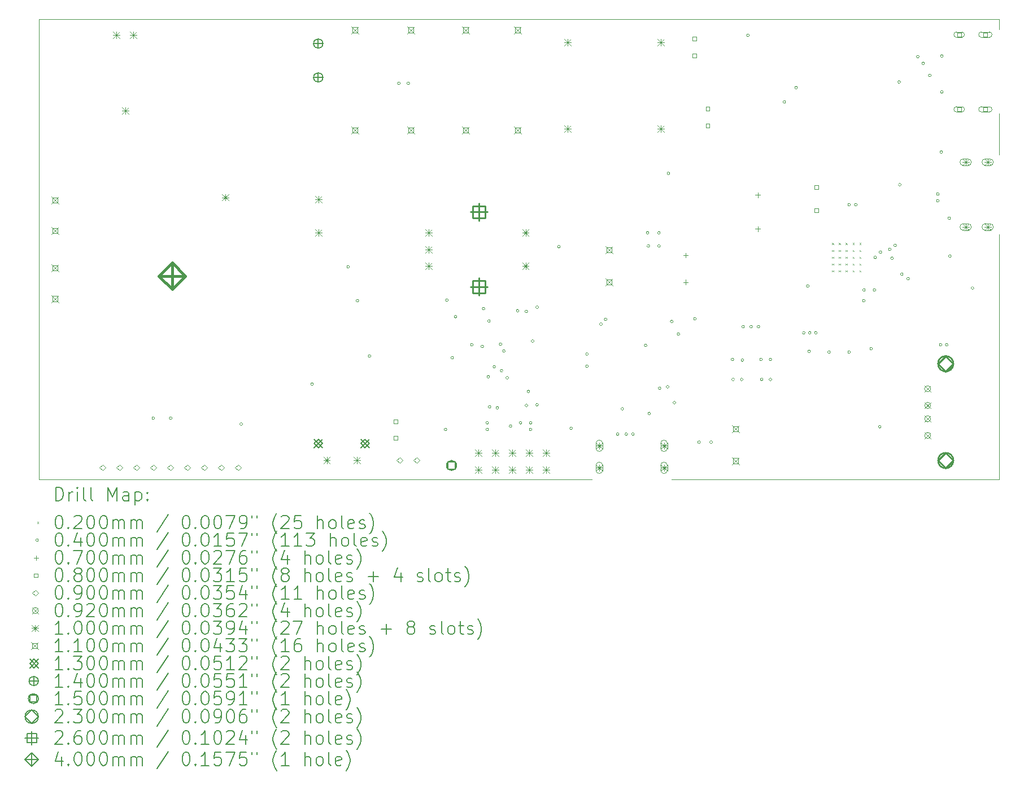
<source format=gbr>
%TF.GenerationSoftware,KiCad,Pcbnew,7.0.9-7.0.9~ubuntu22.04.1*%
%TF.CreationDate,2023-11-25T10:37:07+03:00*%
%TF.ProjectId,xray-v2,78726179-2d76-4322-9e6b-696361645f70,rev?*%
%TF.SameCoordinates,Original*%
%TF.FileFunction,Drillmap*%
%TF.FilePolarity,Positive*%
%FSLAX45Y45*%
G04 Gerber Fmt 4.5, Leading zero omitted, Abs format (unit mm)*
G04 Created by KiCad (PCBNEW 7.0.9-7.0.9~ubuntu22.04.1) date 2023-11-25 10:37:07*
%MOMM*%
%LPD*%
G01*
G04 APERTURE LIST*
%ADD10C,0.100000*%
%ADD11C,0.200000*%
%ADD12C,0.110000*%
%ADD13C,0.130000*%
%ADD14C,0.140000*%
%ADD15C,0.150000*%
%ADD16C,0.230000*%
%ADD17C,0.260000*%
%ADD18C,0.400000*%
G04 APERTURE END LIST*
D10*
X10000000Y-6550000D02*
X24400000Y-6550000D01*
X24400000Y-13450000D02*
X24400000Y-9772500D01*
X19483050Y-13450000D02*
X24400000Y-13450000D01*
X10000000Y-13450000D02*
X10000000Y-6550000D01*
X18293050Y-13450000D02*
X10000000Y-13450000D01*
X24400000Y-6700000D02*
X24400000Y-6550000D01*
X24400000Y-8582500D02*
X24400000Y-7960000D01*
D11*
D10*
X21893000Y-9905000D02*
X21913000Y-9925000D01*
X21913000Y-9905000D02*
X21893000Y-9925000D01*
X21893000Y-10007500D02*
X21913000Y-10027500D01*
X21913000Y-10007500D02*
X21893000Y-10027500D01*
X21893000Y-10110000D02*
X21913000Y-10130000D01*
X21913000Y-10110000D02*
X21893000Y-10130000D01*
X21893000Y-10212500D02*
X21913000Y-10232500D01*
X21913000Y-10212500D02*
X21893000Y-10232500D01*
X21893000Y-10315000D02*
X21913000Y-10335000D01*
X21913000Y-10315000D02*
X21893000Y-10335000D01*
X21995500Y-9905000D02*
X22015500Y-9925000D01*
X22015500Y-9905000D02*
X21995500Y-9925000D01*
X21995500Y-10007500D02*
X22015500Y-10027500D01*
X22015500Y-10007500D02*
X21995500Y-10027500D01*
X21995500Y-10110000D02*
X22015500Y-10130000D01*
X22015500Y-10110000D02*
X21995500Y-10130000D01*
X21995500Y-10212500D02*
X22015500Y-10232500D01*
X22015500Y-10212500D02*
X21995500Y-10232500D01*
X21995500Y-10315000D02*
X22015500Y-10335000D01*
X22015500Y-10315000D02*
X21995500Y-10335000D01*
X22098000Y-9905000D02*
X22118000Y-9925000D01*
X22118000Y-9905000D02*
X22098000Y-9925000D01*
X22098000Y-10007500D02*
X22118000Y-10027500D01*
X22118000Y-10007500D02*
X22098000Y-10027500D01*
X22098000Y-10110000D02*
X22118000Y-10130000D01*
X22118000Y-10110000D02*
X22098000Y-10130000D01*
X22098000Y-10212500D02*
X22118000Y-10232500D01*
X22118000Y-10212500D02*
X22098000Y-10232500D01*
X22098000Y-10315000D02*
X22118000Y-10335000D01*
X22118000Y-10315000D02*
X22098000Y-10335000D01*
X22200500Y-9905000D02*
X22220500Y-9925000D01*
X22220500Y-9905000D02*
X22200500Y-9925000D01*
X22200500Y-10007500D02*
X22220500Y-10027500D01*
X22220500Y-10007500D02*
X22200500Y-10027500D01*
X22200500Y-10110000D02*
X22220500Y-10130000D01*
X22220500Y-10110000D02*
X22200500Y-10130000D01*
X22200500Y-10212500D02*
X22220500Y-10232500D01*
X22220500Y-10212500D02*
X22200500Y-10232500D01*
X22200500Y-10315000D02*
X22220500Y-10335000D01*
X22220500Y-10315000D02*
X22200500Y-10335000D01*
X22303000Y-9905000D02*
X22323000Y-9925000D01*
X22323000Y-9905000D02*
X22303000Y-9925000D01*
X22303000Y-10007500D02*
X22323000Y-10027500D01*
X22323000Y-10007500D02*
X22303000Y-10027500D01*
X22303000Y-10110000D02*
X22323000Y-10130000D01*
X22323000Y-10110000D02*
X22303000Y-10130000D01*
X22303000Y-10212500D02*
X22323000Y-10232500D01*
X22323000Y-10212500D02*
X22303000Y-10232500D01*
X22303000Y-10315000D02*
X22323000Y-10335000D01*
X22323000Y-10315000D02*
X22303000Y-10335000D01*
X11738000Y-12530000D02*
G75*
G03*
X11738000Y-12530000I-20000J0D01*
G01*
X11998000Y-12530000D02*
G75*
G03*
X11998000Y-12530000I-20000J0D01*
G01*
X13054250Y-12620000D02*
G75*
G03*
X13054250Y-12620000I-20000J0D01*
G01*
X14118000Y-12020000D02*
G75*
G03*
X14118000Y-12020000I-20000J0D01*
G01*
X14658000Y-10260000D02*
G75*
G03*
X14658000Y-10260000I-20000J0D01*
G01*
X14798000Y-10770000D02*
G75*
G03*
X14798000Y-10770000I-20000J0D01*
G01*
X14978000Y-11600000D02*
G75*
G03*
X14978000Y-11600000I-20000J0D01*
G01*
X15418000Y-7510000D02*
G75*
G03*
X15418000Y-7510000I-20000J0D01*
G01*
X15558000Y-7510000D02*
G75*
G03*
X15558000Y-7510000I-20000J0D01*
G01*
X16118000Y-12700000D02*
G75*
G03*
X16118000Y-12700000I-20000J0D01*
G01*
X16138000Y-10760000D02*
G75*
G03*
X16138000Y-10760000I-20000J0D01*
G01*
X16218000Y-11625000D02*
G75*
G03*
X16218000Y-11625000I-20000J0D01*
G01*
X16267931Y-11010069D02*
G75*
G03*
X16267931Y-11010069I-20000J0D01*
G01*
X16512930Y-11430287D02*
G75*
G03*
X16512930Y-11430287I-20000J0D01*
G01*
X16667950Y-11455050D02*
G75*
G03*
X16667950Y-11455050I-20000J0D01*
G01*
X16688000Y-10890000D02*
G75*
G03*
X16688000Y-10890000I-20000J0D01*
G01*
X16743000Y-12600000D02*
G75*
G03*
X16743000Y-12600000I-20000J0D01*
G01*
X16743000Y-12700000D02*
G75*
G03*
X16743000Y-12700000I-20000J0D01*
G01*
X16758000Y-11910000D02*
G75*
G03*
X16758000Y-11910000I-20000J0D01*
G01*
X16768000Y-11075000D02*
G75*
G03*
X16768000Y-11075000I-20000J0D01*
G01*
X16778000Y-12360000D02*
G75*
G03*
X16778000Y-12360000I-20000J0D01*
G01*
X16848000Y-11760000D02*
G75*
G03*
X16848000Y-11760000I-20000J0D01*
G01*
X16893000Y-12375000D02*
G75*
G03*
X16893000Y-12375000I-20000J0D01*
G01*
X16942718Y-11422782D02*
G75*
G03*
X16942718Y-11422782I-20000J0D01*
G01*
X16958000Y-11820000D02*
G75*
G03*
X16958000Y-11820000I-20000J0D01*
G01*
X16993000Y-11525000D02*
G75*
G03*
X16993000Y-11525000I-20000J0D01*
G01*
X17043000Y-11925000D02*
G75*
G03*
X17043000Y-11925000I-20000J0D01*
G01*
X17093000Y-12650000D02*
G75*
G03*
X17093000Y-12650000I-20000J0D01*
G01*
X17198000Y-10920000D02*
G75*
G03*
X17198000Y-10920000I-20000J0D01*
G01*
X17243000Y-12600000D02*
G75*
G03*
X17243000Y-12600000I-20000J0D01*
G01*
X17328000Y-10930000D02*
G75*
G03*
X17328000Y-10930000I-20000J0D01*
G01*
X17330000Y-12339950D02*
G75*
G03*
X17330000Y-12339950I-20000J0D01*
G01*
X17360000Y-12130000D02*
G75*
G03*
X17360000Y-12130000I-20000J0D01*
G01*
X17393000Y-12600000D02*
G75*
G03*
X17393000Y-12600000I-20000J0D01*
G01*
X17393000Y-12700000D02*
G75*
G03*
X17393000Y-12700000I-20000J0D01*
G01*
X17422906Y-11374956D02*
G75*
G03*
X17422906Y-11374956I-20000J0D01*
G01*
X17490000Y-12330000D02*
G75*
G03*
X17490000Y-12330000I-20000J0D01*
G01*
X17490362Y-10867500D02*
G75*
G03*
X17490362Y-10867500I-20000J0D01*
G01*
X17818000Y-9960000D02*
G75*
G03*
X17818000Y-9960000I-20000J0D01*
G01*
X18000000Y-12681250D02*
G75*
G03*
X18000000Y-12681250I-20000J0D01*
G01*
X18238000Y-11570000D02*
G75*
G03*
X18238000Y-11570000I-20000J0D01*
G01*
X18238000Y-11751250D02*
G75*
G03*
X18238000Y-11751250I-20000J0D01*
G01*
X18447325Y-11120676D02*
G75*
G03*
X18447325Y-11120676I-20000J0D01*
G01*
X18518000Y-11050000D02*
G75*
G03*
X18518000Y-11050000I-20000J0D01*
G01*
X18698000Y-12770000D02*
G75*
G03*
X18698000Y-12770000I-20000J0D01*
G01*
X18768000Y-12390000D02*
G75*
G03*
X18768000Y-12390000I-20000J0D01*
G01*
X18828000Y-12770000D02*
G75*
G03*
X18828000Y-12770000I-20000J0D01*
G01*
X18928000Y-12770000D02*
G75*
G03*
X18928000Y-12770000I-20000J0D01*
G01*
X19118000Y-11440000D02*
G75*
G03*
X19118000Y-11440000I-20000J0D01*
G01*
X19148000Y-9750000D02*
G75*
G03*
X19148000Y-9750000I-20000J0D01*
G01*
X19158000Y-9950000D02*
G75*
G03*
X19158000Y-9950000I-20000J0D01*
G01*
X19170500Y-12460000D02*
G75*
G03*
X19170500Y-12460000I-20000J0D01*
G01*
X19318000Y-9750000D02*
G75*
G03*
X19318000Y-9750000I-20000J0D01*
G01*
X19318000Y-9950000D02*
G75*
G03*
X19318000Y-9950000I-20000J0D01*
G01*
X19328000Y-12080000D02*
G75*
G03*
X19328000Y-12080000I-20000J0D01*
G01*
X19448000Y-12060000D02*
G75*
G03*
X19448000Y-12060000I-20000J0D01*
G01*
X19458000Y-8860000D02*
G75*
G03*
X19458000Y-8860000I-20000J0D01*
G01*
X19508000Y-11080000D02*
G75*
G03*
X19508000Y-11080000I-20000J0D01*
G01*
X19548000Y-12297500D02*
G75*
G03*
X19548000Y-12297500I-20000J0D01*
G01*
X19608000Y-11270000D02*
G75*
G03*
X19608000Y-11270000I-20000J0D01*
G01*
X19857462Y-11039462D02*
G75*
G03*
X19857462Y-11039462I-20000J0D01*
G01*
X19918000Y-12890000D02*
G75*
G03*
X19918000Y-12890000I-20000J0D01*
G01*
X20098000Y-12890000D02*
G75*
G03*
X20098000Y-12890000I-20000J0D01*
G01*
X20418000Y-11650000D02*
G75*
G03*
X20418000Y-11650000I-20000J0D01*
G01*
X20428000Y-11950000D02*
G75*
G03*
X20428000Y-11950000I-20000J0D01*
G01*
X20558000Y-11950000D02*
G75*
G03*
X20558000Y-11950000I-20000J0D01*
G01*
X20568000Y-11660000D02*
G75*
G03*
X20568000Y-11660000I-20000J0D01*
G01*
X20578000Y-11160000D02*
G75*
G03*
X20578000Y-11160000I-20000J0D01*
G01*
X20650000Y-6790000D02*
G75*
G03*
X20650000Y-6790000I-20000J0D01*
G01*
X20698000Y-11160000D02*
G75*
G03*
X20698000Y-11160000I-20000J0D01*
G01*
X20808000Y-11160000D02*
G75*
G03*
X20808000Y-11160000I-20000J0D01*
G01*
X20848000Y-11650000D02*
G75*
G03*
X20848000Y-11650000I-20000J0D01*
G01*
X20858000Y-11950000D02*
G75*
G03*
X20858000Y-11950000I-20000J0D01*
G01*
X20988000Y-11650000D02*
G75*
G03*
X20988000Y-11650000I-20000J0D01*
G01*
X20988000Y-11950000D02*
G75*
G03*
X20988000Y-11950000I-20000J0D01*
G01*
X21196750Y-7790000D02*
G75*
G03*
X21196750Y-7790000I-20000J0D01*
G01*
X21373000Y-7573750D02*
G75*
G03*
X21373000Y-7573750I-20000J0D01*
G01*
X21488000Y-11250000D02*
G75*
G03*
X21488000Y-11250000I-20000J0D01*
G01*
X21549250Y-10550000D02*
G75*
G03*
X21549250Y-10550000I-20000J0D01*
G01*
X21568000Y-11530000D02*
G75*
G03*
X21568000Y-11530000I-20000J0D01*
G01*
X21578000Y-11250000D02*
G75*
G03*
X21578000Y-11250000I-20000J0D01*
G01*
X21668000Y-11250000D02*
G75*
G03*
X21668000Y-11250000I-20000J0D01*
G01*
X21868000Y-11540000D02*
G75*
G03*
X21868000Y-11540000I-20000J0D01*
G01*
X22168000Y-9330000D02*
G75*
G03*
X22168000Y-9330000I-20000J0D01*
G01*
X22168000Y-11540000D02*
G75*
G03*
X22168000Y-11540000I-20000J0D01*
G01*
X22267949Y-9329460D02*
G75*
G03*
X22267949Y-9329460I-20000J0D01*
G01*
X22388000Y-10770000D02*
G75*
G03*
X22388000Y-10770000I-20000J0D01*
G01*
X22390500Y-10610000D02*
G75*
G03*
X22390500Y-10610000I-20000J0D01*
G01*
X22498000Y-11490000D02*
G75*
G03*
X22498000Y-11490000I-20000J0D01*
G01*
X22548000Y-10610000D02*
G75*
G03*
X22548000Y-10610000I-20000J0D01*
G01*
X22558000Y-10120000D02*
G75*
G03*
X22558000Y-10120000I-20000J0D01*
G01*
X22628000Y-12660000D02*
G75*
G03*
X22628000Y-12660000I-20000J0D01*
G01*
X22638000Y-10040000D02*
G75*
G03*
X22638000Y-10040000I-20000J0D01*
G01*
X22778000Y-10000000D02*
G75*
G03*
X22778000Y-10000000I-20000J0D01*
G01*
X22810253Y-10132254D02*
G75*
G03*
X22810253Y-10132254I-20000J0D01*
G01*
X22858000Y-9940000D02*
G75*
G03*
X22858000Y-9940000I-20000J0D01*
G01*
X22918000Y-7490000D02*
G75*
G03*
X22918000Y-7490000I-20000J0D01*
G01*
X22928000Y-9030000D02*
G75*
G03*
X22928000Y-9030000I-20000J0D01*
G01*
X22958000Y-10370050D02*
G75*
G03*
X22958000Y-10370050I-20000J0D01*
G01*
X23052550Y-10440000D02*
G75*
G03*
X23052550Y-10440000I-20000J0D01*
G01*
X23198000Y-7110000D02*
G75*
G03*
X23198000Y-7110000I-20000J0D01*
G01*
X23278000Y-7210000D02*
G75*
G03*
X23278000Y-7210000I-20000J0D01*
G01*
X23378000Y-7390000D02*
G75*
G03*
X23378000Y-7390000I-20000J0D01*
G01*
X23498000Y-9170050D02*
G75*
G03*
X23498000Y-9170050I-20000J0D01*
G01*
X23498000Y-9270000D02*
G75*
G03*
X23498000Y-9270000I-20000J0D01*
G01*
X23540000Y-11430000D02*
G75*
G03*
X23540000Y-11430000I-20000J0D01*
G01*
X23548000Y-8540000D02*
G75*
G03*
X23548000Y-8540000I-20000J0D01*
G01*
X23557000Y-7100000D02*
G75*
G03*
X23557000Y-7100000I-20000J0D01*
G01*
X23557000Y-7640000D02*
G75*
G03*
X23557000Y-7640000I-20000J0D01*
G01*
X23630000Y-11430000D02*
G75*
G03*
X23630000Y-11430000I-20000J0D01*
G01*
X23668000Y-9532500D02*
G75*
G03*
X23668000Y-9532500I-20000J0D01*
G01*
X23678000Y-10100000D02*
G75*
G03*
X23678000Y-10100000I-20000J0D01*
G01*
X24018000Y-10580000D02*
G75*
G03*
X24018000Y-10580000I-20000J0D01*
G01*
X19698000Y-10055000D02*
X19698000Y-10125000D01*
X19663000Y-10090000D02*
X19733000Y-10090000D01*
X19698000Y-10455000D02*
X19698000Y-10525000D01*
X19663000Y-10490000D02*
X19733000Y-10490000D01*
X20778000Y-9151000D02*
X20778000Y-9221000D01*
X20743000Y-9186000D02*
X20813000Y-9186000D01*
X20778000Y-9659000D02*
X20778000Y-9729000D01*
X20743000Y-9694000D02*
X20813000Y-9694000D01*
X15376284Y-12607773D02*
X15376284Y-12551204D01*
X15319715Y-12551204D01*
X15319715Y-12607773D01*
X15376284Y-12607773D01*
X15376284Y-12857773D02*
X15376284Y-12801204D01*
X15319715Y-12801204D01*
X15319715Y-12857773D01*
X15376284Y-12857773D01*
X19856285Y-6870784D02*
X19856285Y-6814215D01*
X19799716Y-6814215D01*
X19799716Y-6870784D01*
X19856285Y-6870784D01*
X19856285Y-7120784D02*
X19856285Y-7064215D01*
X19799716Y-7064215D01*
X19799716Y-7120784D01*
X19856285Y-7120784D01*
X20056285Y-7919284D02*
X20056285Y-7862715D01*
X19999716Y-7862715D01*
X19999716Y-7919284D01*
X20056285Y-7919284D01*
X20056285Y-8173284D02*
X20056285Y-8116715D01*
X19999716Y-8116715D01*
X19999716Y-8173284D01*
X20056285Y-8173284D01*
X21686285Y-9093550D02*
X21686285Y-9036981D01*
X21629716Y-9036981D01*
X21629716Y-9093550D01*
X21686285Y-9093550D01*
X21686285Y-9443550D02*
X21686285Y-9386981D01*
X21629716Y-9386981D01*
X21629716Y-9443550D01*
X21686285Y-9443550D01*
X23825784Y-6808284D02*
X23825784Y-6751715D01*
X23769215Y-6751715D01*
X23769215Y-6808284D01*
X23825784Y-6808284D01*
X23837500Y-6740000D02*
X23757500Y-6740000D01*
X23757500Y-6740000D02*
G75*
G03*
X23757500Y-6820000I0J-40000D01*
G01*
X23757500Y-6820000D02*
X23837500Y-6820000D01*
X23837500Y-6820000D02*
G75*
G03*
X23837500Y-6740000I0J40000D01*
G01*
X23825784Y-7928284D02*
X23825784Y-7871715D01*
X23769215Y-7871715D01*
X23769215Y-7928284D01*
X23825784Y-7928284D01*
X23837500Y-7860000D02*
X23757500Y-7860000D01*
X23757500Y-7860000D02*
G75*
G03*
X23757500Y-7940000I0J-40000D01*
G01*
X23757500Y-7940000D02*
X23837500Y-7940000D01*
X23837500Y-7940000D02*
G75*
G03*
X23837500Y-7860000I0J40000D01*
G01*
X24218284Y-6808284D02*
X24218284Y-6751715D01*
X24161715Y-6751715D01*
X24161715Y-6808284D01*
X24218284Y-6808284D01*
X24250000Y-6740000D02*
X24130000Y-6740000D01*
X24130000Y-6740000D02*
G75*
G03*
X24130000Y-6820000I0J-40000D01*
G01*
X24130000Y-6820000D02*
X24250000Y-6820000D01*
X24250000Y-6820000D02*
G75*
G03*
X24250000Y-6740000I0J40000D01*
G01*
X24218284Y-7928284D02*
X24218284Y-7871715D01*
X24161715Y-7871715D01*
X24161715Y-7928284D01*
X24218284Y-7928284D01*
X24250000Y-7860000D02*
X24130000Y-7860000D01*
X24130000Y-7860000D02*
G75*
G03*
X24130000Y-7940000I0J-40000D01*
G01*
X24130000Y-7940000D02*
X24250000Y-7940000D01*
X24250000Y-7940000D02*
G75*
G03*
X24250000Y-7860000I0J40000D01*
G01*
X10958000Y-13315000D02*
X11003000Y-13270000D01*
X10958000Y-13225000D01*
X10913000Y-13270000D01*
X10958000Y-13315000D01*
X11212000Y-13315000D02*
X11257000Y-13270000D01*
X11212000Y-13225000D01*
X11167000Y-13270000D01*
X11212000Y-13315000D01*
X11466000Y-13315000D02*
X11511000Y-13270000D01*
X11466000Y-13225000D01*
X11421000Y-13270000D01*
X11466000Y-13315000D01*
X11720000Y-13315000D02*
X11765000Y-13270000D01*
X11720000Y-13225000D01*
X11675000Y-13270000D01*
X11720000Y-13315000D01*
X11974000Y-13315000D02*
X12019000Y-13270000D01*
X11974000Y-13225000D01*
X11929000Y-13270000D01*
X11974000Y-13315000D01*
X12228000Y-13315000D02*
X12273000Y-13270000D01*
X12228000Y-13225000D01*
X12183000Y-13270000D01*
X12228000Y-13315000D01*
X12482000Y-13315000D02*
X12527000Y-13270000D01*
X12482000Y-13225000D01*
X12437000Y-13270000D01*
X12482000Y-13315000D01*
X12736000Y-13315000D02*
X12781000Y-13270000D01*
X12736000Y-13225000D01*
X12691000Y-13270000D01*
X12736000Y-13315000D01*
X12990000Y-13315000D02*
X13035000Y-13270000D01*
X12990000Y-13225000D01*
X12945000Y-13270000D01*
X12990000Y-13315000D01*
X15410500Y-13205000D02*
X15455500Y-13160000D01*
X15410500Y-13115000D01*
X15365500Y-13160000D01*
X15410500Y-13205000D01*
X15664500Y-13205000D02*
X15709500Y-13160000D01*
X15664500Y-13115000D01*
X15619500Y-13160000D01*
X15664500Y-13205000D01*
X23279250Y-12044000D02*
X23371250Y-12136000D01*
X23371250Y-12044000D02*
X23279250Y-12136000D01*
X23371250Y-12090000D02*
G75*
G03*
X23371250Y-12090000I-46000J0D01*
G01*
X23279250Y-12294000D02*
X23371250Y-12386000D01*
X23371250Y-12294000D02*
X23279250Y-12386000D01*
X23371250Y-12340000D02*
G75*
G03*
X23371250Y-12340000I-46000J0D01*
G01*
X23279250Y-12494000D02*
X23371250Y-12586000D01*
X23371250Y-12494000D02*
X23279250Y-12586000D01*
X23371250Y-12540000D02*
G75*
G03*
X23371250Y-12540000I-46000J0D01*
G01*
X23279250Y-12744000D02*
X23371250Y-12836000D01*
X23371250Y-12744000D02*
X23279250Y-12836000D01*
X23371250Y-12790000D02*
G75*
G03*
X23371250Y-12790000I-46000J0D01*
G01*
X11114000Y-6737500D02*
X11214000Y-6837500D01*
X11214000Y-6737500D02*
X11114000Y-6837500D01*
X11164000Y-6737500D02*
X11164000Y-6837500D01*
X11114000Y-6787500D02*
X11214000Y-6787500D01*
X11248000Y-7870000D02*
X11348000Y-7970000D01*
X11348000Y-7870000D02*
X11248000Y-7970000D01*
X11298000Y-7870000D02*
X11298000Y-7970000D01*
X11248000Y-7920000D02*
X11348000Y-7920000D01*
X11368000Y-6737500D02*
X11468000Y-6837500D01*
X11468000Y-6737500D02*
X11368000Y-6837500D01*
X11418000Y-6737500D02*
X11418000Y-6837500D01*
X11368000Y-6787500D02*
X11468000Y-6787500D01*
X12748000Y-9170000D02*
X12848000Y-9270000D01*
X12848000Y-9170000D02*
X12748000Y-9270000D01*
X12798000Y-9170000D02*
X12798000Y-9270000D01*
X12748000Y-9220000D02*
X12848000Y-9220000D01*
X14148000Y-9200000D02*
X14248000Y-9300000D01*
X14248000Y-9200000D02*
X14148000Y-9300000D01*
X14198000Y-9200000D02*
X14198000Y-9300000D01*
X14148000Y-9250000D02*
X14248000Y-9250000D01*
X14148000Y-9700000D02*
X14248000Y-9800000D01*
X14248000Y-9700000D02*
X14148000Y-9800000D01*
X14198000Y-9700000D02*
X14198000Y-9800000D01*
X14148000Y-9750000D02*
X14248000Y-9750000D01*
X14268000Y-13110000D02*
X14368000Y-13210000D01*
X14368000Y-13110000D02*
X14268000Y-13210000D01*
X14318000Y-13110000D02*
X14318000Y-13210000D01*
X14268000Y-13160000D02*
X14368000Y-13160000D01*
X14718000Y-13110000D02*
X14818000Y-13210000D01*
X14818000Y-13110000D02*
X14718000Y-13210000D01*
X14768000Y-13110000D02*
X14768000Y-13210000D01*
X14718000Y-13160000D02*
X14818000Y-13160000D01*
X15798000Y-9700000D02*
X15898000Y-9800000D01*
X15898000Y-9700000D02*
X15798000Y-9800000D01*
X15848000Y-9700000D02*
X15848000Y-9800000D01*
X15798000Y-9750000D02*
X15898000Y-9750000D01*
X15798000Y-9950000D02*
X15898000Y-10050000D01*
X15898000Y-9950000D02*
X15798000Y-10050000D01*
X15848000Y-9950000D02*
X15848000Y-10050000D01*
X15798000Y-10000000D02*
X15898000Y-10000000D01*
X15798000Y-10200000D02*
X15898000Y-10300000D01*
X15898000Y-10200000D02*
X15798000Y-10300000D01*
X15848000Y-10200000D02*
X15848000Y-10300000D01*
X15798000Y-10250000D02*
X15898000Y-10250000D01*
X16539500Y-13002500D02*
X16639500Y-13102500D01*
X16639500Y-13002500D02*
X16539500Y-13102500D01*
X16589500Y-13002500D02*
X16589500Y-13102500D01*
X16539500Y-13052500D02*
X16639500Y-13052500D01*
X16539500Y-13256500D02*
X16639500Y-13356500D01*
X16639500Y-13256500D02*
X16539500Y-13356500D01*
X16589500Y-13256500D02*
X16589500Y-13356500D01*
X16539500Y-13306500D02*
X16639500Y-13306500D01*
X16793500Y-13002500D02*
X16893500Y-13102500D01*
X16893500Y-13002500D02*
X16793500Y-13102500D01*
X16843500Y-13002500D02*
X16843500Y-13102500D01*
X16793500Y-13052500D02*
X16893500Y-13052500D01*
X16793500Y-13256500D02*
X16893500Y-13356500D01*
X16893500Y-13256500D02*
X16793500Y-13356500D01*
X16843500Y-13256500D02*
X16843500Y-13356500D01*
X16793500Y-13306500D02*
X16893500Y-13306500D01*
X17047500Y-13002500D02*
X17147500Y-13102500D01*
X17147500Y-13002500D02*
X17047500Y-13102500D01*
X17097500Y-13002500D02*
X17097500Y-13102500D01*
X17047500Y-13052500D02*
X17147500Y-13052500D01*
X17047500Y-13256500D02*
X17147500Y-13356500D01*
X17147500Y-13256500D02*
X17047500Y-13356500D01*
X17097500Y-13256500D02*
X17097500Y-13356500D01*
X17047500Y-13306500D02*
X17147500Y-13306500D01*
X17248000Y-9700000D02*
X17348000Y-9800000D01*
X17348000Y-9700000D02*
X17248000Y-9800000D01*
X17298000Y-9700000D02*
X17298000Y-9800000D01*
X17248000Y-9750000D02*
X17348000Y-9750000D01*
X17248000Y-10200000D02*
X17348000Y-10300000D01*
X17348000Y-10200000D02*
X17248000Y-10300000D01*
X17298000Y-10200000D02*
X17298000Y-10300000D01*
X17248000Y-10250000D02*
X17348000Y-10250000D01*
X17301500Y-13002500D02*
X17401500Y-13102500D01*
X17401500Y-13002500D02*
X17301500Y-13102500D01*
X17351500Y-13002500D02*
X17351500Y-13102500D01*
X17301500Y-13052500D02*
X17401500Y-13052500D01*
X17301500Y-13256500D02*
X17401500Y-13356500D01*
X17401500Y-13256500D02*
X17301500Y-13356500D01*
X17351500Y-13256500D02*
X17351500Y-13356500D01*
X17301500Y-13306500D02*
X17401500Y-13306500D01*
X17555500Y-13002500D02*
X17655500Y-13102500D01*
X17655500Y-13002500D02*
X17555500Y-13102500D01*
X17605500Y-13002500D02*
X17605500Y-13102500D01*
X17555500Y-13052500D02*
X17655500Y-13052500D01*
X17555500Y-13256500D02*
X17655500Y-13356500D01*
X17655500Y-13256500D02*
X17555500Y-13356500D01*
X17605500Y-13256500D02*
X17605500Y-13356500D01*
X17555500Y-13306500D02*
X17655500Y-13306500D01*
X17878000Y-6842500D02*
X17978000Y-6942500D01*
X17978000Y-6842500D02*
X17878000Y-6942500D01*
X17928000Y-6842500D02*
X17928000Y-6942500D01*
X17878000Y-6892500D02*
X17978000Y-6892500D01*
X17878000Y-8142500D02*
X17978000Y-8242500D01*
X17978000Y-8142500D02*
X17878000Y-8242500D01*
X17928000Y-8142500D02*
X17928000Y-8242500D01*
X17878000Y-8192500D02*
X17978000Y-8192500D01*
X18353050Y-12895000D02*
X18453050Y-12995000D01*
X18453050Y-12895000D02*
X18353050Y-12995000D01*
X18403050Y-12895000D02*
X18403050Y-12995000D01*
X18353050Y-12945000D02*
X18453050Y-12945000D01*
X18353050Y-12910000D02*
X18353050Y-12980000D01*
X18353050Y-12980000D02*
G75*
G03*
X18453050Y-12980000I50000J0D01*
G01*
X18453050Y-12980000D02*
X18453050Y-12910000D01*
X18453050Y-12910000D02*
G75*
G03*
X18353050Y-12910000I-50000J0D01*
G01*
X18353050Y-13225000D02*
X18453050Y-13325000D01*
X18453050Y-13225000D02*
X18353050Y-13325000D01*
X18403050Y-13225000D02*
X18403050Y-13325000D01*
X18353050Y-13275000D02*
X18453050Y-13275000D01*
X18353050Y-13240000D02*
X18353050Y-13310000D01*
X18353050Y-13310000D02*
G75*
G03*
X18453050Y-13310000I50000J0D01*
G01*
X18453050Y-13310000D02*
X18453050Y-13240000D01*
X18453050Y-13240000D02*
G75*
G03*
X18353050Y-13240000I-50000J0D01*
G01*
X19278000Y-6842500D02*
X19378000Y-6942500D01*
X19378000Y-6842500D02*
X19278000Y-6942500D01*
X19328000Y-6842500D02*
X19328000Y-6942500D01*
X19278000Y-6892500D02*
X19378000Y-6892500D01*
X19278000Y-8142500D02*
X19378000Y-8242500D01*
X19378000Y-8142500D02*
X19278000Y-8242500D01*
X19328000Y-8142500D02*
X19328000Y-8242500D01*
X19278000Y-8192500D02*
X19378000Y-8192500D01*
X19323050Y-12895000D02*
X19423050Y-12995000D01*
X19423050Y-12895000D02*
X19323050Y-12995000D01*
X19373050Y-12895000D02*
X19373050Y-12995000D01*
X19323050Y-12945000D02*
X19423050Y-12945000D01*
X19323050Y-12910000D02*
X19323050Y-12980000D01*
X19323050Y-12980000D02*
G75*
G03*
X19423050Y-12980000I50000J0D01*
G01*
X19423050Y-12980000D02*
X19423050Y-12910000D01*
X19423050Y-12910000D02*
G75*
G03*
X19323050Y-12910000I-50000J0D01*
G01*
X19323050Y-13225000D02*
X19423050Y-13325000D01*
X19423050Y-13225000D02*
X19323050Y-13325000D01*
X19373050Y-13225000D02*
X19373050Y-13325000D01*
X19323050Y-13275000D02*
X19423050Y-13275000D01*
X19323050Y-13240000D02*
X19323050Y-13310000D01*
X19323050Y-13310000D02*
G75*
G03*
X19423050Y-13310000I50000J0D01*
G01*
X19423050Y-13310000D02*
X19423050Y-13240000D01*
X19423050Y-13240000D02*
G75*
G03*
X19323050Y-13240000I-50000J0D01*
G01*
X23844500Y-8642500D02*
X23944500Y-8742500D01*
X23944500Y-8642500D02*
X23844500Y-8742500D01*
X23894500Y-8642500D02*
X23894500Y-8742500D01*
X23844500Y-8692500D02*
X23944500Y-8692500D01*
X23859500Y-8742500D02*
X23929500Y-8742500D01*
X23929500Y-8742500D02*
G75*
G03*
X23929500Y-8642500I0J50000D01*
G01*
X23929500Y-8642500D02*
X23859500Y-8642500D01*
X23859500Y-8642500D02*
G75*
G03*
X23859500Y-8742500I0J-50000D01*
G01*
X23844500Y-9612500D02*
X23944500Y-9712500D01*
X23944500Y-9612500D02*
X23844500Y-9712500D01*
X23894500Y-9612500D02*
X23894500Y-9712500D01*
X23844500Y-9662500D02*
X23944500Y-9662500D01*
X23859500Y-9712500D02*
X23929500Y-9712500D01*
X23929500Y-9712500D02*
G75*
G03*
X23929500Y-9612500I0J50000D01*
G01*
X23929500Y-9612500D02*
X23859500Y-9612500D01*
X23859500Y-9612500D02*
G75*
G03*
X23859500Y-9712500I0J-50000D01*
G01*
X24174500Y-8642500D02*
X24274500Y-8742500D01*
X24274500Y-8642500D02*
X24174500Y-8742500D01*
X24224500Y-8642500D02*
X24224500Y-8742500D01*
X24174500Y-8692500D02*
X24274500Y-8692500D01*
X24189500Y-8742500D02*
X24259500Y-8742500D01*
X24259500Y-8742500D02*
G75*
G03*
X24259500Y-8642500I0J50000D01*
G01*
X24259500Y-8642500D02*
X24189500Y-8642500D01*
X24189500Y-8642500D02*
G75*
G03*
X24189500Y-8742500I0J-50000D01*
G01*
X24174500Y-9612500D02*
X24274500Y-9712500D01*
X24274500Y-9612500D02*
X24174500Y-9712500D01*
X24224500Y-9612500D02*
X24224500Y-9712500D01*
X24174500Y-9662500D02*
X24274500Y-9662500D01*
X24189500Y-9712500D02*
X24259500Y-9712500D01*
X24259500Y-9712500D02*
G75*
G03*
X24259500Y-9612500I0J50000D01*
G01*
X24259500Y-9612500D02*
X24189500Y-9612500D01*
X24189500Y-9612500D02*
G75*
G03*
X24189500Y-9712500I0J-50000D01*
G01*
D12*
X10193000Y-9205000D02*
X10303000Y-9315000D01*
X10303000Y-9205000D02*
X10193000Y-9315000D01*
X10286891Y-9298891D02*
X10286891Y-9221109D01*
X10209109Y-9221109D01*
X10209109Y-9298891D01*
X10286891Y-9298891D01*
X10193000Y-9665000D02*
X10303000Y-9775000D01*
X10303000Y-9665000D02*
X10193000Y-9775000D01*
X10286891Y-9758891D02*
X10286891Y-9681109D01*
X10209109Y-9681109D01*
X10209109Y-9758891D01*
X10286891Y-9758891D01*
X10193000Y-10225000D02*
X10303000Y-10335000D01*
X10303000Y-10225000D02*
X10193000Y-10335000D01*
X10286891Y-10318891D02*
X10286891Y-10241109D01*
X10209109Y-10241109D01*
X10209109Y-10318891D01*
X10286891Y-10318891D01*
X10193000Y-10685000D02*
X10303000Y-10795000D01*
X10303000Y-10685000D02*
X10193000Y-10795000D01*
X10286891Y-10778891D02*
X10286891Y-10701109D01*
X10209109Y-10701109D01*
X10209109Y-10778891D01*
X10286891Y-10778891D01*
X14683000Y-6655000D02*
X14793000Y-6765000D01*
X14793000Y-6655000D02*
X14683000Y-6765000D01*
X14776891Y-6748891D02*
X14776891Y-6671109D01*
X14699109Y-6671109D01*
X14699109Y-6748891D01*
X14776891Y-6748891D01*
X14683000Y-8155000D02*
X14793000Y-8265000D01*
X14793000Y-8155000D02*
X14683000Y-8265000D01*
X14776891Y-8248891D02*
X14776891Y-8171109D01*
X14699109Y-8171109D01*
X14699109Y-8248891D01*
X14776891Y-8248891D01*
X15523000Y-6655000D02*
X15633000Y-6765000D01*
X15633000Y-6655000D02*
X15523000Y-6765000D01*
X15616891Y-6748891D02*
X15616891Y-6671109D01*
X15539109Y-6671109D01*
X15539109Y-6748891D01*
X15616891Y-6748891D01*
X15523000Y-8155000D02*
X15633000Y-8265000D01*
X15633000Y-8155000D02*
X15523000Y-8265000D01*
X15616891Y-8248891D02*
X15616891Y-8171109D01*
X15539109Y-8171109D01*
X15539109Y-8248891D01*
X15616891Y-8248891D01*
X16343000Y-6655000D02*
X16453000Y-6765000D01*
X16453000Y-6655000D02*
X16343000Y-6765000D01*
X16436891Y-6748891D02*
X16436891Y-6671109D01*
X16359109Y-6671109D01*
X16359109Y-6748891D01*
X16436891Y-6748891D01*
X16343000Y-8155000D02*
X16453000Y-8265000D01*
X16453000Y-8155000D02*
X16343000Y-8265000D01*
X16436891Y-8248891D02*
X16436891Y-8171109D01*
X16359109Y-8171109D01*
X16359109Y-8248891D01*
X16436891Y-8248891D01*
X17123000Y-6655000D02*
X17233000Y-6765000D01*
X17233000Y-6655000D02*
X17123000Y-6765000D01*
X17216891Y-6748891D02*
X17216891Y-6671109D01*
X17139109Y-6671109D01*
X17139109Y-6748891D01*
X17216891Y-6748891D01*
X17123000Y-8155000D02*
X17233000Y-8265000D01*
X17233000Y-8155000D02*
X17123000Y-8265000D01*
X17216891Y-8248891D02*
X17216891Y-8171109D01*
X17139109Y-8171109D01*
X17139109Y-8248891D01*
X17216891Y-8248891D01*
X18493000Y-9955000D02*
X18603000Y-10065000D01*
X18603000Y-9955000D02*
X18493000Y-10065000D01*
X18586891Y-10048891D02*
X18586891Y-9971109D01*
X18509109Y-9971109D01*
X18509109Y-10048891D01*
X18586891Y-10048891D01*
X18493000Y-10435000D02*
X18603000Y-10545000D01*
X18603000Y-10435000D02*
X18493000Y-10545000D01*
X18586891Y-10528891D02*
X18586891Y-10451109D01*
X18509109Y-10451109D01*
X18509109Y-10528891D01*
X18586891Y-10528891D01*
X20393000Y-12635000D02*
X20503000Y-12745000D01*
X20503000Y-12635000D02*
X20393000Y-12745000D01*
X20486891Y-12728891D02*
X20486891Y-12651109D01*
X20409109Y-12651109D01*
X20409109Y-12728891D01*
X20486891Y-12728891D01*
X20393000Y-13115000D02*
X20503000Y-13225000D01*
X20503000Y-13115000D02*
X20393000Y-13225000D01*
X20486891Y-13208891D02*
X20486891Y-13131109D01*
X20409109Y-13131109D01*
X20409109Y-13208891D01*
X20486891Y-13208891D01*
D13*
X14128000Y-12845000D02*
X14258000Y-12975000D01*
X14258000Y-12845000D02*
X14128000Y-12975000D01*
X14193000Y-12975000D02*
X14258000Y-12910000D01*
X14193000Y-12845000D01*
X14128000Y-12910000D01*
X14193000Y-12975000D01*
X14828000Y-12845000D02*
X14958000Y-12975000D01*
X14958000Y-12845000D02*
X14828000Y-12975000D01*
X14893000Y-12975000D02*
X14958000Y-12910000D01*
X14893000Y-12845000D01*
X14828000Y-12910000D01*
X14893000Y-12975000D01*
D14*
X14190000Y-6843995D02*
X14190000Y-6983995D01*
X14120000Y-6913995D02*
X14260000Y-6913995D01*
X14260000Y-6913995D02*
G75*
G03*
X14260000Y-6913995I-70000J0D01*
G01*
X14190000Y-7351995D02*
X14190000Y-7491995D01*
X14120000Y-7421995D02*
X14260000Y-7421995D01*
X14260000Y-7421995D02*
G75*
G03*
X14260000Y-7421995I-70000J0D01*
G01*
D15*
X16241033Y-13293033D02*
X16241033Y-13186966D01*
X16134966Y-13186966D01*
X16134966Y-13293033D01*
X16241033Y-13293033D01*
X16263000Y-13240000D02*
G75*
G03*
X16263000Y-13240000I-75000J0D01*
G01*
D16*
X23596250Y-11830000D02*
X23711250Y-11715000D01*
X23596250Y-11600000D01*
X23481250Y-11715000D01*
X23596250Y-11830000D01*
X23711250Y-11715000D02*
G75*
G03*
X23711250Y-11715000I-115000J0D01*
G01*
X23596250Y-13280000D02*
X23711250Y-13165000D01*
X23596250Y-13050000D01*
X23481250Y-13165000D01*
X23596250Y-13280000D01*
X23711250Y-13165000D02*
G75*
G03*
X23711250Y-13165000I-115000J0D01*
G01*
D17*
X16598000Y-9310000D02*
X16598000Y-9570000D01*
X16468000Y-9440000D02*
X16728000Y-9440000D01*
X16689925Y-9531925D02*
X16689925Y-9348075D01*
X16506075Y-9348075D01*
X16506075Y-9531925D01*
X16689925Y-9531925D01*
X16598000Y-10430000D02*
X16598000Y-10690000D01*
X16468000Y-10560000D02*
X16728000Y-10560000D01*
X16689925Y-10651925D02*
X16689925Y-10468075D01*
X16506075Y-10468075D01*
X16506075Y-10651925D01*
X16689925Y-10651925D01*
D18*
X11998000Y-10200000D02*
X11998000Y-10600000D01*
X11798000Y-10400000D02*
X12198000Y-10400000D01*
X11998000Y-10600000D02*
X12198000Y-10400000D01*
X11998000Y-10200000D01*
X11798000Y-10400000D01*
X11998000Y-10600000D01*
D11*
X10255777Y-13767484D02*
X10255777Y-13567484D01*
X10255777Y-13567484D02*
X10303396Y-13567484D01*
X10303396Y-13567484D02*
X10331967Y-13577008D01*
X10331967Y-13577008D02*
X10351015Y-13596055D01*
X10351015Y-13596055D02*
X10360539Y-13615103D01*
X10360539Y-13615103D02*
X10370063Y-13653198D01*
X10370063Y-13653198D02*
X10370063Y-13681769D01*
X10370063Y-13681769D02*
X10360539Y-13719865D01*
X10360539Y-13719865D02*
X10351015Y-13738912D01*
X10351015Y-13738912D02*
X10331967Y-13757960D01*
X10331967Y-13757960D02*
X10303396Y-13767484D01*
X10303396Y-13767484D02*
X10255777Y-13767484D01*
X10455777Y-13767484D02*
X10455777Y-13634150D01*
X10455777Y-13672246D02*
X10465301Y-13653198D01*
X10465301Y-13653198D02*
X10474824Y-13643674D01*
X10474824Y-13643674D02*
X10493872Y-13634150D01*
X10493872Y-13634150D02*
X10512920Y-13634150D01*
X10579586Y-13767484D02*
X10579586Y-13634150D01*
X10579586Y-13567484D02*
X10570063Y-13577008D01*
X10570063Y-13577008D02*
X10579586Y-13586531D01*
X10579586Y-13586531D02*
X10589110Y-13577008D01*
X10589110Y-13577008D02*
X10579586Y-13567484D01*
X10579586Y-13567484D02*
X10579586Y-13586531D01*
X10703396Y-13767484D02*
X10684348Y-13757960D01*
X10684348Y-13757960D02*
X10674824Y-13738912D01*
X10674824Y-13738912D02*
X10674824Y-13567484D01*
X10808158Y-13767484D02*
X10789110Y-13757960D01*
X10789110Y-13757960D02*
X10779586Y-13738912D01*
X10779586Y-13738912D02*
X10779586Y-13567484D01*
X11036729Y-13767484D02*
X11036729Y-13567484D01*
X11036729Y-13567484D02*
X11103396Y-13710341D01*
X11103396Y-13710341D02*
X11170063Y-13567484D01*
X11170063Y-13567484D02*
X11170063Y-13767484D01*
X11351015Y-13767484D02*
X11351015Y-13662722D01*
X11351015Y-13662722D02*
X11341491Y-13643674D01*
X11341491Y-13643674D02*
X11322443Y-13634150D01*
X11322443Y-13634150D02*
X11284348Y-13634150D01*
X11284348Y-13634150D02*
X11265301Y-13643674D01*
X11351015Y-13757960D02*
X11331967Y-13767484D01*
X11331967Y-13767484D02*
X11284348Y-13767484D01*
X11284348Y-13767484D02*
X11265301Y-13757960D01*
X11265301Y-13757960D02*
X11255777Y-13738912D01*
X11255777Y-13738912D02*
X11255777Y-13719865D01*
X11255777Y-13719865D02*
X11265301Y-13700817D01*
X11265301Y-13700817D02*
X11284348Y-13691293D01*
X11284348Y-13691293D02*
X11331967Y-13691293D01*
X11331967Y-13691293D02*
X11351015Y-13681769D01*
X11446253Y-13634150D02*
X11446253Y-13834150D01*
X11446253Y-13643674D02*
X11465301Y-13634150D01*
X11465301Y-13634150D02*
X11503396Y-13634150D01*
X11503396Y-13634150D02*
X11522443Y-13643674D01*
X11522443Y-13643674D02*
X11531967Y-13653198D01*
X11531967Y-13653198D02*
X11541491Y-13672246D01*
X11541491Y-13672246D02*
X11541491Y-13729388D01*
X11541491Y-13729388D02*
X11531967Y-13748436D01*
X11531967Y-13748436D02*
X11522443Y-13757960D01*
X11522443Y-13757960D02*
X11503396Y-13767484D01*
X11503396Y-13767484D02*
X11465301Y-13767484D01*
X11465301Y-13767484D02*
X11446253Y-13757960D01*
X11627205Y-13748436D02*
X11636729Y-13757960D01*
X11636729Y-13757960D02*
X11627205Y-13767484D01*
X11627205Y-13767484D02*
X11617682Y-13757960D01*
X11617682Y-13757960D02*
X11627205Y-13748436D01*
X11627205Y-13748436D02*
X11627205Y-13767484D01*
X11627205Y-13643674D02*
X11636729Y-13653198D01*
X11636729Y-13653198D02*
X11627205Y-13662722D01*
X11627205Y-13662722D02*
X11617682Y-13653198D01*
X11617682Y-13653198D02*
X11627205Y-13643674D01*
X11627205Y-13643674D02*
X11627205Y-13662722D01*
D10*
X9975000Y-14086000D02*
X9995000Y-14106000D01*
X9995000Y-14086000D02*
X9975000Y-14106000D01*
D11*
X10293872Y-13987484D02*
X10312920Y-13987484D01*
X10312920Y-13987484D02*
X10331967Y-13997008D01*
X10331967Y-13997008D02*
X10341491Y-14006531D01*
X10341491Y-14006531D02*
X10351015Y-14025579D01*
X10351015Y-14025579D02*
X10360539Y-14063674D01*
X10360539Y-14063674D02*
X10360539Y-14111293D01*
X10360539Y-14111293D02*
X10351015Y-14149388D01*
X10351015Y-14149388D02*
X10341491Y-14168436D01*
X10341491Y-14168436D02*
X10331967Y-14177960D01*
X10331967Y-14177960D02*
X10312920Y-14187484D01*
X10312920Y-14187484D02*
X10293872Y-14187484D01*
X10293872Y-14187484D02*
X10274824Y-14177960D01*
X10274824Y-14177960D02*
X10265301Y-14168436D01*
X10265301Y-14168436D02*
X10255777Y-14149388D01*
X10255777Y-14149388D02*
X10246253Y-14111293D01*
X10246253Y-14111293D02*
X10246253Y-14063674D01*
X10246253Y-14063674D02*
X10255777Y-14025579D01*
X10255777Y-14025579D02*
X10265301Y-14006531D01*
X10265301Y-14006531D02*
X10274824Y-13997008D01*
X10274824Y-13997008D02*
X10293872Y-13987484D01*
X10446253Y-14168436D02*
X10455777Y-14177960D01*
X10455777Y-14177960D02*
X10446253Y-14187484D01*
X10446253Y-14187484D02*
X10436729Y-14177960D01*
X10436729Y-14177960D02*
X10446253Y-14168436D01*
X10446253Y-14168436D02*
X10446253Y-14187484D01*
X10531967Y-14006531D02*
X10541491Y-13997008D01*
X10541491Y-13997008D02*
X10560539Y-13987484D01*
X10560539Y-13987484D02*
X10608158Y-13987484D01*
X10608158Y-13987484D02*
X10627205Y-13997008D01*
X10627205Y-13997008D02*
X10636729Y-14006531D01*
X10636729Y-14006531D02*
X10646253Y-14025579D01*
X10646253Y-14025579D02*
X10646253Y-14044627D01*
X10646253Y-14044627D02*
X10636729Y-14073198D01*
X10636729Y-14073198D02*
X10522444Y-14187484D01*
X10522444Y-14187484D02*
X10646253Y-14187484D01*
X10770063Y-13987484D02*
X10789110Y-13987484D01*
X10789110Y-13987484D02*
X10808158Y-13997008D01*
X10808158Y-13997008D02*
X10817682Y-14006531D01*
X10817682Y-14006531D02*
X10827205Y-14025579D01*
X10827205Y-14025579D02*
X10836729Y-14063674D01*
X10836729Y-14063674D02*
X10836729Y-14111293D01*
X10836729Y-14111293D02*
X10827205Y-14149388D01*
X10827205Y-14149388D02*
X10817682Y-14168436D01*
X10817682Y-14168436D02*
X10808158Y-14177960D01*
X10808158Y-14177960D02*
X10789110Y-14187484D01*
X10789110Y-14187484D02*
X10770063Y-14187484D01*
X10770063Y-14187484D02*
X10751015Y-14177960D01*
X10751015Y-14177960D02*
X10741491Y-14168436D01*
X10741491Y-14168436D02*
X10731967Y-14149388D01*
X10731967Y-14149388D02*
X10722444Y-14111293D01*
X10722444Y-14111293D02*
X10722444Y-14063674D01*
X10722444Y-14063674D02*
X10731967Y-14025579D01*
X10731967Y-14025579D02*
X10741491Y-14006531D01*
X10741491Y-14006531D02*
X10751015Y-13997008D01*
X10751015Y-13997008D02*
X10770063Y-13987484D01*
X10960539Y-13987484D02*
X10979586Y-13987484D01*
X10979586Y-13987484D02*
X10998634Y-13997008D01*
X10998634Y-13997008D02*
X11008158Y-14006531D01*
X11008158Y-14006531D02*
X11017682Y-14025579D01*
X11017682Y-14025579D02*
X11027205Y-14063674D01*
X11027205Y-14063674D02*
X11027205Y-14111293D01*
X11027205Y-14111293D02*
X11017682Y-14149388D01*
X11017682Y-14149388D02*
X11008158Y-14168436D01*
X11008158Y-14168436D02*
X10998634Y-14177960D01*
X10998634Y-14177960D02*
X10979586Y-14187484D01*
X10979586Y-14187484D02*
X10960539Y-14187484D01*
X10960539Y-14187484D02*
X10941491Y-14177960D01*
X10941491Y-14177960D02*
X10931967Y-14168436D01*
X10931967Y-14168436D02*
X10922444Y-14149388D01*
X10922444Y-14149388D02*
X10912920Y-14111293D01*
X10912920Y-14111293D02*
X10912920Y-14063674D01*
X10912920Y-14063674D02*
X10922444Y-14025579D01*
X10922444Y-14025579D02*
X10931967Y-14006531D01*
X10931967Y-14006531D02*
X10941491Y-13997008D01*
X10941491Y-13997008D02*
X10960539Y-13987484D01*
X11112920Y-14187484D02*
X11112920Y-14054150D01*
X11112920Y-14073198D02*
X11122444Y-14063674D01*
X11122444Y-14063674D02*
X11141491Y-14054150D01*
X11141491Y-14054150D02*
X11170063Y-14054150D01*
X11170063Y-14054150D02*
X11189110Y-14063674D01*
X11189110Y-14063674D02*
X11198634Y-14082722D01*
X11198634Y-14082722D02*
X11198634Y-14187484D01*
X11198634Y-14082722D02*
X11208158Y-14063674D01*
X11208158Y-14063674D02*
X11227205Y-14054150D01*
X11227205Y-14054150D02*
X11255777Y-14054150D01*
X11255777Y-14054150D02*
X11274824Y-14063674D01*
X11274824Y-14063674D02*
X11284348Y-14082722D01*
X11284348Y-14082722D02*
X11284348Y-14187484D01*
X11379586Y-14187484D02*
X11379586Y-14054150D01*
X11379586Y-14073198D02*
X11389110Y-14063674D01*
X11389110Y-14063674D02*
X11408158Y-14054150D01*
X11408158Y-14054150D02*
X11436729Y-14054150D01*
X11436729Y-14054150D02*
X11455777Y-14063674D01*
X11455777Y-14063674D02*
X11465301Y-14082722D01*
X11465301Y-14082722D02*
X11465301Y-14187484D01*
X11465301Y-14082722D02*
X11474824Y-14063674D01*
X11474824Y-14063674D02*
X11493872Y-14054150D01*
X11493872Y-14054150D02*
X11522443Y-14054150D01*
X11522443Y-14054150D02*
X11541491Y-14063674D01*
X11541491Y-14063674D02*
X11551015Y-14082722D01*
X11551015Y-14082722D02*
X11551015Y-14187484D01*
X11941491Y-13977960D02*
X11770063Y-14235103D01*
X12198634Y-13987484D02*
X12217682Y-13987484D01*
X12217682Y-13987484D02*
X12236729Y-13997008D01*
X12236729Y-13997008D02*
X12246253Y-14006531D01*
X12246253Y-14006531D02*
X12255777Y-14025579D01*
X12255777Y-14025579D02*
X12265301Y-14063674D01*
X12265301Y-14063674D02*
X12265301Y-14111293D01*
X12265301Y-14111293D02*
X12255777Y-14149388D01*
X12255777Y-14149388D02*
X12246253Y-14168436D01*
X12246253Y-14168436D02*
X12236729Y-14177960D01*
X12236729Y-14177960D02*
X12217682Y-14187484D01*
X12217682Y-14187484D02*
X12198634Y-14187484D01*
X12198634Y-14187484D02*
X12179586Y-14177960D01*
X12179586Y-14177960D02*
X12170063Y-14168436D01*
X12170063Y-14168436D02*
X12160539Y-14149388D01*
X12160539Y-14149388D02*
X12151015Y-14111293D01*
X12151015Y-14111293D02*
X12151015Y-14063674D01*
X12151015Y-14063674D02*
X12160539Y-14025579D01*
X12160539Y-14025579D02*
X12170063Y-14006531D01*
X12170063Y-14006531D02*
X12179586Y-13997008D01*
X12179586Y-13997008D02*
X12198634Y-13987484D01*
X12351015Y-14168436D02*
X12360539Y-14177960D01*
X12360539Y-14177960D02*
X12351015Y-14187484D01*
X12351015Y-14187484D02*
X12341491Y-14177960D01*
X12341491Y-14177960D02*
X12351015Y-14168436D01*
X12351015Y-14168436D02*
X12351015Y-14187484D01*
X12484348Y-13987484D02*
X12503396Y-13987484D01*
X12503396Y-13987484D02*
X12522444Y-13997008D01*
X12522444Y-13997008D02*
X12531967Y-14006531D01*
X12531967Y-14006531D02*
X12541491Y-14025579D01*
X12541491Y-14025579D02*
X12551015Y-14063674D01*
X12551015Y-14063674D02*
X12551015Y-14111293D01*
X12551015Y-14111293D02*
X12541491Y-14149388D01*
X12541491Y-14149388D02*
X12531967Y-14168436D01*
X12531967Y-14168436D02*
X12522444Y-14177960D01*
X12522444Y-14177960D02*
X12503396Y-14187484D01*
X12503396Y-14187484D02*
X12484348Y-14187484D01*
X12484348Y-14187484D02*
X12465301Y-14177960D01*
X12465301Y-14177960D02*
X12455777Y-14168436D01*
X12455777Y-14168436D02*
X12446253Y-14149388D01*
X12446253Y-14149388D02*
X12436729Y-14111293D01*
X12436729Y-14111293D02*
X12436729Y-14063674D01*
X12436729Y-14063674D02*
X12446253Y-14025579D01*
X12446253Y-14025579D02*
X12455777Y-14006531D01*
X12455777Y-14006531D02*
X12465301Y-13997008D01*
X12465301Y-13997008D02*
X12484348Y-13987484D01*
X12674825Y-13987484D02*
X12693872Y-13987484D01*
X12693872Y-13987484D02*
X12712920Y-13997008D01*
X12712920Y-13997008D02*
X12722444Y-14006531D01*
X12722444Y-14006531D02*
X12731967Y-14025579D01*
X12731967Y-14025579D02*
X12741491Y-14063674D01*
X12741491Y-14063674D02*
X12741491Y-14111293D01*
X12741491Y-14111293D02*
X12731967Y-14149388D01*
X12731967Y-14149388D02*
X12722444Y-14168436D01*
X12722444Y-14168436D02*
X12712920Y-14177960D01*
X12712920Y-14177960D02*
X12693872Y-14187484D01*
X12693872Y-14187484D02*
X12674825Y-14187484D01*
X12674825Y-14187484D02*
X12655777Y-14177960D01*
X12655777Y-14177960D02*
X12646253Y-14168436D01*
X12646253Y-14168436D02*
X12636729Y-14149388D01*
X12636729Y-14149388D02*
X12627206Y-14111293D01*
X12627206Y-14111293D02*
X12627206Y-14063674D01*
X12627206Y-14063674D02*
X12636729Y-14025579D01*
X12636729Y-14025579D02*
X12646253Y-14006531D01*
X12646253Y-14006531D02*
X12655777Y-13997008D01*
X12655777Y-13997008D02*
X12674825Y-13987484D01*
X12808158Y-13987484D02*
X12941491Y-13987484D01*
X12941491Y-13987484D02*
X12855777Y-14187484D01*
X13027206Y-14187484D02*
X13065301Y-14187484D01*
X13065301Y-14187484D02*
X13084348Y-14177960D01*
X13084348Y-14177960D02*
X13093872Y-14168436D01*
X13093872Y-14168436D02*
X13112920Y-14139865D01*
X13112920Y-14139865D02*
X13122444Y-14101769D01*
X13122444Y-14101769D02*
X13122444Y-14025579D01*
X13122444Y-14025579D02*
X13112920Y-14006531D01*
X13112920Y-14006531D02*
X13103396Y-13997008D01*
X13103396Y-13997008D02*
X13084348Y-13987484D01*
X13084348Y-13987484D02*
X13046253Y-13987484D01*
X13046253Y-13987484D02*
X13027206Y-13997008D01*
X13027206Y-13997008D02*
X13017682Y-14006531D01*
X13017682Y-14006531D02*
X13008158Y-14025579D01*
X13008158Y-14025579D02*
X13008158Y-14073198D01*
X13008158Y-14073198D02*
X13017682Y-14092246D01*
X13017682Y-14092246D02*
X13027206Y-14101769D01*
X13027206Y-14101769D02*
X13046253Y-14111293D01*
X13046253Y-14111293D02*
X13084348Y-14111293D01*
X13084348Y-14111293D02*
X13103396Y-14101769D01*
X13103396Y-14101769D02*
X13112920Y-14092246D01*
X13112920Y-14092246D02*
X13122444Y-14073198D01*
X13198634Y-13987484D02*
X13198634Y-14025579D01*
X13274825Y-13987484D02*
X13274825Y-14025579D01*
X13570063Y-14263674D02*
X13560539Y-14254150D01*
X13560539Y-14254150D02*
X13541491Y-14225579D01*
X13541491Y-14225579D02*
X13531968Y-14206531D01*
X13531968Y-14206531D02*
X13522444Y-14177960D01*
X13522444Y-14177960D02*
X13512920Y-14130341D01*
X13512920Y-14130341D02*
X13512920Y-14092246D01*
X13512920Y-14092246D02*
X13522444Y-14044627D01*
X13522444Y-14044627D02*
X13531968Y-14016055D01*
X13531968Y-14016055D02*
X13541491Y-13997008D01*
X13541491Y-13997008D02*
X13560539Y-13968436D01*
X13560539Y-13968436D02*
X13570063Y-13958912D01*
X13636729Y-14006531D02*
X13646253Y-13997008D01*
X13646253Y-13997008D02*
X13665301Y-13987484D01*
X13665301Y-13987484D02*
X13712920Y-13987484D01*
X13712920Y-13987484D02*
X13731968Y-13997008D01*
X13731968Y-13997008D02*
X13741491Y-14006531D01*
X13741491Y-14006531D02*
X13751015Y-14025579D01*
X13751015Y-14025579D02*
X13751015Y-14044627D01*
X13751015Y-14044627D02*
X13741491Y-14073198D01*
X13741491Y-14073198D02*
X13627206Y-14187484D01*
X13627206Y-14187484D02*
X13751015Y-14187484D01*
X13931968Y-13987484D02*
X13836729Y-13987484D01*
X13836729Y-13987484D02*
X13827206Y-14082722D01*
X13827206Y-14082722D02*
X13836729Y-14073198D01*
X13836729Y-14073198D02*
X13855777Y-14063674D01*
X13855777Y-14063674D02*
X13903396Y-14063674D01*
X13903396Y-14063674D02*
X13922444Y-14073198D01*
X13922444Y-14073198D02*
X13931968Y-14082722D01*
X13931968Y-14082722D02*
X13941491Y-14101769D01*
X13941491Y-14101769D02*
X13941491Y-14149388D01*
X13941491Y-14149388D02*
X13931968Y-14168436D01*
X13931968Y-14168436D02*
X13922444Y-14177960D01*
X13922444Y-14177960D02*
X13903396Y-14187484D01*
X13903396Y-14187484D02*
X13855777Y-14187484D01*
X13855777Y-14187484D02*
X13836729Y-14177960D01*
X13836729Y-14177960D02*
X13827206Y-14168436D01*
X14179587Y-14187484D02*
X14179587Y-13987484D01*
X14265301Y-14187484D02*
X14265301Y-14082722D01*
X14265301Y-14082722D02*
X14255777Y-14063674D01*
X14255777Y-14063674D02*
X14236730Y-14054150D01*
X14236730Y-14054150D02*
X14208158Y-14054150D01*
X14208158Y-14054150D02*
X14189110Y-14063674D01*
X14189110Y-14063674D02*
X14179587Y-14073198D01*
X14389110Y-14187484D02*
X14370063Y-14177960D01*
X14370063Y-14177960D02*
X14360539Y-14168436D01*
X14360539Y-14168436D02*
X14351015Y-14149388D01*
X14351015Y-14149388D02*
X14351015Y-14092246D01*
X14351015Y-14092246D02*
X14360539Y-14073198D01*
X14360539Y-14073198D02*
X14370063Y-14063674D01*
X14370063Y-14063674D02*
X14389110Y-14054150D01*
X14389110Y-14054150D02*
X14417682Y-14054150D01*
X14417682Y-14054150D02*
X14436730Y-14063674D01*
X14436730Y-14063674D02*
X14446253Y-14073198D01*
X14446253Y-14073198D02*
X14455777Y-14092246D01*
X14455777Y-14092246D02*
X14455777Y-14149388D01*
X14455777Y-14149388D02*
X14446253Y-14168436D01*
X14446253Y-14168436D02*
X14436730Y-14177960D01*
X14436730Y-14177960D02*
X14417682Y-14187484D01*
X14417682Y-14187484D02*
X14389110Y-14187484D01*
X14570063Y-14187484D02*
X14551015Y-14177960D01*
X14551015Y-14177960D02*
X14541491Y-14158912D01*
X14541491Y-14158912D02*
X14541491Y-13987484D01*
X14722444Y-14177960D02*
X14703396Y-14187484D01*
X14703396Y-14187484D02*
X14665301Y-14187484D01*
X14665301Y-14187484D02*
X14646253Y-14177960D01*
X14646253Y-14177960D02*
X14636730Y-14158912D01*
X14636730Y-14158912D02*
X14636730Y-14082722D01*
X14636730Y-14082722D02*
X14646253Y-14063674D01*
X14646253Y-14063674D02*
X14665301Y-14054150D01*
X14665301Y-14054150D02*
X14703396Y-14054150D01*
X14703396Y-14054150D02*
X14722444Y-14063674D01*
X14722444Y-14063674D02*
X14731968Y-14082722D01*
X14731968Y-14082722D02*
X14731968Y-14101769D01*
X14731968Y-14101769D02*
X14636730Y-14120817D01*
X14808158Y-14177960D02*
X14827206Y-14187484D01*
X14827206Y-14187484D02*
X14865301Y-14187484D01*
X14865301Y-14187484D02*
X14884349Y-14177960D01*
X14884349Y-14177960D02*
X14893872Y-14158912D01*
X14893872Y-14158912D02*
X14893872Y-14149388D01*
X14893872Y-14149388D02*
X14884349Y-14130341D01*
X14884349Y-14130341D02*
X14865301Y-14120817D01*
X14865301Y-14120817D02*
X14836730Y-14120817D01*
X14836730Y-14120817D02*
X14817682Y-14111293D01*
X14817682Y-14111293D02*
X14808158Y-14092246D01*
X14808158Y-14092246D02*
X14808158Y-14082722D01*
X14808158Y-14082722D02*
X14817682Y-14063674D01*
X14817682Y-14063674D02*
X14836730Y-14054150D01*
X14836730Y-14054150D02*
X14865301Y-14054150D01*
X14865301Y-14054150D02*
X14884349Y-14063674D01*
X14960539Y-14263674D02*
X14970063Y-14254150D01*
X14970063Y-14254150D02*
X14989111Y-14225579D01*
X14989111Y-14225579D02*
X14998634Y-14206531D01*
X14998634Y-14206531D02*
X15008158Y-14177960D01*
X15008158Y-14177960D02*
X15017682Y-14130341D01*
X15017682Y-14130341D02*
X15017682Y-14092246D01*
X15017682Y-14092246D02*
X15008158Y-14044627D01*
X15008158Y-14044627D02*
X14998634Y-14016055D01*
X14998634Y-14016055D02*
X14989111Y-13997008D01*
X14989111Y-13997008D02*
X14970063Y-13968436D01*
X14970063Y-13968436D02*
X14960539Y-13958912D01*
D10*
X9995000Y-14360000D02*
G75*
G03*
X9995000Y-14360000I-20000J0D01*
G01*
D11*
X10293872Y-14251484D02*
X10312920Y-14251484D01*
X10312920Y-14251484D02*
X10331967Y-14261008D01*
X10331967Y-14261008D02*
X10341491Y-14270531D01*
X10341491Y-14270531D02*
X10351015Y-14289579D01*
X10351015Y-14289579D02*
X10360539Y-14327674D01*
X10360539Y-14327674D02*
X10360539Y-14375293D01*
X10360539Y-14375293D02*
X10351015Y-14413388D01*
X10351015Y-14413388D02*
X10341491Y-14432436D01*
X10341491Y-14432436D02*
X10331967Y-14441960D01*
X10331967Y-14441960D02*
X10312920Y-14451484D01*
X10312920Y-14451484D02*
X10293872Y-14451484D01*
X10293872Y-14451484D02*
X10274824Y-14441960D01*
X10274824Y-14441960D02*
X10265301Y-14432436D01*
X10265301Y-14432436D02*
X10255777Y-14413388D01*
X10255777Y-14413388D02*
X10246253Y-14375293D01*
X10246253Y-14375293D02*
X10246253Y-14327674D01*
X10246253Y-14327674D02*
X10255777Y-14289579D01*
X10255777Y-14289579D02*
X10265301Y-14270531D01*
X10265301Y-14270531D02*
X10274824Y-14261008D01*
X10274824Y-14261008D02*
X10293872Y-14251484D01*
X10446253Y-14432436D02*
X10455777Y-14441960D01*
X10455777Y-14441960D02*
X10446253Y-14451484D01*
X10446253Y-14451484D02*
X10436729Y-14441960D01*
X10436729Y-14441960D02*
X10446253Y-14432436D01*
X10446253Y-14432436D02*
X10446253Y-14451484D01*
X10627205Y-14318150D02*
X10627205Y-14451484D01*
X10579586Y-14241960D02*
X10531967Y-14384817D01*
X10531967Y-14384817D02*
X10655777Y-14384817D01*
X10770063Y-14251484D02*
X10789110Y-14251484D01*
X10789110Y-14251484D02*
X10808158Y-14261008D01*
X10808158Y-14261008D02*
X10817682Y-14270531D01*
X10817682Y-14270531D02*
X10827205Y-14289579D01*
X10827205Y-14289579D02*
X10836729Y-14327674D01*
X10836729Y-14327674D02*
X10836729Y-14375293D01*
X10836729Y-14375293D02*
X10827205Y-14413388D01*
X10827205Y-14413388D02*
X10817682Y-14432436D01*
X10817682Y-14432436D02*
X10808158Y-14441960D01*
X10808158Y-14441960D02*
X10789110Y-14451484D01*
X10789110Y-14451484D02*
X10770063Y-14451484D01*
X10770063Y-14451484D02*
X10751015Y-14441960D01*
X10751015Y-14441960D02*
X10741491Y-14432436D01*
X10741491Y-14432436D02*
X10731967Y-14413388D01*
X10731967Y-14413388D02*
X10722444Y-14375293D01*
X10722444Y-14375293D02*
X10722444Y-14327674D01*
X10722444Y-14327674D02*
X10731967Y-14289579D01*
X10731967Y-14289579D02*
X10741491Y-14270531D01*
X10741491Y-14270531D02*
X10751015Y-14261008D01*
X10751015Y-14261008D02*
X10770063Y-14251484D01*
X10960539Y-14251484D02*
X10979586Y-14251484D01*
X10979586Y-14251484D02*
X10998634Y-14261008D01*
X10998634Y-14261008D02*
X11008158Y-14270531D01*
X11008158Y-14270531D02*
X11017682Y-14289579D01*
X11017682Y-14289579D02*
X11027205Y-14327674D01*
X11027205Y-14327674D02*
X11027205Y-14375293D01*
X11027205Y-14375293D02*
X11017682Y-14413388D01*
X11017682Y-14413388D02*
X11008158Y-14432436D01*
X11008158Y-14432436D02*
X10998634Y-14441960D01*
X10998634Y-14441960D02*
X10979586Y-14451484D01*
X10979586Y-14451484D02*
X10960539Y-14451484D01*
X10960539Y-14451484D02*
X10941491Y-14441960D01*
X10941491Y-14441960D02*
X10931967Y-14432436D01*
X10931967Y-14432436D02*
X10922444Y-14413388D01*
X10922444Y-14413388D02*
X10912920Y-14375293D01*
X10912920Y-14375293D02*
X10912920Y-14327674D01*
X10912920Y-14327674D02*
X10922444Y-14289579D01*
X10922444Y-14289579D02*
X10931967Y-14270531D01*
X10931967Y-14270531D02*
X10941491Y-14261008D01*
X10941491Y-14261008D02*
X10960539Y-14251484D01*
X11112920Y-14451484D02*
X11112920Y-14318150D01*
X11112920Y-14337198D02*
X11122444Y-14327674D01*
X11122444Y-14327674D02*
X11141491Y-14318150D01*
X11141491Y-14318150D02*
X11170063Y-14318150D01*
X11170063Y-14318150D02*
X11189110Y-14327674D01*
X11189110Y-14327674D02*
X11198634Y-14346722D01*
X11198634Y-14346722D02*
X11198634Y-14451484D01*
X11198634Y-14346722D02*
X11208158Y-14327674D01*
X11208158Y-14327674D02*
X11227205Y-14318150D01*
X11227205Y-14318150D02*
X11255777Y-14318150D01*
X11255777Y-14318150D02*
X11274824Y-14327674D01*
X11274824Y-14327674D02*
X11284348Y-14346722D01*
X11284348Y-14346722D02*
X11284348Y-14451484D01*
X11379586Y-14451484D02*
X11379586Y-14318150D01*
X11379586Y-14337198D02*
X11389110Y-14327674D01*
X11389110Y-14327674D02*
X11408158Y-14318150D01*
X11408158Y-14318150D02*
X11436729Y-14318150D01*
X11436729Y-14318150D02*
X11455777Y-14327674D01*
X11455777Y-14327674D02*
X11465301Y-14346722D01*
X11465301Y-14346722D02*
X11465301Y-14451484D01*
X11465301Y-14346722D02*
X11474824Y-14327674D01*
X11474824Y-14327674D02*
X11493872Y-14318150D01*
X11493872Y-14318150D02*
X11522443Y-14318150D01*
X11522443Y-14318150D02*
X11541491Y-14327674D01*
X11541491Y-14327674D02*
X11551015Y-14346722D01*
X11551015Y-14346722D02*
X11551015Y-14451484D01*
X11941491Y-14241960D02*
X11770063Y-14499103D01*
X12198634Y-14251484D02*
X12217682Y-14251484D01*
X12217682Y-14251484D02*
X12236729Y-14261008D01*
X12236729Y-14261008D02*
X12246253Y-14270531D01*
X12246253Y-14270531D02*
X12255777Y-14289579D01*
X12255777Y-14289579D02*
X12265301Y-14327674D01*
X12265301Y-14327674D02*
X12265301Y-14375293D01*
X12265301Y-14375293D02*
X12255777Y-14413388D01*
X12255777Y-14413388D02*
X12246253Y-14432436D01*
X12246253Y-14432436D02*
X12236729Y-14441960D01*
X12236729Y-14441960D02*
X12217682Y-14451484D01*
X12217682Y-14451484D02*
X12198634Y-14451484D01*
X12198634Y-14451484D02*
X12179586Y-14441960D01*
X12179586Y-14441960D02*
X12170063Y-14432436D01*
X12170063Y-14432436D02*
X12160539Y-14413388D01*
X12160539Y-14413388D02*
X12151015Y-14375293D01*
X12151015Y-14375293D02*
X12151015Y-14327674D01*
X12151015Y-14327674D02*
X12160539Y-14289579D01*
X12160539Y-14289579D02*
X12170063Y-14270531D01*
X12170063Y-14270531D02*
X12179586Y-14261008D01*
X12179586Y-14261008D02*
X12198634Y-14251484D01*
X12351015Y-14432436D02*
X12360539Y-14441960D01*
X12360539Y-14441960D02*
X12351015Y-14451484D01*
X12351015Y-14451484D02*
X12341491Y-14441960D01*
X12341491Y-14441960D02*
X12351015Y-14432436D01*
X12351015Y-14432436D02*
X12351015Y-14451484D01*
X12484348Y-14251484D02*
X12503396Y-14251484D01*
X12503396Y-14251484D02*
X12522444Y-14261008D01*
X12522444Y-14261008D02*
X12531967Y-14270531D01*
X12531967Y-14270531D02*
X12541491Y-14289579D01*
X12541491Y-14289579D02*
X12551015Y-14327674D01*
X12551015Y-14327674D02*
X12551015Y-14375293D01*
X12551015Y-14375293D02*
X12541491Y-14413388D01*
X12541491Y-14413388D02*
X12531967Y-14432436D01*
X12531967Y-14432436D02*
X12522444Y-14441960D01*
X12522444Y-14441960D02*
X12503396Y-14451484D01*
X12503396Y-14451484D02*
X12484348Y-14451484D01*
X12484348Y-14451484D02*
X12465301Y-14441960D01*
X12465301Y-14441960D02*
X12455777Y-14432436D01*
X12455777Y-14432436D02*
X12446253Y-14413388D01*
X12446253Y-14413388D02*
X12436729Y-14375293D01*
X12436729Y-14375293D02*
X12436729Y-14327674D01*
X12436729Y-14327674D02*
X12446253Y-14289579D01*
X12446253Y-14289579D02*
X12455777Y-14270531D01*
X12455777Y-14270531D02*
X12465301Y-14261008D01*
X12465301Y-14261008D02*
X12484348Y-14251484D01*
X12741491Y-14451484D02*
X12627206Y-14451484D01*
X12684348Y-14451484D02*
X12684348Y-14251484D01*
X12684348Y-14251484D02*
X12665301Y-14280055D01*
X12665301Y-14280055D02*
X12646253Y-14299103D01*
X12646253Y-14299103D02*
X12627206Y-14308627D01*
X12922444Y-14251484D02*
X12827206Y-14251484D01*
X12827206Y-14251484D02*
X12817682Y-14346722D01*
X12817682Y-14346722D02*
X12827206Y-14337198D01*
X12827206Y-14337198D02*
X12846253Y-14327674D01*
X12846253Y-14327674D02*
X12893872Y-14327674D01*
X12893872Y-14327674D02*
X12912920Y-14337198D01*
X12912920Y-14337198D02*
X12922444Y-14346722D01*
X12922444Y-14346722D02*
X12931967Y-14365769D01*
X12931967Y-14365769D02*
X12931967Y-14413388D01*
X12931967Y-14413388D02*
X12922444Y-14432436D01*
X12922444Y-14432436D02*
X12912920Y-14441960D01*
X12912920Y-14441960D02*
X12893872Y-14451484D01*
X12893872Y-14451484D02*
X12846253Y-14451484D01*
X12846253Y-14451484D02*
X12827206Y-14441960D01*
X12827206Y-14441960D02*
X12817682Y-14432436D01*
X12998634Y-14251484D02*
X13131967Y-14251484D01*
X13131967Y-14251484D02*
X13046253Y-14451484D01*
X13198634Y-14251484D02*
X13198634Y-14289579D01*
X13274825Y-14251484D02*
X13274825Y-14289579D01*
X13570063Y-14527674D02*
X13560539Y-14518150D01*
X13560539Y-14518150D02*
X13541491Y-14489579D01*
X13541491Y-14489579D02*
X13531968Y-14470531D01*
X13531968Y-14470531D02*
X13522444Y-14441960D01*
X13522444Y-14441960D02*
X13512920Y-14394341D01*
X13512920Y-14394341D02*
X13512920Y-14356246D01*
X13512920Y-14356246D02*
X13522444Y-14308627D01*
X13522444Y-14308627D02*
X13531968Y-14280055D01*
X13531968Y-14280055D02*
X13541491Y-14261008D01*
X13541491Y-14261008D02*
X13560539Y-14232436D01*
X13560539Y-14232436D02*
X13570063Y-14222912D01*
X13751015Y-14451484D02*
X13636729Y-14451484D01*
X13693872Y-14451484D02*
X13693872Y-14251484D01*
X13693872Y-14251484D02*
X13674825Y-14280055D01*
X13674825Y-14280055D02*
X13655777Y-14299103D01*
X13655777Y-14299103D02*
X13636729Y-14308627D01*
X13941491Y-14451484D02*
X13827206Y-14451484D01*
X13884348Y-14451484D02*
X13884348Y-14251484D01*
X13884348Y-14251484D02*
X13865301Y-14280055D01*
X13865301Y-14280055D02*
X13846253Y-14299103D01*
X13846253Y-14299103D02*
X13827206Y-14308627D01*
X14008158Y-14251484D02*
X14131968Y-14251484D01*
X14131968Y-14251484D02*
X14065301Y-14327674D01*
X14065301Y-14327674D02*
X14093872Y-14327674D01*
X14093872Y-14327674D02*
X14112920Y-14337198D01*
X14112920Y-14337198D02*
X14122444Y-14346722D01*
X14122444Y-14346722D02*
X14131968Y-14365769D01*
X14131968Y-14365769D02*
X14131968Y-14413388D01*
X14131968Y-14413388D02*
X14122444Y-14432436D01*
X14122444Y-14432436D02*
X14112920Y-14441960D01*
X14112920Y-14441960D02*
X14093872Y-14451484D01*
X14093872Y-14451484D02*
X14036729Y-14451484D01*
X14036729Y-14451484D02*
X14017682Y-14441960D01*
X14017682Y-14441960D02*
X14008158Y-14432436D01*
X14370063Y-14451484D02*
X14370063Y-14251484D01*
X14455777Y-14451484D02*
X14455777Y-14346722D01*
X14455777Y-14346722D02*
X14446253Y-14327674D01*
X14446253Y-14327674D02*
X14427206Y-14318150D01*
X14427206Y-14318150D02*
X14398634Y-14318150D01*
X14398634Y-14318150D02*
X14379587Y-14327674D01*
X14379587Y-14327674D02*
X14370063Y-14337198D01*
X14579587Y-14451484D02*
X14560539Y-14441960D01*
X14560539Y-14441960D02*
X14551015Y-14432436D01*
X14551015Y-14432436D02*
X14541491Y-14413388D01*
X14541491Y-14413388D02*
X14541491Y-14356246D01*
X14541491Y-14356246D02*
X14551015Y-14337198D01*
X14551015Y-14337198D02*
X14560539Y-14327674D01*
X14560539Y-14327674D02*
X14579587Y-14318150D01*
X14579587Y-14318150D02*
X14608158Y-14318150D01*
X14608158Y-14318150D02*
X14627206Y-14327674D01*
X14627206Y-14327674D02*
X14636730Y-14337198D01*
X14636730Y-14337198D02*
X14646253Y-14356246D01*
X14646253Y-14356246D02*
X14646253Y-14413388D01*
X14646253Y-14413388D02*
X14636730Y-14432436D01*
X14636730Y-14432436D02*
X14627206Y-14441960D01*
X14627206Y-14441960D02*
X14608158Y-14451484D01*
X14608158Y-14451484D02*
X14579587Y-14451484D01*
X14760539Y-14451484D02*
X14741491Y-14441960D01*
X14741491Y-14441960D02*
X14731968Y-14422912D01*
X14731968Y-14422912D02*
X14731968Y-14251484D01*
X14912920Y-14441960D02*
X14893872Y-14451484D01*
X14893872Y-14451484D02*
X14855777Y-14451484D01*
X14855777Y-14451484D02*
X14836730Y-14441960D01*
X14836730Y-14441960D02*
X14827206Y-14422912D01*
X14827206Y-14422912D02*
X14827206Y-14346722D01*
X14827206Y-14346722D02*
X14836730Y-14327674D01*
X14836730Y-14327674D02*
X14855777Y-14318150D01*
X14855777Y-14318150D02*
X14893872Y-14318150D01*
X14893872Y-14318150D02*
X14912920Y-14327674D01*
X14912920Y-14327674D02*
X14922444Y-14346722D01*
X14922444Y-14346722D02*
X14922444Y-14365769D01*
X14922444Y-14365769D02*
X14827206Y-14384817D01*
X14998634Y-14441960D02*
X15017682Y-14451484D01*
X15017682Y-14451484D02*
X15055777Y-14451484D01*
X15055777Y-14451484D02*
X15074825Y-14441960D01*
X15074825Y-14441960D02*
X15084349Y-14422912D01*
X15084349Y-14422912D02*
X15084349Y-14413388D01*
X15084349Y-14413388D02*
X15074825Y-14394341D01*
X15074825Y-14394341D02*
X15055777Y-14384817D01*
X15055777Y-14384817D02*
X15027206Y-14384817D01*
X15027206Y-14384817D02*
X15008158Y-14375293D01*
X15008158Y-14375293D02*
X14998634Y-14356246D01*
X14998634Y-14356246D02*
X14998634Y-14346722D01*
X14998634Y-14346722D02*
X15008158Y-14327674D01*
X15008158Y-14327674D02*
X15027206Y-14318150D01*
X15027206Y-14318150D02*
X15055777Y-14318150D01*
X15055777Y-14318150D02*
X15074825Y-14327674D01*
X15151015Y-14527674D02*
X15160539Y-14518150D01*
X15160539Y-14518150D02*
X15179587Y-14489579D01*
X15179587Y-14489579D02*
X15189111Y-14470531D01*
X15189111Y-14470531D02*
X15198634Y-14441960D01*
X15198634Y-14441960D02*
X15208158Y-14394341D01*
X15208158Y-14394341D02*
X15208158Y-14356246D01*
X15208158Y-14356246D02*
X15198634Y-14308627D01*
X15198634Y-14308627D02*
X15189111Y-14280055D01*
X15189111Y-14280055D02*
X15179587Y-14261008D01*
X15179587Y-14261008D02*
X15160539Y-14232436D01*
X15160539Y-14232436D02*
X15151015Y-14222912D01*
D10*
X9960000Y-14589000D02*
X9960000Y-14659000D01*
X9925000Y-14624000D02*
X9995000Y-14624000D01*
D11*
X10293872Y-14515484D02*
X10312920Y-14515484D01*
X10312920Y-14515484D02*
X10331967Y-14525008D01*
X10331967Y-14525008D02*
X10341491Y-14534531D01*
X10341491Y-14534531D02*
X10351015Y-14553579D01*
X10351015Y-14553579D02*
X10360539Y-14591674D01*
X10360539Y-14591674D02*
X10360539Y-14639293D01*
X10360539Y-14639293D02*
X10351015Y-14677388D01*
X10351015Y-14677388D02*
X10341491Y-14696436D01*
X10341491Y-14696436D02*
X10331967Y-14705960D01*
X10331967Y-14705960D02*
X10312920Y-14715484D01*
X10312920Y-14715484D02*
X10293872Y-14715484D01*
X10293872Y-14715484D02*
X10274824Y-14705960D01*
X10274824Y-14705960D02*
X10265301Y-14696436D01*
X10265301Y-14696436D02*
X10255777Y-14677388D01*
X10255777Y-14677388D02*
X10246253Y-14639293D01*
X10246253Y-14639293D02*
X10246253Y-14591674D01*
X10246253Y-14591674D02*
X10255777Y-14553579D01*
X10255777Y-14553579D02*
X10265301Y-14534531D01*
X10265301Y-14534531D02*
X10274824Y-14525008D01*
X10274824Y-14525008D02*
X10293872Y-14515484D01*
X10446253Y-14696436D02*
X10455777Y-14705960D01*
X10455777Y-14705960D02*
X10446253Y-14715484D01*
X10446253Y-14715484D02*
X10436729Y-14705960D01*
X10436729Y-14705960D02*
X10446253Y-14696436D01*
X10446253Y-14696436D02*
X10446253Y-14715484D01*
X10522444Y-14515484D02*
X10655777Y-14515484D01*
X10655777Y-14515484D02*
X10570063Y-14715484D01*
X10770063Y-14515484D02*
X10789110Y-14515484D01*
X10789110Y-14515484D02*
X10808158Y-14525008D01*
X10808158Y-14525008D02*
X10817682Y-14534531D01*
X10817682Y-14534531D02*
X10827205Y-14553579D01*
X10827205Y-14553579D02*
X10836729Y-14591674D01*
X10836729Y-14591674D02*
X10836729Y-14639293D01*
X10836729Y-14639293D02*
X10827205Y-14677388D01*
X10827205Y-14677388D02*
X10817682Y-14696436D01*
X10817682Y-14696436D02*
X10808158Y-14705960D01*
X10808158Y-14705960D02*
X10789110Y-14715484D01*
X10789110Y-14715484D02*
X10770063Y-14715484D01*
X10770063Y-14715484D02*
X10751015Y-14705960D01*
X10751015Y-14705960D02*
X10741491Y-14696436D01*
X10741491Y-14696436D02*
X10731967Y-14677388D01*
X10731967Y-14677388D02*
X10722444Y-14639293D01*
X10722444Y-14639293D02*
X10722444Y-14591674D01*
X10722444Y-14591674D02*
X10731967Y-14553579D01*
X10731967Y-14553579D02*
X10741491Y-14534531D01*
X10741491Y-14534531D02*
X10751015Y-14525008D01*
X10751015Y-14525008D02*
X10770063Y-14515484D01*
X10960539Y-14515484D02*
X10979586Y-14515484D01*
X10979586Y-14515484D02*
X10998634Y-14525008D01*
X10998634Y-14525008D02*
X11008158Y-14534531D01*
X11008158Y-14534531D02*
X11017682Y-14553579D01*
X11017682Y-14553579D02*
X11027205Y-14591674D01*
X11027205Y-14591674D02*
X11027205Y-14639293D01*
X11027205Y-14639293D02*
X11017682Y-14677388D01*
X11017682Y-14677388D02*
X11008158Y-14696436D01*
X11008158Y-14696436D02*
X10998634Y-14705960D01*
X10998634Y-14705960D02*
X10979586Y-14715484D01*
X10979586Y-14715484D02*
X10960539Y-14715484D01*
X10960539Y-14715484D02*
X10941491Y-14705960D01*
X10941491Y-14705960D02*
X10931967Y-14696436D01*
X10931967Y-14696436D02*
X10922444Y-14677388D01*
X10922444Y-14677388D02*
X10912920Y-14639293D01*
X10912920Y-14639293D02*
X10912920Y-14591674D01*
X10912920Y-14591674D02*
X10922444Y-14553579D01*
X10922444Y-14553579D02*
X10931967Y-14534531D01*
X10931967Y-14534531D02*
X10941491Y-14525008D01*
X10941491Y-14525008D02*
X10960539Y-14515484D01*
X11112920Y-14715484D02*
X11112920Y-14582150D01*
X11112920Y-14601198D02*
X11122444Y-14591674D01*
X11122444Y-14591674D02*
X11141491Y-14582150D01*
X11141491Y-14582150D02*
X11170063Y-14582150D01*
X11170063Y-14582150D02*
X11189110Y-14591674D01*
X11189110Y-14591674D02*
X11198634Y-14610722D01*
X11198634Y-14610722D02*
X11198634Y-14715484D01*
X11198634Y-14610722D02*
X11208158Y-14591674D01*
X11208158Y-14591674D02*
X11227205Y-14582150D01*
X11227205Y-14582150D02*
X11255777Y-14582150D01*
X11255777Y-14582150D02*
X11274824Y-14591674D01*
X11274824Y-14591674D02*
X11284348Y-14610722D01*
X11284348Y-14610722D02*
X11284348Y-14715484D01*
X11379586Y-14715484D02*
X11379586Y-14582150D01*
X11379586Y-14601198D02*
X11389110Y-14591674D01*
X11389110Y-14591674D02*
X11408158Y-14582150D01*
X11408158Y-14582150D02*
X11436729Y-14582150D01*
X11436729Y-14582150D02*
X11455777Y-14591674D01*
X11455777Y-14591674D02*
X11465301Y-14610722D01*
X11465301Y-14610722D02*
X11465301Y-14715484D01*
X11465301Y-14610722D02*
X11474824Y-14591674D01*
X11474824Y-14591674D02*
X11493872Y-14582150D01*
X11493872Y-14582150D02*
X11522443Y-14582150D01*
X11522443Y-14582150D02*
X11541491Y-14591674D01*
X11541491Y-14591674D02*
X11551015Y-14610722D01*
X11551015Y-14610722D02*
X11551015Y-14715484D01*
X11941491Y-14505960D02*
X11770063Y-14763103D01*
X12198634Y-14515484D02*
X12217682Y-14515484D01*
X12217682Y-14515484D02*
X12236729Y-14525008D01*
X12236729Y-14525008D02*
X12246253Y-14534531D01*
X12246253Y-14534531D02*
X12255777Y-14553579D01*
X12255777Y-14553579D02*
X12265301Y-14591674D01*
X12265301Y-14591674D02*
X12265301Y-14639293D01*
X12265301Y-14639293D02*
X12255777Y-14677388D01*
X12255777Y-14677388D02*
X12246253Y-14696436D01*
X12246253Y-14696436D02*
X12236729Y-14705960D01*
X12236729Y-14705960D02*
X12217682Y-14715484D01*
X12217682Y-14715484D02*
X12198634Y-14715484D01*
X12198634Y-14715484D02*
X12179586Y-14705960D01*
X12179586Y-14705960D02*
X12170063Y-14696436D01*
X12170063Y-14696436D02*
X12160539Y-14677388D01*
X12160539Y-14677388D02*
X12151015Y-14639293D01*
X12151015Y-14639293D02*
X12151015Y-14591674D01*
X12151015Y-14591674D02*
X12160539Y-14553579D01*
X12160539Y-14553579D02*
X12170063Y-14534531D01*
X12170063Y-14534531D02*
X12179586Y-14525008D01*
X12179586Y-14525008D02*
X12198634Y-14515484D01*
X12351015Y-14696436D02*
X12360539Y-14705960D01*
X12360539Y-14705960D02*
X12351015Y-14715484D01*
X12351015Y-14715484D02*
X12341491Y-14705960D01*
X12341491Y-14705960D02*
X12351015Y-14696436D01*
X12351015Y-14696436D02*
X12351015Y-14715484D01*
X12484348Y-14515484D02*
X12503396Y-14515484D01*
X12503396Y-14515484D02*
X12522444Y-14525008D01*
X12522444Y-14525008D02*
X12531967Y-14534531D01*
X12531967Y-14534531D02*
X12541491Y-14553579D01*
X12541491Y-14553579D02*
X12551015Y-14591674D01*
X12551015Y-14591674D02*
X12551015Y-14639293D01*
X12551015Y-14639293D02*
X12541491Y-14677388D01*
X12541491Y-14677388D02*
X12531967Y-14696436D01*
X12531967Y-14696436D02*
X12522444Y-14705960D01*
X12522444Y-14705960D02*
X12503396Y-14715484D01*
X12503396Y-14715484D02*
X12484348Y-14715484D01*
X12484348Y-14715484D02*
X12465301Y-14705960D01*
X12465301Y-14705960D02*
X12455777Y-14696436D01*
X12455777Y-14696436D02*
X12446253Y-14677388D01*
X12446253Y-14677388D02*
X12436729Y-14639293D01*
X12436729Y-14639293D02*
X12436729Y-14591674D01*
X12436729Y-14591674D02*
X12446253Y-14553579D01*
X12446253Y-14553579D02*
X12455777Y-14534531D01*
X12455777Y-14534531D02*
X12465301Y-14525008D01*
X12465301Y-14525008D02*
X12484348Y-14515484D01*
X12627206Y-14534531D02*
X12636729Y-14525008D01*
X12636729Y-14525008D02*
X12655777Y-14515484D01*
X12655777Y-14515484D02*
X12703396Y-14515484D01*
X12703396Y-14515484D02*
X12722444Y-14525008D01*
X12722444Y-14525008D02*
X12731967Y-14534531D01*
X12731967Y-14534531D02*
X12741491Y-14553579D01*
X12741491Y-14553579D02*
X12741491Y-14572627D01*
X12741491Y-14572627D02*
X12731967Y-14601198D01*
X12731967Y-14601198D02*
X12617682Y-14715484D01*
X12617682Y-14715484D02*
X12741491Y-14715484D01*
X12808158Y-14515484D02*
X12941491Y-14515484D01*
X12941491Y-14515484D02*
X12855777Y-14715484D01*
X13103396Y-14515484D02*
X13065301Y-14515484D01*
X13065301Y-14515484D02*
X13046253Y-14525008D01*
X13046253Y-14525008D02*
X13036729Y-14534531D01*
X13036729Y-14534531D02*
X13017682Y-14563103D01*
X13017682Y-14563103D02*
X13008158Y-14601198D01*
X13008158Y-14601198D02*
X13008158Y-14677388D01*
X13008158Y-14677388D02*
X13017682Y-14696436D01*
X13017682Y-14696436D02*
X13027206Y-14705960D01*
X13027206Y-14705960D02*
X13046253Y-14715484D01*
X13046253Y-14715484D02*
X13084348Y-14715484D01*
X13084348Y-14715484D02*
X13103396Y-14705960D01*
X13103396Y-14705960D02*
X13112920Y-14696436D01*
X13112920Y-14696436D02*
X13122444Y-14677388D01*
X13122444Y-14677388D02*
X13122444Y-14629769D01*
X13122444Y-14629769D02*
X13112920Y-14610722D01*
X13112920Y-14610722D02*
X13103396Y-14601198D01*
X13103396Y-14601198D02*
X13084348Y-14591674D01*
X13084348Y-14591674D02*
X13046253Y-14591674D01*
X13046253Y-14591674D02*
X13027206Y-14601198D01*
X13027206Y-14601198D02*
X13017682Y-14610722D01*
X13017682Y-14610722D02*
X13008158Y-14629769D01*
X13198634Y-14515484D02*
X13198634Y-14553579D01*
X13274825Y-14515484D02*
X13274825Y-14553579D01*
X13570063Y-14791674D02*
X13560539Y-14782150D01*
X13560539Y-14782150D02*
X13541491Y-14753579D01*
X13541491Y-14753579D02*
X13531968Y-14734531D01*
X13531968Y-14734531D02*
X13522444Y-14705960D01*
X13522444Y-14705960D02*
X13512920Y-14658341D01*
X13512920Y-14658341D02*
X13512920Y-14620246D01*
X13512920Y-14620246D02*
X13522444Y-14572627D01*
X13522444Y-14572627D02*
X13531968Y-14544055D01*
X13531968Y-14544055D02*
X13541491Y-14525008D01*
X13541491Y-14525008D02*
X13560539Y-14496436D01*
X13560539Y-14496436D02*
X13570063Y-14486912D01*
X13731968Y-14582150D02*
X13731968Y-14715484D01*
X13684348Y-14505960D02*
X13636729Y-14648817D01*
X13636729Y-14648817D02*
X13760539Y-14648817D01*
X13989110Y-14715484D02*
X13989110Y-14515484D01*
X14074825Y-14715484D02*
X14074825Y-14610722D01*
X14074825Y-14610722D02*
X14065301Y-14591674D01*
X14065301Y-14591674D02*
X14046253Y-14582150D01*
X14046253Y-14582150D02*
X14017682Y-14582150D01*
X14017682Y-14582150D02*
X13998634Y-14591674D01*
X13998634Y-14591674D02*
X13989110Y-14601198D01*
X14198634Y-14715484D02*
X14179587Y-14705960D01*
X14179587Y-14705960D02*
X14170063Y-14696436D01*
X14170063Y-14696436D02*
X14160539Y-14677388D01*
X14160539Y-14677388D02*
X14160539Y-14620246D01*
X14160539Y-14620246D02*
X14170063Y-14601198D01*
X14170063Y-14601198D02*
X14179587Y-14591674D01*
X14179587Y-14591674D02*
X14198634Y-14582150D01*
X14198634Y-14582150D02*
X14227206Y-14582150D01*
X14227206Y-14582150D02*
X14246253Y-14591674D01*
X14246253Y-14591674D02*
X14255777Y-14601198D01*
X14255777Y-14601198D02*
X14265301Y-14620246D01*
X14265301Y-14620246D02*
X14265301Y-14677388D01*
X14265301Y-14677388D02*
X14255777Y-14696436D01*
X14255777Y-14696436D02*
X14246253Y-14705960D01*
X14246253Y-14705960D02*
X14227206Y-14715484D01*
X14227206Y-14715484D02*
X14198634Y-14715484D01*
X14379587Y-14715484D02*
X14360539Y-14705960D01*
X14360539Y-14705960D02*
X14351015Y-14686912D01*
X14351015Y-14686912D02*
X14351015Y-14515484D01*
X14531968Y-14705960D02*
X14512920Y-14715484D01*
X14512920Y-14715484D02*
X14474825Y-14715484D01*
X14474825Y-14715484D02*
X14455777Y-14705960D01*
X14455777Y-14705960D02*
X14446253Y-14686912D01*
X14446253Y-14686912D02*
X14446253Y-14610722D01*
X14446253Y-14610722D02*
X14455777Y-14591674D01*
X14455777Y-14591674D02*
X14474825Y-14582150D01*
X14474825Y-14582150D02*
X14512920Y-14582150D01*
X14512920Y-14582150D02*
X14531968Y-14591674D01*
X14531968Y-14591674D02*
X14541491Y-14610722D01*
X14541491Y-14610722D02*
X14541491Y-14629769D01*
X14541491Y-14629769D02*
X14446253Y-14648817D01*
X14617682Y-14705960D02*
X14636730Y-14715484D01*
X14636730Y-14715484D02*
X14674825Y-14715484D01*
X14674825Y-14715484D02*
X14693872Y-14705960D01*
X14693872Y-14705960D02*
X14703396Y-14686912D01*
X14703396Y-14686912D02*
X14703396Y-14677388D01*
X14703396Y-14677388D02*
X14693872Y-14658341D01*
X14693872Y-14658341D02*
X14674825Y-14648817D01*
X14674825Y-14648817D02*
X14646253Y-14648817D01*
X14646253Y-14648817D02*
X14627206Y-14639293D01*
X14627206Y-14639293D02*
X14617682Y-14620246D01*
X14617682Y-14620246D02*
X14617682Y-14610722D01*
X14617682Y-14610722D02*
X14627206Y-14591674D01*
X14627206Y-14591674D02*
X14646253Y-14582150D01*
X14646253Y-14582150D02*
X14674825Y-14582150D01*
X14674825Y-14582150D02*
X14693872Y-14591674D01*
X14770063Y-14791674D02*
X14779587Y-14782150D01*
X14779587Y-14782150D02*
X14798634Y-14753579D01*
X14798634Y-14753579D02*
X14808158Y-14734531D01*
X14808158Y-14734531D02*
X14817682Y-14705960D01*
X14817682Y-14705960D02*
X14827206Y-14658341D01*
X14827206Y-14658341D02*
X14827206Y-14620246D01*
X14827206Y-14620246D02*
X14817682Y-14572627D01*
X14817682Y-14572627D02*
X14808158Y-14544055D01*
X14808158Y-14544055D02*
X14798634Y-14525008D01*
X14798634Y-14525008D02*
X14779587Y-14496436D01*
X14779587Y-14496436D02*
X14770063Y-14486912D01*
D10*
X9983285Y-14916284D02*
X9983285Y-14859715D01*
X9926716Y-14859715D01*
X9926716Y-14916284D01*
X9983285Y-14916284D01*
D11*
X10293872Y-14779484D02*
X10312920Y-14779484D01*
X10312920Y-14779484D02*
X10331967Y-14789008D01*
X10331967Y-14789008D02*
X10341491Y-14798531D01*
X10341491Y-14798531D02*
X10351015Y-14817579D01*
X10351015Y-14817579D02*
X10360539Y-14855674D01*
X10360539Y-14855674D02*
X10360539Y-14903293D01*
X10360539Y-14903293D02*
X10351015Y-14941388D01*
X10351015Y-14941388D02*
X10341491Y-14960436D01*
X10341491Y-14960436D02*
X10331967Y-14969960D01*
X10331967Y-14969960D02*
X10312920Y-14979484D01*
X10312920Y-14979484D02*
X10293872Y-14979484D01*
X10293872Y-14979484D02*
X10274824Y-14969960D01*
X10274824Y-14969960D02*
X10265301Y-14960436D01*
X10265301Y-14960436D02*
X10255777Y-14941388D01*
X10255777Y-14941388D02*
X10246253Y-14903293D01*
X10246253Y-14903293D02*
X10246253Y-14855674D01*
X10246253Y-14855674D02*
X10255777Y-14817579D01*
X10255777Y-14817579D02*
X10265301Y-14798531D01*
X10265301Y-14798531D02*
X10274824Y-14789008D01*
X10274824Y-14789008D02*
X10293872Y-14779484D01*
X10446253Y-14960436D02*
X10455777Y-14969960D01*
X10455777Y-14969960D02*
X10446253Y-14979484D01*
X10446253Y-14979484D02*
X10436729Y-14969960D01*
X10436729Y-14969960D02*
X10446253Y-14960436D01*
X10446253Y-14960436D02*
X10446253Y-14979484D01*
X10570063Y-14865198D02*
X10551015Y-14855674D01*
X10551015Y-14855674D02*
X10541491Y-14846150D01*
X10541491Y-14846150D02*
X10531967Y-14827103D01*
X10531967Y-14827103D02*
X10531967Y-14817579D01*
X10531967Y-14817579D02*
X10541491Y-14798531D01*
X10541491Y-14798531D02*
X10551015Y-14789008D01*
X10551015Y-14789008D02*
X10570063Y-14779484D01*
X10570063Y-14779484D02*
X10608158Y-14779484D01*
X10608158Y-14779484D02*
X10627205Y-14789008D01*
X10627205Y-14789008D02*
X10636729Y-14798531D01*
X10636729Y-14798531D02*
X10646253Y-14817579D01*
X10646253Y-14817579D02*
X10646253Y-14827103D01*
X10646253Y-14827103D02*
X10636729Y-14846150D01*
X10636729Y-14846150D02*
X10627205Y-14855674D01*
X10627205Y-14855674D02*
X10608158Y-14865198D01*
X10608158Y-14865198D02*
X10570063Y-14865198D01*
X10570063Y-14865198D02*
X10551015Y-14874722D01*
X10551015Y-14874722D02*
X10541491Y-14884246D01*
X10541491Y-14884246D02*
X10531967Y-14903293D01*
X10531967Y-14903293D02*
X10531967Y-14941388D01*
X10531967Y-14941388D02*
X10541491Y-14960436D01*
X10541491Y-14960436D02*
X10551015Y-14969960D01*
X10551015Y-14969960D02*
X10570063Y-14979484D01*
X10570063Y-14979484D02*
X10608158Y-14979484D01*
X10608158Y-14979484D02*
X10627205Y-14969960D01*
X10627205Y-14969960D02*
X10636729Y-14960436D01*
X10636729Y-14960436D02*
X10646253Y-14941388D01*
X10646253Y-14941388D02*
X10646253Y-14903293D01*
X10646253Y-14903293D02*
X10636729Y-14884246D01*
X10636729Y-14884246D02*
X10627205Y-14874722D01*
X10627205Y-14874722D02*
X10608158Y-14865198D01*
X10770063Y-14779484D02*
X10789110Y-14779484D01*
X10789110Y-14779484D02*
X10808158Y-14789008D01*
X10808158Y-14789008D02*
X10817682Y-14798531D01*
X10817682Y-14798531D02*
X10827205Y-14817579D01*
X10827205Y-14817579D02*
X10836729Y-14855674D01*
X10836729Y-14855674D02*
X10836729Y-14903293D01*
X10836729Y-14903293D02*
X10827205Y-14941388D01*
X10827205Y-14941388D02*
X10817682Y-14960436D01*
X10817682Y-14960436D02*
X10808158Y-14969960D01*
X10808158Y-14969960D02*
X10789110Y-14979484D01*
X10789110Y-14979484D02*
X10770063Y-14979484D01*
X10770063Y-14979484D02*
X10751015Y-14969960D01*
X10751015Y-14969960D02*
X10741491Y-14960436D01*
X10741491Y-14960436D02*
X10731967Y-14941388D01*
X10731967Y-14941388D02*
X10722444Y-14903293D01*
X10722444Y-14903293D02*
X10722444Y-14855674D01*
X10722444Y-14855674D02*
X10731967Y-14817579D01*
X10731967Y-14817579D02*
X10741491Y-14798531D01*
X10741491Y-14798531D02*
X10751015Y-14789008D01*
X10751015Y-14789008D02*
X10770063Y-14779484D01*
X10960539Y-14779484D02*
X10979586Y-14779484D01*
X10979586Y-14779484D02*
X10998634Y-14789008D01*
X10998634Y-14789008D02*
X11008158Y-14798531D01*
X11008158Y-14798531D02*
X11017682Y-14817579D01*
X11017682Y-14817579D02*
X11027205Y-14855674D01*
X11027205Y-14855674D02*
X11027205Y-14903293D01*
X11027205Y-14903293D02*
X11017682Y-14941388D01*
X11017682Y-14941388D02*
X11008158Y-14960436D01*
X11008158Y-14960436D02*
X10998634Y-14969960D01*
X10998634Y-14969960D02*
X10979586Y-14979484D01*
X10979586Y-14979484D02*
X10960539Y-14979484D01*
X10960539Y-14979484D02*
X10941491Y-14969960D01*
X10941491Y-14969960D02*
X10931967Y-14960436D01*
X10931967Y-14960436D02*
X10922444Y-14941388D01*
X10922444Y-14941388D02*
X10912920Y-14903293D01*
X10912920Y-14903293D02*
X10912920Y-14855674D01*
X10912920Y-14855674D02*
X10922444Y-14817579D01*
X10922444Y-14817579D02*
X10931967Y-14798531D01*
X10931967Y-14798531D02*
X10941491Y-14789008D01*
X10941491Y-14789008D02*
X10960539Y-14779484D01*
X11112920Y-14979484D02*
X11112920Y-14846150D01*
X11112920Y-14865198D02*
X11122444Y-14855674D01*
X11122444Y-14855674D02*
X11141491Y-14846150D01*
X11141491Y-14846150D02*
X11170063Y-14846150D01*
X11170063Y-14846150D02*
X11189110Y-14855674D01*
X11189110Y-14855674D02*
X11198634Y-14874722D01*
X11198634Y-14874722D02*
X11198634Y-14979484D01*
X11198634Y-14874722D02*
X11208158Y-14855674D01*
X11208158Y-14855674D02*
X11227205Y-14846150D01*
X11227205Y-14846150D02*
X11255777Y-14846150D01*
X11255777Y-14846150D02*
X11274824Y-14855674D01*
X11274824Y-14855674D02*
X11284348Y-14874722D01*
X11284348Y-14874722D02*
X11284348Y-14979484D01*
X11379586Y-14979484D02*
X11379586Y-14846150D01*
X11379586Y-14865198D02*
X11389110Y-14855674D01*
X11389110Y-14855674D02*
X11408158Y-14846150D01*
X11408158Y-14846150D02*
X11436729Y-14846150D01*
X11436729Y-14846150D02*
X11455777Y-14855674D01*
X11455777Y-14855674D02*
X11465301Y-14874722D01*
X11465301Y-14874722D02*
X11465301Y-14979484D01*
X11465301Y-14874722D02*
X11474824Y-14855674D01*
X11474824Y-14855674D02*
X11493872Y-14846150D01*
X11493872Y-14846150D02*
X11522443Y-14846150D01*
X11522443Y-14846150D02*
X11541491Y-14855674D01*
X11541491Y-14855674D02*
X11551015Y-14874722D01*
X11551015Y-14874722D02*
X11551015Y-14979484D01*
X11941491Y-14769960D02*
X11770063Y-15027103D01*
X12198634Y-14779484D02*
X12217682Y-14779484D01*
X12217682Y-14779484D02*
X12236729Y-14789008D01*
X12236729Y-14789008D02*
X12246253Y-14798531D01*
X12246253Y-14798531D02*
X12255777Y-14817579D01*
X12255777Y-14817579D02*
X12265301Y-14855674D01*
X12265301Y-14855674D02*
X12265301Y-14903293D01*
X12265301Y-14903293D02*
X12255777Y-14941388D01*
X12255777Y-14941388D02*
X12246253Y-14960436D01*
X12246253Y-14960436D02*
X12236729Y-14969960D01*
X12236729Y-14969960D02*
X12217682Y-14979484D01*
X12217682Y-14979484D02*
X12198634Y-14979484D01*
X12198634Y-14979484D02*
X12179586Y-14969960D01*
X12179586Y-14969960D02*
X12170063Y-14960436D01*
X12170063Y-14960436D02*
X12160539Y-14941388D01*
X12160539Y-14941388D02*
X12151015Y-14903293D01*
X12151015Y-14903293D02*
X12151015Y-14855674D01*
X12151015Y-14855674D02*
X12160539Y-14817579D01*
X12160539Y-14817579D02*
X12170063Y-14798531D01*
X12170063Y-14798531D02*
X12179586Y-14789008D01*
X12179586Y-14789008D02*
X12198634Y-14779484D01*
X12351015Y-14960436D02*
X12360539Y-14969960D01*
X12360539Y-14969960D02*
X12351015Y-14979484D01*
X12351015Y-14979484D02*
X12341491Y-14969960D01*
X12341491Y-14969960D02*
X12351015Y-14960436D01*
X12351015Y-14960436D02*
X12351015Y-14979484D01*
X12484348Y-14779484D02*
X12503396Y-14779484D01*
X12503396Y-14779484D02*
X12522444Y-14789008D01*
X12522444Y-14789008D02*
X12531967Y-14798531D01*
X12531967Y-14798531D02*
X12541491Y-14817579D01*
X12541491Y-14817579D02*
X12551015Y-14855674D01*
X12551015Y-14855674D02*
X12551015Y-14903293D01*
X12551015Y-14903293D02*
X12541491Y-14941388D01*
X12541491Y-14941388D02*
X12531967Y-14960436D01*
X12531967Y-14960436D02*
X12522444Y-14969960D01*
X12522444Y-14969960D02*
X12503396Y-14979484D01*
X12503396Y-14979484D02*
X12484348Y-14979484D01*
X12484348Y-14979484D02*
X12465301Y-14969960D01*
X12465301Y-14969960D02*
X12455777Y-14960436D01*
X12455777Y-14960436D02*
X12446253Y-14941388D01*
X12446253Y-14941388D02*
X12436729Y-14903293D01*
X12436729Y-14903293D02*
X12436729Y-14855674D01*
X12436729Y-14855674D02*
X12446253Y-14817579D01*
X12446253Y-14817579D02*
X12455777Y-14798531D01*
X12455777Y-14798531D02*
X12465301Y-14789008D01*
X12465301Y-14789008D02*
X12484348Y-14779484D01*
X12617682Y-14779484D02*
X12741491Y-14779484D01*
X12741491Y-14779484D02*
X12674825Y-14855674D01*
X12674825Y-14855674D02*
X12703396Y-14855674D01*
X12703396Y-14855674D02*
X12722444Y-14865198D01*
X12722444Y-14865198D02*
X12731967Y-14874722D01*
X12731967Y-14874722D02*
X12741491Y-14893769D01*
X12741491Y-14893769D02*
X12741491Y-14941388D01*
X12741491Y-14941388D02*
X12731967Y-14960436D01*
X12731967Y-14960436D02*
X12722444Y-14969960D01*
X12722444Y-14969960D02*
X12703396Y-14979484D01*
X12703396Y-14979484D02*
X12646253Y-14979484D01*
X12646253Y-14979484D02*
X12627206Y-14969960D01*
X12627206Y-14969960D02*
X12617682Y-14960436D01*
X12931967Y-14979484D02*
X12817682Y-14979484D01*
X12874825Y-14979484D02*
X12874825Y-14779484D01*
X12874825Y-14779484D02*
X12855777Y-14808055D01*
X12855777Y-14808055D02*
X12836729Y-14827103D01*
X12836729Y-14827103D02*
X12817682Y-14836627D01*
X13112920Y-14779484D02*
X13017682Y-14779484D01*
X13017682Y-14779484D02*
X13008158Y-14874722D01*
X13008158Y-14874722D02*
X13017682Y-14865198D01*
X13017682Y-14865198D02*
X13036729Y-14855674D01*
X13036729Y-14855674D02*
X13084348Y-14855674D01*
X13084348Y-14855674D02*
X13103396Y-14865198D01*
X13103396Y-14865198D02*
X13112920Y-14874722D01*
X13112920Y-14874722D02*
X13122444Y-14893769D01*
X13122444Y-14893769D02*
X13122444Y-14941388D01*
X13122444Y-14941388D02*
X13112920Y-14960436D01*
X13112920Y-14960436D02*
X13103396Y-14969960D01*
X13103396Y-14969960D02*
X13084348Y-14979484D01*
X13084348Y-14979484D02*
X13036729Y-14979484D01*
X13036729Y-14979484D02*
X13017682Y-14969960D01*
X13017682Y-14969960D02*
X13008158Y-14960436D01*
X13198634Y-14779484D02*
X13198634Y-14817579D01*
X13274825Y-14779484D02*
X13274825Y-14817579D01*
X13570063Y-15055674D02*
X13560539Y-15046150D01*
X13560539Y-15046150D02*
X13541491Y-15017579D01*
X13541491Y-15017579D02*
X13531968Y-14998531D01*
X13531968Y-14998531D02*
X13522444Y-14969960D01*
X13522444Y-14969960D02*
X13512920Y-14922341D01*
X13512920Y-14922341D02*
X13512920Y-14884246D01*
X13512920Y-14884246D02*
X13522444Y-14836627D01*
X13522444Y-14836627D02*
X13531968Y-14808055D01*
X13531968Y-14808055D02*
X13541491Y-14789008D01*
X13541491Y-14789008D02*
X13560539Y-14760436D01*
X13560539Y-14760436D02*
X13570063Y-14750912D01*
X13674825Y-14865198D02*
X13655777Y-14855674D01*
X13655777Y-14855674D02*
X13646253Y-14846150D01*
X13646253Y-14846150D02*
X13636729Y-14827103D01*
X13636729Y-14827103D02*
X13636729Y-14817579D01*
X13636729Y-14817579D02*
X13646253Y-14798531D01*
X13646253Y-14798531D02*
X13655777Y-14789008D01*
X13655777Y-14789008D02*
X13674825Y-14779484D01*
X13674825Y-14779484D02*
X13712920Y-14779484D01*
X13712920Y-14779484D02*
X13731968Y-14789008D01*
X13731968Y-14789008D02*
X13741491Y-14798531D01*
X13741491Y-14798531D02*
X13751015Y-14817579D01*
X13751015Y-14817579D02*
X13751015Y-14827103D01*
X13751015Y-14827103D02*
X13741491Y-14846150D01*
X13741491Y-14846150D02*
X13731968Y-14855674D01*
X13731968Y-14855674D02*
X13712920Y-14865198D01*
X13712920Y-14865198D02*
X13674825Y-14865198D01*
X13674825Y-14865198D02*
X13655777Y-14874722D01*
X13655777Y-14874722D02*
X13646253Y-14884246D01*
X13646253Y-14884246D02*
X13636729Y-14903293D01*
X13636729Y-14903293D02*
X13636729Y-14941388D01*
X13636729Y-14941388D02*
X13646253Y-14960436D01*
X13646253Y-14960436D02*
X13655777Y-14969960D01*
X13655777Y-14969960D02*
X13674825Y-14979484D01*
X13674825Y-14979484D02*
X13712920Y-14979484D01*
X13712920Y-14979484D02*
X13731968Y-14969960D01*
X13731968Y-14969960D02*
X13741491Y-14960436D01*
X13741491Y-14960436D02*
X13751015Y-14941388D01*
X13751015Y-14941388D02*
X13751015Y-14903293D01*
X13751015Y-14903293D02*
X13741491Y-14884246D01*
X13741491Y-14884246D02*
X13731968Y-14874722D01*
X13731968Y-14874722D02*
X13712920Y-14865198D01*
X13989110Y-14979484D02*
X13989110Y-14779484D01*
X14074825Y-14979484D02*
X14074825Y-14874722D01*
X14074825Y-14874722D02*
X14065301Y-14855674D01*
X14065301Y-14855674D02*
X14046253Y-14846150D01*
X14046253Y-14846150D02*
X14017682Y-14846150D01*
X14017682Y-14846150D02*
X13998634Y-14855674D01*
X13998634Y-14855674D02*
X13989110Y-14865198D01*
X14198634Y-14979484D02*
X14179587Y-14969960D01*
X14179587Y-14969960D02*
X14170063Y-14960436D01*
X14170063Y-14960436D02*
X14160539Y-14941388D01*
X14160539Y-14941388D02*
X14160539Y-14884246D01*
X14160539Y-14884246D02*
X14170063Y-14865198D01*
X14170063Y-14865198D02*
X14179587Y-14855674D01*
X14179587Y-14855674D02*
X14198634Y-14846150D01*
X14198634Y-14846150D02*
X14227206Y-14846150D01*
X14227206Y-14846150D02*
X14246253Y-14855674D01*
X14246253Y-14855674D02*
X14255777Y-14865198D01*
X14255777Y-14865198D02*
X14265301Y-14884246D01*
X14265301Y-14884246D02*
X14265301Y-14941388D01*
X14265301Y-14941388D02*
X14255777Y-14960436D01*
X14255777Y-14960436D02*
X14246253Y-14969960D01*
X14246253Y-14969960D02*
X14227206Y-14979484D01*
X14227206Y-14979484D02*
X14198634Y-14979484D01*
X14379587Y-14979484D02*
X14360539Y-14969960D01*
X14360539Y-14969960D02*
X14351015Y-14950912D01*
X14351015Y-14950912D02*
X14351015Y-14779484D01*
X14531968Y-14969960D02*
X14512920Y-14979484D01*
X14512920Y-14979484D02*
X14474825Y-14979484D01*
X14474825Y-14979484D02*
X14455777Y-14969960D01*
X14455777Y-14969960D02*
X14446253Y-14950912D01*
X14446253Y-14950912D02*
X14446253Y-14874722D01*
X14446253Y-14874722D02*
X14455777Y-14855674D01*
X14455777Y-14855674D02*
X14474825Y-14846150D01*
X14474825Y-14846150D02*
X14512920Y-14846150D01*
X14512920Y-14846150D02*
X14531968Y-14855674D01*
X14531968Y-14855674D02*
X14541491Y-14874722D01*
X14541491Y-14874722D02*
X14541491Y-14893769D01*
X14541491Y-14893769D02*
X14446253Y-14912817D01*
X14617682Y-14969960D02*
X14636730Y-14979484D01*
X14636730Y-14979484D02*
X14674825Y-14979484D01*
X14674825Y-14979484D02*
X14693872Y-14969960D01*
X14693872Y-14969960D02*
X14703396Y-14950912D01*
X14703396Y-14950912D02*
X14703396Y-14941388D01*
X14703396Y-14941388D02*
X14693872Y-14922341D01*
X14693872Y-14922341D02*
X14674825Y-14912817D01*
X14674825Y-14912817D02*
X14646253Y-14912817D01*
X14646253Y-14912817D02*
X14627206Y-14903293D01*
X14627206Y-14903293D02*
X14617682Y-14884246D01*
X14617682Y-14884246D02*
X14617682Y-14874722D01*
X14617682Y-14874722D02*
X14627206Y-14855674D01*
X14627206Y-14855674D02*
X14646253Y-14846150D01*
X14646253Y-14846150D02*
X14674825Y-14846150D01*
X14674825Y-14846150D02*
X14693872Y-14855674D01*
X14941492Y-14903293D02*
X15093873Y-14903293D01*
X15017682Y-14979484D02*
X15017682Y-14827103D01*
X15427206Y-14846150D02*
X15427206Y-14979484D01*
X15379587Y-14769960D02*
X15331968Y-14912817D01*
X15331968Y-14912817D02*
X15455777Y-14912817D01*
X15674825Y-14969960D02*
X15693873Y-14979484D01*
X15693873Y-14979484D02*
X15731968Y-14979484D01*
X15731968Y-14979484D02*
X15751015Y-14969960D01*
X15751015Y-14969960D02*
X15760539Y-14950912D01*
X15760539Y-14950912D02*
X15760539Y-14941388D01*
X15760539Y-14941388D02*
X15751015Y-14922341D01*
X15751015Y-14922341D02*
X15731968Y-14912817D01*
X15731968Y-14912817D02*
X15703396Y-14912817D01*
X15703396Y-14912817D02*
X15684349Y-14903293D01*
X15684349Y-14903293D02*
X15674825Y-14884246D01*
X15674825Y-14884246D02*
X15674825Y-14874722D01*
X15674825Y-14874722D02*
X15684349Y-14855674D01*
X15684349Y-14855674D02*
X15703396Y-14846150D01*
X15703396Y-14846150D02*
X15731968Y-14846150D01*
X15731968Y-14846150D02*
X15751015Y-14855674D01*
X15874825Y-14979484D02*
X15855777Y-14969960D01*
X15855777Y-14969960D02*
X15846254Y-14950912D01*
X15846254Y-14950912D02*
X15846254Y-14779484D01*
X15979587Y-14979484D02*
X15960539Y-14969960D01*
X15960539Y-14969960D02*
X15951015Y-14960436D01*
X15951015Y-14960436D02*
X15941492Y-14941388D01*
X15941492Y-14941388D02*
X15941492Y-14884246D01*
X15941492Y-14884246D02*
X15951015Y-14865198D01*
X15951015Y-14865198D02*
X15960539Y-14855674D01*
X15960539Y-14855674D02*
X15979587Y-14846150D01*
X15979587Y-14846150D02*
X16008158Y-14846150D01*
X16008158Y-14846150D02*
X16027206Y-14855674D01*
X16027206Y-14855674D02*
X16036730Y-14865198D01*
X16036730Y-14865198D02*
X16046254Y-14884246D01*
X16046254Y-14884246D02*
X16046254Y-14941388D01*
X16046254Y-14941388D02*
X16036730Y-14960436D01*
X16036730Y-14960436D02*
X16027206Y-14969960D01*
X16027206Y-14969960D02*
X16008158Y-14979484D01*
X16008158Y-14979484D02*
X15979587Y-14979484D01*
X16103396Y-14846150D02*
X16179587Y-14846150D01*
X16131968Y-14779484D02*
X16131968Y-14950912D01*
X16131968Y-14950912D02*
X16141492Y-14969960D01*
X16141492Y-14969960D02*
X16160539Y-14979484D01*
X16160539Y-14979484D02*
X16179587Y-14979484D01*
X16236730Y-14969960D02*
X16255777Y-14979484D01*
X16255777Y-14979484D02*
X16293873Y-14979484D01*
X16293873Y-14979484D02*
X16312920Y-14969960D01*
X16312920Y-14969960D02*
X16322444Y-14950912D01*
X16322444Y-14950912D02*
X16322444Y-14941388D01*
X16322444Y-14941388D02*
X16312920Y-14922341D01*
X16312920Y-14922341D02*
X16293873Y-14912817D01*
X16293873Y-14912817D02*
X16265301Y-14912817D01*
X16265301Y-14912817D02*
X16246254Y-14903293D01*
X16246254Y-14903293D02*
X16236730Y-14884246D01*
X16236730Y-14884246D02*
X16236730Y-14874722D01*
X16236730Y-14874722D02*
X16246254Y-14855674D01*
X16246254Y-14855674D02*
X16265301Y-14846150D01*
X16265301Y-14846150D02*
X16293873Y-14846150D01*
X16293873Y-14846150D02*
X16312920Y-14855674D01*
X16389111Y-15055674D02*
X16398635Y-15046150D01*
X16398635Y-15046150D02*
X16417682Y-15017579D01*
X16417682Y-15017579D02*
X16427206Y-14998531D01*
X16427206Y-14998531D02*
X16436730Y-14969960D01*
X16436730Y-14969960D02*
X16446254Y-14922341D01*
X16446254Y-14922341D02*
X16446254Y-14884246D01*
X16446254Y-14884246D02*
X16436730Y-14836627D01*
X16436730Y-14836627D02*
X16427206Y-14808055D01*
X16427206Y-14808055D02*
X16417682Y-14789008D01*
X16417682Y-14789008D02*
X16398635Y-14760436D01*
X16398635Y-14760436D02*
X16389111Y-14750912D01*
D10*
X9950000Y-15197000D02*
X9995000Y-15152000D01*
X9950000Y-15107000D01*
X9905000Y-15152000D01*
X9950000Y-15197000D01*
D11*
X10293872Y-15043484D02*
X10312920Y-15043484D01*
X10312920Y-15043484D02*
X10331967Y-15053008D01*
X10331967Y-15053008D02*
X10341491Y-15062531D01*
X10341491Y-15062531D02*
X10351015Y-15081579D01*
X10351015Y-15081579D02*
X10360539Y-15119674D01*
X10360539Y-15119674D02*
X10360539Y-15167293D01*
X10360539Y-15167293D02*
X10351015Y-15205388D01*
X10351015Y-15205388D02*
X10341491Y-15224436D01*
X10341491Y-15224436D02*
X10331967Y-15233960D01*
X10331967Y-15233960D02*
X10312920Y-15243484D01*
X10312920Y-15243484D02*
X10293872Y-15243484D01*
X10293872Y-15243484D02*
X10274824Y-15233960D01*
X10274824Y-15233960D02*
X10265301Y-15224436D01*
X10265301Y-15224436D02*
X10255777Y-15205388D01*
X10255777Y-15205388D02*
X10246253Y-15167293D01*
X10246253Y-15167293D02*
X10246253Y-15119674D01*
X10246253Y-15119674D02*
X10255777Y-15081579D01*
X10255777Y-15081579D02*
X10265301Y-15062531D01*
X10265301Y-15062531D02*
X10274824Y-15053008D01*
X10274824Y-15053008D02*
X10293872Y-15043484D01*
X10446253Y-15224436D02*
X10455777Y-15233960D01*
X10455777Y-15233960D02*
X10446253Y-15243484D01*
X10446253Y-15243484D02*
X10436729Y-15233960D01*
X10436729Y-15233960D02*
X10446253Y-15224436D01*
X10446253Y-15224436D02*
X10446253Y-15243484D01*
X10551015Y-15243484D02*
X10589110Y-15243484D01*
X10589110Y-15243484D02*
X10608158Y-15233960D01*
X10608158Y-15233960D02*
X10617682Y-15224436D01*
X10617682Y-15224436D02*
X10636729Y-15195865D01*
X10636729Y-15195865D02*
X10646253Y-15157769D01*
X10646253Y-15157769D02*
X10646253Y-15081579D01*
X10646253Y-15081579D02*
X10636729Y-15062531D01*
X10636729Y-15062531D02*
X10627205Y-15053008D01*
X10627205Y-15053008D02*
X10608158Y-15043484D01*
X10608158Y-15043484D02*
X10570063Y-15043484D01*
X10570063Y-15043484D02*
X10551015Y-15053008D01*
X10551015Y-15053008D02*
X10541491Y-15062531D01*
X10541491Y-15062531D02*
X10531967Y-15081579D01*
X10531967Y-15081579D02*
X10531967Y-15129198D01*
X10531967Y-15129198D02*
X10541491Y-15148246D01*
X10541491Y-15148246D02*
X10551015Y-15157769D01*
X10551015Y-15157769D02*
X10570063Y-15167293D01*
X10570063Y-15167293D02*
X10608158Y-15167293D01*
X10608158Y-15167293D02*
X10627205Y-15157769D01*
X10627205Y-15157769D02*
X10636729Y-15148246D01*
X10636729Y-15148246D02*
X10646253Y-15129198D01*
X10770063Y-15043484D02*
X10789110Y-15043484D01*
X10789110Y-15043484D02*
X10808158Y-15053008D01*
X10808158Y-15053008D02*
X10817682Y-15062531D01*
X10817682Y-15062531D02*
X10827205Y-15081579D01*
X10827205Y-15081579D02*
X10836729Y-15119674D01*
X10836729Y-15119674D02*
X10836729Y-15167293D01*
X10836729Y-15167293D02*
X10827205Y-15205388D01*
X10827205Y-15205388D02*
X10817682Y-15224436D01*
X10817682Y-15224436D02*
X10808158Y-15233960D01*
X10808158Y-15233960D02*
X10789110Y-15243484D01*
X10789110Y-15243484D02*
X10770063Y-15243484D01*
X10770063Y-15243484D02*
X10751015Y-15233960D01*
X10751015Y-15233960D02*
X10741491Y-15224436D01*
X10741491Y-15224436D02*
X10731967Y-15205388D01*
X10731967Y-15205388D02*
X10722444Y-15167293D01*
X10722444Y-15167293D02*
X10722444Y-15119674D01*
X10722444Y-15119674D02*
X10731967Y-15081579D01*
X10731967Y-15081579D02*
X10741491Y-15062531D01*
X10741491Y-15062531D02*
X10751015Y-15053008D01*
X10751015Y-15053008D02*
X10770063Y-15043484D01*
X10960539Y-15043484D02*
X10979586Y-15043484D01*
X10979586Y-15043484D02*
X10998634Y-15053008D01*
X10998634Y-15053008D02*
X11008158Y-15062531D01*
X11008158Y-15062531D02*
X11017682Y-15081579D01*
X11017682Y-15081579D02*
X11027205Y-15119674D01*
X11027205Y-15119674D02*
X11027205Y-15167293D01*
X11027205Y-15167293D02*
X11017682Y-15205388D01*
X11017682Y-15205388D02*
X11008158Y-15224436D01*
X11008158Y-15224436D02*
X10998634Y-15233960D01*
X10998634Y-15233960D02*
X10979586Y-15243484D01*
X10979586Y-15243484D02*
X10960539Y-15243484D01*
X10960539Y-15243484D02*
X10941491Y-15233960D01*
X10941491Y-15233960D02*
X10931967Y-15224436D01*
X10931967Y-15224436D02*
X10922444Y-15205388D01*
X10922444Y-15205388D02*
X10912920Y-15167293D01*
X10912920Y-15167293D02*
X10912920Y-15119674D01*
X10912920Y-15119674D02*
X10922444Y-15081579D01*
X10922444Y-15081579D02*
X10931967Y-15062531D01*
X10931967Y-15062531D02*
X10941491Y-15053008D01*
X10941491Y-15053008D02*
X10960539Y-15043484D01*
X11112920Y-15243484D02*
X11112920Y-15110150D01*
X11112920Y-15129198D02*
X11122444Y-15119674D01*
X11122444Y-15119674D02*
X11141491Y-15110150D01*
X11141491Y-15110150D02*
X11170063Y-15110150D01*
X11170063Y-15110150D02*
X11189110Y-15119674D01*
X11189110Y-15119674D02*
X11198634Y-15138722D01*
X11198634Y-15138722D02*
X11198634Y-15243484D01*
X11198634Y-15138722D02*
X11208158Y-15119674D01*
X11208158Y-15119674D02*
X11227205Y-15110150D01*
X11227205Y-15110150D02*
X11255777Y-15110150D01*
X11255777Y-15110150D02*
X11274824Y-15119674D01*
X11274824Y-15119674D02*
X11284348Y-15138722D01*
X11284348Y-15138722D02*
X11284348Y-15243484D01*
X11379586Y-15243484D02*
X11379586Y-15110150D01*
X11379586Y-15129198D02*
X11389110Y-15119674D01*
X11389110Y-15119674D02*
X11408158Y-15110150D01*
X11408158Y-15110150D02*
X11436729Y-15110150D01*
X11436729Y-15110150D02*
X11455777Y-15119674D01*
X11455777Y-15119674D02*
X11465301Y-15138722D01*
X11465301Y-15138722D02*
X11465301Y-15243484D01*
X11465301Y-15138722D02*
X11474824Y-15119674D01*
X11474824Y-15119674D02*
X11493872Y-15110150D01*
X11493872Y-15110150D02*
X11522443Y-15110150D01*
X11522443Y-15110150D02*
X11541491Y-15119674D01*
X11541491Y-15119674D02*
X11551015Y-15138722D01*
X11551015Y-15138722D02*
X11551015Y-15243484D01*
X11941491Y-15033960D02*
X11770063Y-15291103D01*
X12198634Y-15043484D02*
X12217682Y-15043484D01*
X12217682Y-15043484D02*
X12236729Y-15053008D01*
X12236729Y-15053008D02*
X12246253Y-15062531D01*
X12246253Y-15062531D02*
X12255777Y-15081579D01*
X12255777Y-15081579D02*
X12265301Y-15119674D01*
X12265301Y-15119674D02*
X12265301Y-15167293D01*
X12265301Y-15167293D02*
X12255777Y-15205388D01*
X12255777Y-15205388D02*
X12246253Y-15224436D01*
X12246253Y-15224436D02*
X12236729Y-15233960D01*
X12236729Y-15233960D02*
X12217682Y-15243484D01*
X12217682Y-15243484D02*
X12198634Y-15243484D01*
X12198634Y-15243484D02*
X12179586Y-15233960D01*
X12179586Y-15233960D02*
X12170063Y-15224436D01*
X12170063Y-15224436D02*
X12160539Y-15205388D01*
X12160539Y-15205388D02*
X12151015Y-15167293D01*
X12151015Y-15167293D02*
X12151015Y-15119674D01*
X12151015Y-15119674D02*
X12160539Y-15081579D01*
X12160539Y-15081579D02*
X12170063Y-15062531D01*
X12170063Y-15062531D02*
X12179586Y-15053008D01*
X12179586Y-15053008D02*
X12198634Y-15043484D01*
X12351015Y-15224436D02*
X12360539Y-15233960D01*
X12360539Y-15233960D02*
X12351015Y-15243484D01*
X12351015Y-15243484D02*
X12341491Y-15233960D01*
X12341491Y-15233960D02*
X12351015Y-15224436D01*
X12351015Y-15224436D02*
X12351015Y-15243484D01*
X12484348Y-15043484D02*
X12503396Y-15043484D01*
X12503396Y-15043484D02*
X12522444Y-15053008D01*
X12522444Y-15053008D02*
X12531967Y-15062531D01*
X12531967Y-15062531D02*
X12541491Y-15081579D01*
X12541491Y-15081579D02*
X12551015Y-15119674D01*
X12551015Y-15119674D02*
X12551015Y-15167293D01*
X12551015Y-15167293D02*
X12541491Y-15205388D01*
X12541491Y-15205388D02*
X12531967Y-15224436D01*
X12531967Y-15224436D02*
X12522444Y-15233960D01*
X12522444Y-15233960D02*
X12503396Y-15243484D01*
X12503396Y-15243484D02*
X12484348Y-15243484D01*
X12484348Y-15243484D02*
X12465301Y-15233960D01*
X12465301Y-15233960D02*
X12455777Y-15224436D01*
X12455777Y-15224436D02*
X12446253Y-15205388D01*
X12446253Y-15205388D02*
X12436729Y-15167293D01*
X12436729Y-15167293D02*
X12436729Y-15119674D01*
X12436729Y-15119674D02*
X12446253Y-15081579D01*
X12446253Y-15081579D02*
X12455777Y-15062531D01*
X12455777Y-15062531D02*
X12465301Y-15053008D01*
X12465301Y-15053008D02*
X12484348Y-15043484D01*
X12617682Y-15043484D02*
X12741491Y-15043484D01*
X12741491Y-15043484D02*
X12674825Y-15119674D01*
X12674825Y-15119674D02*
X12703396Y-15119674D01*
X12703396Y-15119674D02*
X12722444Y-15129198D01*
X12722444Y-15129198D02*
X12731967Y-15138722D01*
X12731967Y-15138722D02*
X12741491Y-15157769D01*
X12741491Y-15157769D02*
X12741491Y-15205388D01*
X12741491Y-15205388D02*
X12731967Y-15224436D01*
X12731967Y-15224436D02*
X12722444Y-15233960D01*
X12722444Y-15233960D02*
X12703396Y-15243484D01*
X12703396Y-15243484D02*
X12646253Y-15243484D01*
X12646253Y-15243484D02*
X12627206Y-15233960D01*
X12627206Y-15233960D02*
X12617682Y-15224436D01*
X12922444Y-15043484D02*
X12827206Y-15043484D01*
X12827206Y-15043484D02*
X12817682Y-15138722D01*
X12817682Y-15138722D02*
X12827206Y-15129198D01*
X12827206Y-15129198D02*
X12846253Y-15119674D01*
X12846253Y-15119674D02*
X12893872Y-15119674D01*
X12893872Y-15119674D02*
X12912920Y-15129198D01*
X12912920Y-15129198D02*
X12922444Y-15138722D01*
X12922444Y-15138722D02*
X12931967Y-15157769D01*
X12931967Y-15157769D02*
X12931967Y-15205388D01*
X12931967Y-15205388D02*
X12922444Y-15224436D01*
X12922444Y-15224436D02*
X12912920Y-15233960D01*
X12912920Y-15233960D02*
X12893872Y-15243484D01*
X12893872Y-15243484D02*
X12846253Y-15243484D01*
X12846253Y-15243484D02*
X12827206Y-15233960D01*
X12827206Y-15233960D02*
X12817682Y-15224436D01*
X13103396Y-15110150D02*
X13103396Y-15243484D01*
X13055777Y-15033960D02*
X13008158Y-15176817D01*
X13008158Y-15176817D02*
X13131967Y-15176817D01*
X13198634Y-15043484D02*
X13198634Y-15081579D01*
X13274825Y-15043484D02*
X13274825Y-15081579D01*
X13570063Y-15319674D02*
X13560539Y-15310150D01*
X13560539Y-15310150D02*
X13541491Y-15281579D01*
X13541491Y-15281579D02*
X13531968Y-15262531D01*
X13531968Y-15262531D02*
X13522444Y-15233960D01*
X13522444Y-15233960D02*
X13512920Y-15186341D01*
X13512920Y-15186341D02*
X13512920Y-15148246D01*
X13512920Y-15148246D02*
X13522444Y-15100627D01*
X13522444Y-15100627D02*
X13531968Y-15072055D01*
X13531968Y-15072055D02*
X13541491Y-15053008D01*
X13541491Y-15053008D02*
X13560539Y-15024436D01*
X13560539Y-15024436D02*
X13570063Y-15014912D01*
X13751015Y-15243484D02*
X13636729Y-15243484D01*
X13693872Y-15243484D02*
X13693872Y-15043484D01*
X13693872Y-15043484D02*
X13674825Y-15072055D01*
X13674825Y-15072055D02*
X13655777Y-15091103D01*
X13655777Y-15091103D02*
X13636729Y-15100627D01*
X13941491Y-15243484D02*
X13827206Y-15243484D01*
X13884348Y-15243484D02*
X13884348Y-15043484D01*
X13884348Y-15043484D02*
X13865301Y-15072055D01*
X13865301Y-15072055D02*
X13846253Y-15091103D01*
X13846253Y-15091103D02*
X13827206Y-15100627D01*
X14179587Y-15243484D02*
X14179587Y-15043484D01*
X14265301Y-15243484D02*
X14265301Y-15138722D01*
X14265301Y-15138722D02*
X14255777Y-15119674D01*
X14255777Y-15119674D02*
X14236730Y-15110150D01*
X14236730Y-15110150D02*
X14208158Y-15110150D01*
X14208158Y-15110150D02*
X14189110Y-15119674D01*
X14189110Y-15119674D02*
X14179587Y-15129198D01*
X14389110Y-15243484D02*
X14370063Y-15233960D01*
X14370063Y-15233960D02*
X14360539Y-15224436D01*
X14360539Y-15224436D02*
X14351015Y-15205388D01*
X14351015Y-15205388D02*
X14351015Y-15148246D01*
X14351015Y-15148246D02*
X14360539Y-15129198D01*
X14360539Y-15129198D02*
X14370063Y-15119674D01*
X14370063Y-15119674D02*
X14389110Y-15110150D01*
X14389110Y-15110150D02*
X14417682Y-15110150D01*
X14417682Y-15110150D02*
X14436730Y-15119674D01*
X14436730Y-15119674D02*
X14446253Y-15129198D01*
X14446253Y-15129198D02*
X14455777Y-15148246D01*
X14455777Y-15148246D02*
X14455777Y-15205388D01*
X14455777Y-15205388D02*
X14446253Y-15224436D01*
X14446253Y-15224436D02*
X14436730Y-15233960D01*
X14436730Y-15233960D02*
X14417682Y-15243484D01*
X14417682Y-15243484D02*
X14389110Y-15243484D01*
X14570063Y-15243484D02*
X14551015Y-15233960D01*
X14551015Y-15233960D02*
X14541491Y-15214912D01*
X14541491Y-15214912D02*
X14541491Y-15043484D01*
X14722444Y-15233960D02*
X14703396Y-15243484D01*
X14703396Y-15243484D02*
X14665301Y-15243484D01*
X14665301Y-15243484D02*
X14646253Y-15233960D01*
X14646253Y-15233960D02*
X14636730Y-15214912D01*
X14636730Y-15214912D02*
X14636730Y-15138722D01*
X14636730Y-15138722D02*
X14646253Y-15119674D01*
X14646253Y-15119674D02*
X14665301Y-15110150D01*
X14665301Y-15110150D02*
X14703396Y-15110150D01*
X14703396Y-15110150D02*
X14722444Y-15119674D01*
X14722444Y-15119674D02*
X14731968Y-15138722D01*
X14731968Y-15138722D02*
X14731968Y-15157769D01*
X14731968Y-15157769D02*
X14636730Y-15176817D01*
X14808158Y-15233960D02*
X14827206Y-15243484D01*
X14827206Y-15243484D02*
X14865301Y-15243484D01*
X14865301Y-15243484D02*
X14884349Y-15233960D01*
X14884349Y-15233960D02*
X14893872Y-15214912D01*
X14893872Y-15214912D02*
X14893872Y-15205388D01*
X14893872Y-15205388D02*
X14884349Y-15186341D01*
X14884349Y-15186341D02*
X14865301Y-15176817D01*
X14865301Y-15176817D02*
X14836730Y-15176817D01*
X14836730Y-15176817D02*
X14817682Y-15167293D01*
X14817682Y-15167293D02*
X14808158Y-15148246D01*
X14808158Y-15148246D02*
X14808158Y-15138722D01*
X14808158Y-15138722D02*
X14817682Y-15119674D01*
X14817682Y-15119674D02*
X14836730Y-15110150D01*
X14836730Y-15110150D02*
X14865301Y-15110150D01*
X14865301Y-15110150D02*
X14884349Y-15119674D01*
X14960539Y-15319674D02*
X14970063Y-15310150D01*
X14970063Y-15310150D02*
X14989111Y-15281579D01*
X14989111Y-15281579D02*
X14998634Y-15262531D01*
X14998634Y-15262531D02*
X15008158Y-15233960D01*
X15008158Y-15233960D02*
X15017682Y-15186341D01*
X15017682Y-15186341D02*
X15017682Y-15148246D01*
X15017682Y-15148246D02*
X15008158Y-15100627D01*
X15008158Y-15100627D02*
X14998634Y-15072055D01*
X14998634Y-15072055D02*
X14989111Y-15053008D01*
X14989111Y-15053008D02*
X14970063Y-15024436D01*
X14970063Y-15024436D02*
X14960539Y-15014912D01*
D10*
X9903000Y-15370000D02*
X9995000Y-15462000D01*
X9995000Y-15370000D02*
X9903000Y-15462000D01*
X9995000Y-15416000D02*
G75*
G03*
X9995000Y-15416000I-46000J0D01*
G01*
D11*
X10293872Y-15307484D02*
X10312920Y-15307484D01*
X10312920Y-15307484D02*
X10331967Y-15317008D01*
X10331967Y-15317008D02*
X10341491Y-15326531D01*
X10341491Y-15326531D02*
X10351015Y-15345579D01*
X10351015Y-15345579D02*
X10360539Y-15383674D01*
X10360539Y-15383674D02*
X10360539Y-15431293D01*
X10360539Y-15431293D02*
X10351015Y-15469388D01*
X10351015Y-15469388D02*
X10341491Y-15488436D01*
X10341491Y-15488436D02*
X10331967Y-15497960D01*
X10331967Y-15497960D02*
X10312920Y-15507484D01*
X10312920Y-15507484D02*
X10293872Y-15507484D01*
X10293872Y-15507484D02*
X10274824Y-15497960D01*
X10274824Y-15497960D02*
X10265301Y-15488436D01*
X10265301Y-15488436D02*
X10255777Y-15469388D01*
X10255777Y-15469388D02*
X10246253Y-15431293D01*
X10246253Y-15431293D02*
X10246253Y-15383674D01*
X10246253Y-15383674D02*
X10255777Y-15345579D01*
X10255777Y-15345579D02*
X10265301Y-15326531D01*
X10265301Y-15326531D02*
X10274824Y-15317008D01*
X10274824Y-15317008D02*
X10293872Y-15307484D01*
X10446253Y-15488436D02*
X10455777Y-15497960D01*
X10455777Y-15497960D02*
X10446253Y-15507484D01*
X10446253Y-15507484D02*
X10436729Y-15497960D01*
X10436729Y-15497960D02*
X10446253Y-15488436D01*
X10446253Y-15488436D02*
X10446253Y-15507484D01*
X10551015Y-15507484D02*
X10589110Y-15507484D01*
X10589110Y-15507484D02*
X10608158Y-15497960D01*
X10608158Y-15497960D02*
X10617682Y-15488436D01*
X10617682Y-15488436D02*
X10636729Y-15459865D01*
X10636729Y-15459865D02*
X10646253Y-15421769D01*
X10646253Y-15421769D02*
X10646253Y-15345579D01*
X10646253Y-15345579D02*
X10636729Y-15326531D01*
X10636729Y-15326531D02*
X10627205Y-15317008D01*
X10627205Y-15317008D02*
X10608158Y-15307484D01*
X10608158Y-15307484D02*
X10570063Y-15307484D01*
X10570063Y-15307484D02*
X10551015Y-15317008D01*
X10551015Y-15317008D02*
X10541491Y-15326531D01*
X10541491Y-15326531D02*
X10531967Y-15345579D01*
X10531967Y-15345579D02*
X10531967Y-15393198D01*
X10531967Y-15393198D02*
X10541491Y-15412246D01*
X10541491Y-15412246D02*
X10551015Y-15421769D01*
X10551015Y-15421769D02*
X10570063Y-15431293D01*
X10570063Y-15431293D02*
X10608158Y-15431293D01*
X10608158Y-15431293D02*
X10627205Y-15421769D01*
X10627205Y-15421769D02*
X10636729Y-15412246D01*
X10636729Y-15412246D02*
X10646253Y-15393198D01*
X10722444Y-15326531D02*
X10731967Y-15317008D01*
X10731967Y-15317008D02*
X10751015Y-15307484D01*
X10751015Y-15307484D02*
X10798634Y-15307484D01*
X10798634Y-15307484D02*
X10817682Y-15317008D01*
X10817682Y-15317008D02*
X10827205Y-15326531D01*
X10827205Y-15326531D02*
X10836729Y-15345579D01*
X10836729Y-15345579D02*
X10836729Y-15364627D01*
X10836729Y-15364627D02*
X10827205Y-15393198D01*
X10827205Y-15393198D02*
X10712920Y-15507484D01*
X10712920Y-15507484D02*
X10836729Y-15507484D01*
X10960539Y-15307484D02*
X10979586Y-15307484D01*
X10979586Y-15307484D02*
X10998634Y-15317008D01*
X10998634Y-15317008D02*
X11008158Y-15326531D01*
X11008158Y-15326531D02*
X11017682Y-15345579D01*
X11017682Y-15345579D02*
X11027205Y-15383674D01*
X11027205Y-15383674D02*
X11027205Y-15431293D01*
X11027205Y-15431293D02*
X11017682Y-15469388D01*
X11017682Y-15469388D02*
X11008158Y-15488436D01*
X11008158Y-15488436D02*
X10998634Y-15497960D01*
X10998634Y-15497960D02*
X10979586Y-15507484D01*
X10979586Y-15507484D02*
X10960539Y-15507484D01*
X10960539Y-15507484D02*
X10941491Y-15497960D01*
X10941491Y-15497960D02*
X10931967Y-15488436D01*
X10931967Y-15488436D02*
X10922444Y-15469388D01*
X10922444Y-15469388D02*
X10912920Y-15431293D01*
X10912920Y-15431293D02*
X10912920Y-15383674D01*
X10912920Y-15383674D02*
X10922444Y-15345579D01*
X10922444Y-15345579D02*
X10931967Y-15326531D01*
X10931967Y-15326531D02*
X10941491Y-15317008D01*
X10941491Y-15317008D02*
X10960539Y-15307484D01*
X11112920Y-15507484D02*
X11112920Y-15374150D01*
X11112920Y-15393198D02*
X11122444Y-15383674D01*
X11122444Y-15383674D02*
X11141491Y-15374150D01*
X11141491Y-15374150D02*
X11170063Y-15374150D01*
X11170063Y-15374150D02*
X11189110Y-15383674D01*
X11189110Y-15383674D02*
X11198634Y-15402722D01*
X11198634Y-15402722D02*
X11198634Y-15507484D01*
X11198634Y-15402722D02*
X11208158Y-15383674D01*
X11208158Y-15383674D02*
X11227205Y-15374150D01*
X11227205Y-15374150D02*
X11255777Y-15374150D01*
X11255777Y-15374150D02*
X11274824Y-15383674D01*
X11274824Y-15383674D02*
X11284348Y-15402722D01*
X11284348Y-15402722D02*
X11284348Y-15507484D01*
X11379586Y-15507484D02*
X11379586Y-15374150D01*
X11379586Y-15393198D02*
X11389110Y-15383674D01*
X11389110Y-15383674D02*
X11408158Y-15374150D01*
X11408158Y-15374150D02*
X11436729Y-15374150D01*
X11436729Y-15374150D02*
X11455777Y-15383674D01*
X11455777Y-15383674D02*
X11465301Y-15402722D01*
X11465301Y-15402722D02*
X11465301Y-15507484D01*
X11465301Y-15402722D02*
X11474824Y-15383674D01*
X11474824Y-15383674D02*
X11493872Y-15374150D01*
X11493872Y-15374150D02*
X11522443Y-15374150D01*
X11522443Y-15374150D02*
X11541491Y-15383674D01*
X11541491Y-15383674D02*
X11551015Y-15402722D01*
X11551015Y-15402722D02*
X11551015Y-15507484D01*
X11941491Y-15297960D02*
X11770063Y-15555103D01*
X12198634Y-15307484D02*
X12217682Y-15307484D01*
X12217682Y-15307484D02*
X12236729Y-15317008D01*
X12236729Y-15317008D02*
X12246253Y-15326531D01*
X12246253Y-15326531D02*
X12255777Y-15345579D01*
X12255777Y-15345579D02*
X12265301Y-15383674D01*
X12265301Y-15383674D02*
X12265301Y-15431293D01*
X12265301Y-15431293D02*
X12255777Y-15469388D01*
X12255777Y-15469388D02*
X12246253Y-15488436D01*
X12246253Y-15488436D02*
X12236729Y-15497960D01*
X12236729Y-15497960D02*
X12217682Y-15507484D01*
X12217682Y-15507484D02*
X12198634Y-15507484D01*
X12198634Y-15507484D02*
X12179586Y-15497960D01*
X12179586Y-15497960D02*
X12170063Y-15488436D01*
X12170063Y-15488436D02*
X12160539Y-15469388D01*
X12160539Y-15469388D02*
X12151015Y-15431293D01*
X12151015Y-15431293D02*
X12151015Y-15383674D01*
X12151015Y-15383674D02*
X12160539Y-15345579D01*
X12160539Y-15345579D02*
X12170063Y-15326531D01*
X12170063Y-15326531D02*
X12179586Y-15317008D01*
X12179586Y-15317008D02*
X12198634Y-15307484D01*
X12351015Y-15488436D02*
X12360539Y-15497960D01*
X12360539Y-15497960D02*
X12351015Y-15507484D01*
X12351015Y-15507484D02*
X12341491Y-15497960D01*
X12341491Y-15497960D02*
X12351015Y-15488436D01*
X12351015Y-15488436D02*
X12351015Y-15507484D01*
X12484348Y-15307484D02*
X12503396Y-15307484D01*
X12503396Y-15307484D02*
X12522444Y-15317008D01*
X12522444Y-15317008D02*
X12531967Y-15326531D01*
X12531967Y-15326531D02*
X12541491Y-15345579D01*
X12541491Y-15345579D02*
X12551015Y-15383674D01*
X12551015Y-15383674D02*
X12551015Y-15431293D01*
X12551015Y-15431293D02*
X12541491Y-15469388D01*
X12541491Y-15469388D02*
X12531967Y-15488436D01*
X12531967Y-15488436D02*
X12522444Y-15497960D01*
X12522444Y-15497960D02*
X12503396Y-15507484D01*
X12503396Y-15507484D02*
X12484348Y-15507484D01*
X12484348Y-15507484D02*
X12465301Y-15497960D01*
X12465301Y-15497960D02*
X12455777Y-15488436D01*
X12455777Y-15488436D02*
X12446253Y-15469388D01*
X12446253Y-15469388D02*
X12436729Y-15431293D01*
X12436729Y-15431293D02*
X12436729Y-15383674D01*
X12436729Y-15383674D02*
X12446253Y-15345579D01*
X12446253Y-15345579D02*
X12455777Y-15326531D01*
X12455777Y-15326531D02*
X12465301Y-15317008D01*
X12465301Y-15317008D02*
X12484348Y-15307484D01*
X12617682Y-15307484D02*
X12741491Y-15307484D01*
X12741491Y-15307484D02*
X12674825Y-15383674D01*
X12674825Y-15383674D02*
X12703396Y-15383674D01*
X12703396Y-15383674D02*
X12722444Y-15393198D01*
X12722444Y-15393198D02*
X12731967Y-15402722D01*
X12731967Y-15402722D02*
X12741491Y-15421769D01*
X12741491Y-15421769D02*
X12741491Y-15469388D01*
X12741491Y-15469388D02*
X12731967Y-15488436D01*
X12731967Y-15488436D02*
X12722444Y-15497960D01*
X12722444Y-15497960D02*
X12703396Y-15507484D01*
X12703396Y-15507484D02*
X12646253Y-15507484D01*
X12646253Y-15507484D02*
X12627206Y-15497960D01*
X12627206Y-15497960D02*
X12617682Y-15488436D01*
X12912920Y-15307484D02*
X12874825Y-15307484D01*
X12874825Y-15307484D02*
X12855777Y-15317008D01*
X12855777Y-15317008D02*
X12846253Y-15326531D01*
X12846253Y-15326531D02*
X12827206Y-15355103D01*
X12827206Y-15355103D02*
X12817682Y-15393198D01*
X12817682Y-15393198D02*
X12817682Y-15469388D01*
X12817682Y-15469388D02*
X12827206Y-15488436D01*
X12827206Y-15488436D02*
X12836729Y-15497960D01*
X12836729Y-15497960D02*
X12855777Y-15507484D01*
X12855777Y-15507484D02*
X12893872Y-15507484D01*
X12893872Y-15507484D02*
X12912920Y-15497960D01*
X12912920Y-15497960D02*
X12922444Y-15488436D01*
X12922444Y-15488436D02*
X12931967Y-15469388D01*
X12931967Y-15469388D02*
X12931967Y-15421769D01*
X12931967Y-15421769D02*
X12922444Y-15402722D01*
X12922444Y-15402722D02*
X12912920Y-15393198D01*
X12912920Y-15393198D02*
X12893872Y-15383674D01*
X12893872Y-15383674D02*
X12855777Y-15383674D01*
X12855777Y-15383674D02*
X12836729Y-15393198D01*
X12836729Y-15393198D02*
X12827206Y-15402722D01*
X12827206Y-15402722D02*
X12817682Y-15421769D01*
X13008158Y-15326531D02*
X13017682Y-15317008D01*
X13017682Y-15317008D02*
X13036729Y-15307484D01*
X13036729Y-15307484D02*
X13084348Y-15307484D01*
X13084348Y-15307484D02*
X13103396Y-15317008D01*
X13103396Y-15317008D02*
X13112920Y-15326531D01*
X13112920Y-15326531D02*
X13122444Y-15345579D01*
X13122444Y-15345579D02*
X13122444Y-15364627D01*
X13122444Y-15364627D02*
X13112920Y-15393198D01*
X13112920Y-15393198D02*
X12998634Y-15507484D01*
X12998634Y-15507484D02*
X13122444Y-15507484D01*
X13198634Y-15307484D02*
X13198634Y-15345579D01*
X13274825Y-15307484D02*
X13274825Y-15345579D01*
X13570063Y-15583674D02*
X13560539Y-15574150D01*
X13560539Y-15574150D02*
X13541491Y-15545579D01*
X13541491Y-15545579D02*
X13531968Y-15526531D01*
X13531968Y-15526531D02*
X13522444Y-15497960D01*
X13522444Y-15497960D02*
X13512920Y-15450341D01*
X13512920Y-15450341D02*
X13512920Y-15412246D01*
X13512920Y-15412246D02*
X13522444Y-15364627D01*
X13522444Y-15364627D02*
X13531968Y-15336055D01*
X13531968Y-15336055D02*
X13541491Y-15317008D01*
X13541491Y-15317008D02*
X13560539Y-15288436D01*
X13560539Y-15288436D02*
X13570063Y-15278912D01*
X13731968Y-15374150D02*
X13731968Y-15507484D01*
X13684348Y-15297960D02*
X13636729Y-15440817D01*
X13636729Y-15440817D02*
X13760539Y-15440817D01*
X13989110Y-15507484D02*
X13989110Y-15307484D01*
X14074825Y-15507484D02*
X14074825Y-15402722D01*
X14074825Y-15402722D02*
X14065301Y-15383674D01*
X14065301Y-15383674D02*
X14046253Y-15374150D01*
X14046253Y-15374150D02*
X14017682Y-15374150D01*
X14017682Y-15374150D02*
X13998634Y-15383674D01*
X13998634Y-15383674D02*
X13989110Y-15393198D01*
X14198634Y-15507484D02*
X14179587Y-15497960D01*
X14179587Y-15497960D02*
X14170063Y-15488436D01*
X14170063Y-15488436D02*
X14160539Y-15469388D01*
X14160539Y-15469388D02*
X14160539Y-15412246D01*
X14160539Y-15412246D02*
X14170063Y-15393198D01*
X14170063Y-15393198D02*
X14179587Y-15383674D01*
X14179587Y-15383674D02*
X14198634Y-15374150D01*
X14198634Y-15374150D02*
X14227206Y-15374150D01*
X14227206Y-15374150D02*
X14246253Y-15383674D01*
X14246253Y-15383674D02*
X14255777Y-15393198D01*
X14255777Y-15393198D02*
X14265301Y-15412246D01*
X14265301Y-15412246D02*
X14265301Y-15469388D01*
X14265301Y-15469388D02*
X14255777Y-15488436D01*
X14255777Y-15488436D02*
X14246253Y-15497960D01*
X14246253Y-15497960D02*
X14227206Y-15507484D01*
X14227206Y-15507484D02*
X14198634Y-15507484D01*
X14379587Y-15507484D02*
X14360539Y-15497960D01*
X14360539Y-15497960D02*
X14351015Y-15478912D01*
X14351015Y-15478912D02*
X14351015Y-15307484D01*
X14531968Y-15497960D02*
X14512920Y-15507484D01*
X14512920Y-15507484D02*
X14474825Y-15507484D01*
X14474825Y-15507484D02*
X14455777Y-15497960D01*
X14455777Y-15497960D02*
X14446253Y-15478912D01*
X14446253Y-15478912D02*
X14446253Y-15402722D01*
X14446253Y-15402722D02*
X14455777Y-15383674D01*
X14455777Y-15383674D02*
X14474825Y-15374150D01*
X14474825Y-15374150D02*
X14512920Y-15374150D01*
X14512920Y-15374150D02*
X14531968Y-15383674D01*
X14531968Y-15383674D02*
X14541491Y-15402722D01*
X14541491Y-15402722D02*
X14541491Y-15421769D01*
X14541491Y-15421769D02*
X14446253Y-15440817D01*
X14617682Y-15497960D02*
X14636730Y-15507484D01*
X14636730Y-15507484D02*
X14674825Y-15507484D01*
X14674825Y-15507484D02*
X14693872Y-15497960D01*
X14693872Y-15497960D02*
X14703396Y-15478912D01*
X14703396Y-15478912D02*
X14703396Y-15469388D01*
X14703396Y-15469388D02*
X14693872Y-15450341D01*
X14693872Y-15450341D02*
X14674825Y-15440817D01*
X14674825Y-15440817D02*
X14646253Y-15440817D01*
X14646253Y-15440817D02*
X14627206Y-15431293D01*
X14627206Y-15431293D02*
X14617682Y-15412246D01*
X14617682Y-15412246D02*
X14617682Y-15402722D01*
X14617682Y-15402722D02*
X14627206Y-15383674D01*
X14627206Y-15383674D02*
X14646253Y-15374150D01*
X14646253Y-15374150D02*
X14674825Y-15374150D01*
X14674825Y-15374150D02*
X14693872Y-15383674D01*
X14770063Y-15583674D02*
X14779587Y-15574150D01*
X14779587Y-15574150D02*
X14798634Y-15545579D01*
X14798634Y-15545579D02*
X14808158Y-15526531D01*
X14808158Y-15526531D02*
X14817682Y-15497960D01*
X14817682Y-15497960D02*
X14827206Y-15450341D01*
X14827206Y-15450341D02*
X14827206Y-15412246D01*
X14827206Y-15412246D02*
X14817682Y-15364627D01*
X14817682Y-15364627D02*
X14808158Y-15336055D01*
X14808158Y-15336055D02*
X14798634Y-15317008D01*
X14798634Y-15317008D02*
X14779587Y-15288436D01*
X14779587Y-15288436D02*
X14770063Y-15278912D01*
D10*
X9895000Y-15630000D02*
X9995000Y-15730000D01*
X9995000Y-15630000D02*
X9895000Y-15730000D01*
X9945000Y-15630000D02*
X9945000Y-15730000D01*
X9895000Y-15680000D02*
X9995000Y-15680000D01*
D11*
X10360539Y-15771484D02*
X10246253Y-15771484D01*
X10303396Y-15771484D02*
X10303396Y-15571484D01*
X10303396Y-15571484D02*
X10284348Y-15600055D01*
X10284348Y-15600055D02*
X10265301Y-15619103D01*
X10265301Y-15619103D02*
X10246253Y-15628627D01*
X10446253Y-15752436D02*
X10455777Y-15761960D01*
X10455777Y-15761960D02*
X10446253Y-15771484D01*
X10446253Y-15771484D02*
X10436729Y-15761960D01*
X10436729Y-15761960D02*
X10446253Y-15752436D01*
X10446253Y-15752436D02*
X10446253Y-15771484D01*
X10579586Y-15571484D02*
X10598634Y-15571484D01*
X10598634Y-15571484D02*
X10617682Y-15581008D01*
X10617682Y-15581008D02*
X10627205Y-15590531D01*
X10627205Y-15590531D02*
X10636729Y-15609579D01*
X10636729Y-15609579D02*
X10646253Y-15647674D01*
X10646253Y-15647674D02*
X10646253Y-15695293D01*
X10646253Y-15695293D02*
X10636729Y-15733388D01*
X10636729Y-15733388D02*
X10627205Y-15752436D01*
X10627205Y-15752436D02*
X10617682Y-15761960D01*
X10617682Y-15761960D02*
X10598634Y-15771484D01*
X10598634Y-15771484D02*
X10579586Y-15771484D01*
X10579586Y-15771484D02*
X10560539Y-15761960D01*
X10560539Y-15761960D02*
X10551015Y-15752436D01*
X10551015Y-15752436D02*
X10541491Y-15733388D01*
X10541491Y-15733388D02*
X10531967Y-15695293D01*
X10531967Y-15695293D02*
X10531967Y-15647674D01*
X10531967Y-15647674D02*
X10541491Y-15609579D01*
X10541491Y-15609579D02*
X10551015Y-15590531D01*
X10551015Y-15590531D02*
X10560539Y-15581008D01*
X10560539Y-15581008D02*
X10579586Y-15571484D01*
X10770063Y-15571484D02*
X10789110Y-15571484D01*
X10789110Y-15571484D02*
X10808158Y-15581008D01*
X10808158Y-15581008D02*
X10817682Y-15590531D01*
X10817682Y-15590531D02*
X10827205Y-15609579D01*
X10827205Y-15609579D02*
X10836729Y-15647674D01*
X10836729Y-15647674D02*
X10836729Y-15695293D01*
X10836729Y-15695293D02*
X10827205Y-15733388D01*
X10827205Y-15733388D02*
X10817682Y-15752436D01*
X10817682Y-15752436D02*
X10808158Y-15761960D01*
X10808158Y-15761960D02*
X10789110Y-15771484D01*
X10789110Y-15771484D02*
X10770063Y-15771484D01*
X10770063Y-15771484D02*
X10751015Y-15761960D01*
X10751015Y-15761960D02*
X10741491Y-15752436D01*
X10741491Y-15752436D02*
X10731967Y-15733388D01*
X10731967Y-15733388D02*
X10722444Y-15695293D01*
X10722444Y-15695293D02*
X10722444Y-15647674D01*
X10722444Y-15647674D02*
X10731967Y-15609579D01*
X10731967Y-15609579D02*
X10741491Y-15590531D01*
X10741491Y-15590531D02*
X10751015Y-15581008D01*
X10751015Y-15581008D02*
X10770063Y-15571484D01*
X10960539Y-15571484D02*
X10979586Y-15571484D01*
X10979586Y-15571484D02*
X10998634Y-15581008D01*
X10998634Y-15581008D02*
X11008158Y-15590531D01*
X11008158Y-15590531D02*
X11017682Y-15609579D01*
X11017682Y-15609579D02*
X11027205Y-15647674D01*
X11027205Y-15647674D02*
X11027205Y-15695293D01*
X11027205Y-15695293D02*
X11017682Y-15733388D01*
X11017682Y-15733388D02*
X11008158Y-15752436D01*
X11008158Y-15752436D02*
X10998634Y-15761960D01*
X10998634Y-15761960D02*
X10979586Y-15771484D01*
X10979586Y-15771484D02*
X10960539Y-15771484D01*
X10960539Y-15771484D02*
X10941491Y-15761960D01*
X10941491Y-15761960D02*
X10931967Y-15752436D01*
X10931967Y-15752436D02*
X10922444Y-15733388D01*
X10922444Y-15733388D02*
X10912920Y-15695293D01*
X10912920Y-15695293D02*
X10912920Y-15647674D01*
X10912920Y-15647674D02*
X10922444Y-15609579D01*
X10922444Y-15609579D02*
X10931967Y-15590531D01*
X10931967Y-15590531D02*
X10941491Y-15581008D01*
X10941491Y-15581008D02*
X10960539Y-15571484D01*
X11112920Y-15771484D02*
X11112920Y-15638150D01*
X11112920Y-15657198D02*
X11122444Y-15647674D01*
X11122444Y-15647674D02*
X11141491Y-15638150D01*
X11141491Y-15638150D02*
X11170063Y-15638150D01*
X11170063Y-15638150D02*
X11189110Y-15647674D01*
X11189110Y-15647674D02*
X11198634Y-15666722D01*
X11198634Y-15666722D02*
X11198634Y-15771484D01*
X11198634Y-15666722D02*
X11208158Y-15647674D01*
X11208158Y-15647674D02*
X11227205Y-15638150D01*
X11227205Y-15638150D02*
X11255777Y-15638150D01*
X11255777Y-15638150D02*
X11274824Y-15647674D01*
X11274824Y-15647674D02*
X11284348Y-15666722D01*
X11284348Y-15666722D02*
X11284348Y-15771484D01*
X11379586Y-15771484D02*
X11379586Y-15638150D01*
X11379586Y-15657198D02*
X11389110Y-15647674D01*
X11389110Y-15647674D02*
X11408158Y-15638150D01*
X11408158Y-15638150D02*
X11436729Y-15638150D01*
X11436729Y-15638150D02*
X11455777Y-15647674D01*
X11455777Y-15647674D02*
X11465301Y-15666722D01*
X11465301Y-15666722D02*
X11465301Y-15771484D01*
X11465301Y-15666722D02*
X11474824Y-15647674D01*
X11474824Y-15647674D02*
X11493872Y-15638150D01*
X11493872Y-15638150D02*
X11522443Y-15638150D01*
X11522443Y-15638150D02*
X11541491Y-15647674D01*
X11541491Y-15647674D02*
X11551015Y-15666722D01*
X11551015Y-15666722D02*
X11551015Y-15771484D01*
X11941491Y-15561960D02*
X11770063Y-15819103D01*
X12198634Y-15571484D02*
X12217682Y-15571484D01*
X12217682Y-15571484D02*
X12236729Y-15581008D01*
X12236729Y-15581008D02*
X12246253Y-15590531D01*
X12246253Y-15590531D02*
X12255777Y-15609579D01*
X12255777Y-15609579D02*
X12265301Y-15647674D01*
X12265301Y-15647674D02*
X12265301Y-15695293D01*
X12265301Y-15695293D02*
X12255777Y-15733388D01*
X12255777Y-15733388D02*
X12246253Y-15752436D01*
X12246253Y-15752436D02*
X12236729Y-15761960D01*
X12236729Y-15761960D02*
X12217682Y-15771484D01*
X12217682Y-15771484D02*
X12198634Y-15771484D01*
X12198634Y-15771484D02*
X12179586Y-15761960D01*
X12179586Y-15761960D02*
X12170063Y-15752436D01*
X12170063Y-15752436D02*
X12160539Y-15733388D01*
X12160539Y-15733388D02*
X12151015Y-15695293D01*
X12151015Y-15695293D02*
X12151015Y-15647674D01*
X12151015Y-15647674D02*
X12160539Y-15609579D01*
X12160539Y-15609579D02*
X12170063Y-15590531D01*
X12170063Y-15590531D02*
X12179586Y-15581008D01*
X12179586Y-15581008D02*
X12198634Y-15571484D01*
X12351015Y-15752436D02*
X12360539Y-15761960D01*
X12360539Y-15761960D02*
X12351015Y-15771484D01*
X12351015Y-15771484D02*
X12341491Y-15761960D01*
X12341491Y-15761960D02*
X12351015Y-15752436D01*
X12351015Y-15752436D02*
X12351015Y-15771484D01*
X12484348Y-15571484D02*
X12503396Y-15571484D01*
X12503396Y-15571484D02*
X12522444Y-15581008D01*
X12522444Y-15581008D02*
X12531967Y-15590531D01*
X12531967Y-15590531D02*
X12541491Y-15609579D01*
X12541491Y-15609579D02*
X12551015Y-15647674D01*
X12551015Y-15647674D02*
X12551015Y-15695293D01*
X12551015Y-15695293D02*
X12541491Y-15733388D01*
X12541491Y-15733388D02*
X12531967Y-15752436D01*
X12531967Y-15752436D02*
X12522444Y-15761960D01*
X12522444Y-15761960D02*
X12503396Y-15771484D01*
X12503396Y-15771484D02*
X12484348Y-15771484D01*
X12484348Y-15771484D02*
X12465301Y-15761960D01*
X12465301Y-15761960D02*
X12455777Y-15752436D01*
X12455777Y-15752436D02*
X12446253Y-15733388D01*
X12446253Y-15733388D02*
X12436729Y-15695293D01*
X12436729Y-15695293D02*
X12436729Y-15647674D01*
X12436729Y-15647674D02*
X12446253Y-15609579D01*
X12446253Y-15609579D02*
X12455777Y-15590531D01*
X12455777Y-15590531D02*
X12465301Y-15581008D01*
X12465301Y-15581008D02*
X12484348Y-15571484D01*
X12617682Y-15571484D02*
X12741491Y-15571484D01*
X12741491Y-15571484D02*
X12674825Y-15647674D01*
X12674825Y-15647674D02*
X12703396Y-15647674D01*
X12703396Y-15647674D02*
X12722444Y-15657198D01*
X12722444Y-15657198D02*
X12731967Y-15666722D01*
X12731967Y-15666722D02*
X12741491Y-15685769D01*
X12741491Y-15685769D02*
X12741491Y-15733388D01*
X12741491Y-15733388D02*
X12731967Y-15752436D01*
X12731967Y-15752436D02*
X12722444Y-15761960D01*
X12722444Y-15761960D02*
X12703396Y-15771484D01*
X12703396Y-15771484D02*
X12646253Y-15771484D01*
X12646253Y-15771484D02*
X12627206Y-15761960D01*
X12627206Y-15761960D02*
X12617682Y-15752436D01*
X12836729Y-15771484D02*
X12874825Y-15771484D01*
X12874825Y-15771484D02*
X12893872Y-15761960D01*
X12893872Y-15761960D02*
X12903396Y-15752436D01*
X12903396Y-15752436D02*
X12922444Y-15723865D01*
X12922444Y-15723865D02*
X12931967Y-15685769D01*
X12931967Y-15685769D02*
X12931967Y-15609579D01*
X12931967Y-15609579D02*
X12922444Y-15590531D01*
X12922444Y-15590531D02*
X12912920Y-15581008D01*
X12912920Y-15581008D02*
X12893872Y-15571484D01*
X12893872Y-15571484D02*
X12855777Y-15571484D01*
X12855777Y-15571484D02*
X12836729Y-15581008D01*
X12836729Y-15581008D02*
X12827206Y-15590531D01*
X12827206Y-15590531D02*
X12817682Y-15609579D01*
X12817682Y-15609579D02*
X12817682Y-15657198D01*
X12817682Y-15657198D02*
X12827206Y-15676246D01*
X12827206Y-15676246D02*
X12836729Y-15685769D01*
X12836729Y-15685769D02*
X12855777Y-15695293D01*
X12855777Y-15695293D02*
X12893872Y-15695293D01*
X12893872Y-15695293D02*
X12912920Y-15685769D01*
X12912920Y-15685769D02*
X12922444Y-15676246D01*
X12922444Y-15676246D02*
X12931967Y-15657198D01*
X13103396Y-15638150D02*
X13103396Y-15771484D01*
X13055777Y-15561960D02*
X13008158Y-15704817D01*
X13008158Y-15704817D02*
X13131967Y-15704817D01*
X13198634Y-15571484D02*
X13198634Y-15609579D01*
X13274825Y-15571484D02*
X13274825Y-15609579D01*
X13570063Y-15847674D02*
X13560539Y-15838150D01*
X13560539Y-15838150D02*
X13541491Y-15809579D01*
X13541491Y-15809579D02*
X13531968Y-15790531D01*
X13531968Y-15790531D02*
X13522444Y-15761960D01*
X13522444Y-15761960D02*
X13512920Y-15714341D01*
X13512920Y-15714341D02*
X13512920Y-15676246D01*
X13512920Y-15676246D02*
X13522444Y-15628627D01*
X13522444Y-15628627D02*
X13531968Y-15600055D01*
X13531968Y-15600055D02*
X13541491Y-15581008D01*
X13541491Y-15581008D02*
X13560539Y-15552436D01*
X13560539Y-15552436D02*
X13570063Y-15542912D01*
X13636729Y-15590531D02*
X13646253Y-15581008D01*
X13646253Y-15581008D02*
X13665301Y-15571484D01*
X13665301Y-15571484D02*
X13712920Y-15571484D01*
X13712920Y-15571484D02*
X13731968Y-15581008D01*
X13731968Y-15581008D02*
X13741491Y-15590531D01*
X13741491Y-15590531D02*
X13751015Y-15609579D01*
X13751015Y-15609579D02*
X13751015Y-15628627D01*
X13751015Y-15628627D02*
X13741491Y-15657198D01*
X13741491Y-15657198D02*
X13627206Y-15771484D01*
X13627206Y-15771484D02*
X13751015Y-15771484D01*
X13817682Y-15571484D02*
X13951015Y-15571484D01*
X13951015Y-15571484D02*
X13865301Y-15771484D01*
X14179587Y-15771484D02*
X14179587Y-15571484D01*
X14265301Y-15771484D02*
X14265301Y-15666722D01*
X14265301Y-15666722D02*
X14255777Y-15647674D01*
X14255777Y-15647674D02*
X14236730Y-15638150D01*
X14236730Y-15638150D02*
X14208158Y-15638150D01*
X14208158Y-15638150D02*
X14189110Y-15647674D01*
X14189110Y-15647674D02*
X14179587Y-15657198D01*
X14389110Y-15771484D02*
X14370063Y-15761960D01*
X14370063Y-15761960D02*
X14360539Y-15752436D01*
X14360539Y-15752436D02*
X14351015Y-15733388D01*
X14351015Y-15733388D02*
X14351015Y-15676246D01*
X14351015Y-15676246D02*
X14360539Y-15657198D01*
X14360539Y-15657198D02*
X14370063Y-15647674D01*
X14370063Y-15647674D02*
X14389110Y-15638150D01*
X14389110Y-15638150D02*
X14417682Y-15638150D01*
X14417682Y-15638150D02*
X14436730Y-15647674D01*
X14436730Y-15647674D02*
X14446253Y-15657198D01*
X14446253Y-15657198D02*
X14455777Y-15676246D01*
X14455777Y-15676246D02*
X14455777Y-15733388D01*
X14455777Y-15733388D02*
X14446253Y-15752436D01*
X14446253Y-15752436D02*
X14436730Y-15761960D01*
X14436730Y-15761960D02*
X14417682Y-15771484D01*
X14417682Y-15771484D02*
X14389110Y-15771484D01*
X14570063Y-15771484D02*
X14551015Y-15761960D01*
X14551015Y-15761960D02*
X14541491Y-15742912D01*
X14541491Y-15742912D02*
X14541491Y-15571484D01*
X14722444Y-15761960D02*
X14703396Y-15771484D01*
X14703396Y-15771484D02*
X14665301Y-15771484D01*
X14665301Y-15771484D02*
X14646253Y-15761960D01*
X14646253Y-15761960D02*
X14636730Y-15742912D01*
X14636730Y-15742912D02*
X14636730Y-15666722D01*
X14636730Y-15666722D02*
X14646253Y-15647674D01*
X14646253Y-15647674D02*
X14665301Y-15638150D01*
X14665301Y-15638150D02*
X14703396Y-15638150D01*
X14703396Y-15638150D02*
X14722444Y-15647674D01*
X14722444Y-15647674D02*
X14731968Y-15666722D01*
X14731968Y-15666722D02*
X14731968Y-15685769D01*
X14731968Y-15685769D02*
X14636730Y-15704817D01*
X14808158Y-15761960D02*
X14827206Y-15771484D01*
X14827206Y-15771484D02*
X14865301Y-15771484D01*
X14865301Y-15771484D02*
X14884349Y-15761960D01*
X14884349Y-15761960D02*
X14893872Y-15742912D01*
X14893872Y-15742912D02*
X14893872Y-15733388D01*
X14893872Y-15733388D02*
X14884349Y-15714341D01*
X14884349Y-15714341D02*
X14865301Y-15704817D01*
X14865301Y-15704817D02*
X14836730Y-15704817D01*
X14836730Y-15704817D02*
X14817682Y-15695293D01*
X14817682Y-15695293D02*
X14808158Y-15676246D01*
X14808158Y-15676246D02*
X14808158Y-15666722D01*
X14808158Y-15666722D02*
X14817682Y-15647674D01*
X14817682Y-15647674D02*
X14836730Y-15638150D01*
X14836730Y-15638150D02*
X14865301Y-15638150D01*
X14865301Y-15638150D02*
X14884349Y-15647674D01*
X15131968Y-15695293D02*
X15284349Y-15695293D01*
X15208158Y-15771484D02*
X15208158Y-15619103D01*
X15560539Y-15657198D02*
X15541492Y-15647674D01*
X15541492Y-15647674D02*
X15531968Y-15638150D01*
X15531968Y-15638150D02*
X15522444Y-15619103D01*
X15522444Y-15619103D02*
X15522444Y-15609579D01*
X15522444Y-15609579D02*
X15531968Y-15590531D01*
X15531968Y-15590531D02*
X15541492Y-15581008D01*
X15541492Y-15581008D02*
X15560539Y-15571484D01*
X15560539Y-15571484D02*
X15598634Y-15571484D01*
X15598634Y-15571484D02*
X15617682Y-15581008D01*
X15617682Y-15581008D02*
X15627206Y-15590531D01*
X15627206Y-15590531D02*
X15636730Y-15609579D01*
X15636730Y-15609579D02*
X15636730Y-15619103D01*
X15636730Y-15619103D02*
X15627206Y-15638150D01*
X15627206Y-15638150D02*
X15617682Y-15647674D01*
X15617682Y-15647674D02*
X15598634Y-15657198D01*
X15598634Y-15657198D02*
X15560539Y-15657198D01*
X15560539Y-15657198D02*
X15541492Y-15666722D01*
X15541492Y-15666722D02*
X15531968Y-15676246D01*
X15531968Y-15676246D02*
X15522444Y-15695293D01*
X15522444Y-15695293D02*
X15522444Y-15733388D01*
X15522444Y-15733388D02*
X15531968Y-15752436D01*
X15531968Y-15752436D02*
X15541492Y-15761960D01*
X15541492Y-15761960D02*
X15560539Y-15771484D01*
X15560539Y-15771484D02*
X15598634Y-15771484D01*
X15598634Y-15771484D02*
X15617682Y-15761960D01*
X15617682Y-15761960D02*
X15627206Y-15752436D01*
X15627206Y-15752436D02*
X15636730Y-15733388D01*
X15636730Y-15733388D02*
X15636730Y-15695293D01*
X15636730Y-15695293D02*
X15627206Y-15676246D01*
X15627206Y-15676246D02*
X15617682Y-15666722D01*
X15617682Y-15666722D02*
X15598634Y-15657198D01*
X15865301Y-15761960D02*
X15884349Y-15771484D01*
X15884349Y-15771484D02*
X15922444Y-15771484D01*
X15922444Y-15771484D02*
X15941492Y-15761960D01*
X15941492Y-15761960D02*
X15951015Y-15742912D01*
X15951015Y-15742912D02*
X15951015Y-15733388D01*
X15951015Y-15733388D02*
X15941492Y-15714341D01*
X15941492Y-15714341D02*
X15922444Y-15704817D01*
X15922444Y-15704817D02*
X15893873Y-15704817D01*
X15893873Y-15704817D02*
X15874825Y-15695293D01*
X15874825Y-15695293D02*
X15865301Y-15676246D01*
X15865301Y-15676246D02*
X15865301Y-15666722D01*
X15865301Y-15666722D02*
X15874825Y-15647674D01*
X15874825Y-15647674D02*
X15893873Y-15638150D01*
X15893873Y-15638150D02*
X15922444Y-15638150D01*
X15922444Y-15638150D02*
X15941492Y-15647674D01*
X16065301Y-15771484D02*
X16046254Y-15761960D01*
X16046254Y-15761960D02*
X16036730Y-15742912D01*
X16036730Y-15742912D02*
X16036730Y-15571484D01*
X16170063Y-15771484D02*
X16151015Y-15761960D01*
X16151015Y-15761960D02*
X16141492Y-15752436D01*
X16141492Y-15752436D02*
X16131968Y-15733388D01*
X16131968Y-15733388D02*
X16131968Y-15676246D01*
X16131968Y-15676246D02*
X16141492Y-15657198D01*
X16141492Y-15657198D02*
X16151015Y-15647674D01*
X16151015Y-15647674D02*
X16170063Y-15638150D01*
X16170063Y-15638150D02*
X16198635Y-15638150D01*
X16198635Y-15638150D02*
X16217682Y-15647674D01*
X16217682Y-15647674D02*
X16227206Y-15657198D01*
X16227206Y-15657198D02*
X16236730Y-15676246D01*
X16236730Y-15676246D02*
X16236730Y-15733388D01*
X16236730Y-15733388D02*
X16227206Y-15752436D01*
X16227206Y-15752436D02*
X16217682Y-15761960D01*
X16217682Y-15761960D02*
X16198635Y-15771484D01*
X16198635Y-15771484D02*
X16170063Y-15771484D01*
X16293873Y-15638150D02*
X16370063Y-15638150D01*
X16322444Y-15571484D02*
X16322444Y-15742912D01*
X16322444Y-15742912D02*
X16331968Y-15761960D01*
X16331968Y-15761960D02*
X16351015Y-15771484D01*
X16351015Y-15771484D02*
X16370063Y-15771484D01*
X16427206Y-15761960D02*
X16446254Y-15771484D01*
X16446254Y-15771484D02*
X16484349Y-15771484D01*
X16484349Y-15771484D02*
X16503396Y-15761960D01*
X16503396Y-15761960D02*
X16512920Y-15742912D01*
X16512920Y-15742912D02*
X16512920Y-15733388D01*
X16512920Y-15733388D02*
X16503396Y-15714341D01*
X16503396Y-15714341D02*
X16484349Y-15704817D01*
X16484349Y-15704817D02*
X16455777Y-15704817D01*
X16455777Y-15704817D02*
X16436730Y-15695293D01*
X16436730Y-15695293D02*
X16427206Y-15676246D01*
X16427206Y-15676246D02*
X16427206Y-15666722D01*
X16427206Y-15666722D02*
X16436730Y-15647674D01*
X16436730Y-15647674D02*
X16455777Y-15638150D01*
X16455777Y-15638150D02*
X16484349Y-15638150D01*
X16484349Y-15638150D02*
X16503396Y-15647674D01*
X16579587Y-15847674D02*
X16589111Y-15838150D01*
X16589111Y-15838150D02*
X16608158Y-15809579D01*
X16608158Y-15809579D02*
X16617682Y-15790531D01*
X16617682Y-15790531D02*
X16627206Y-15761960D01*
X16627206Y-15761960D02*
X16636730Y-15714341D01*
X16636730Y-15714341D02*
X16636730Y-15676246D01*
X16636730Y-15676246D02*
X16627206Y-15628627D01*
X16627206Y-15628627D02*
X16617682Y-15600055D01*
X16617682Y-15600055D02*
X16608158Y-15581008D01*
X16608158Y-15581008D02*
X16589111Y-15552436D01*
X16589111Y-15552436D02*
X16579587Y-15542912D01*
D12*
X9885000Y-15889000D02*
X9995000Y-15999000D01*
X9995000Y-15889000D02*
X9885000Y-15999000D01*
X9978891Y-15982891D02*
X9978891Y-15905109D01*
X9901109Y-15905109D01*
X9901109Y-15982891D01*
X9978891Y-15982891D01*
D11*
X10360539Y-16035484D02*
X10246253Y-16035484D01*
X10303396Y-16035484D02*
X10303396Y-15835484D01*
X10303396Y-15835484D02*
X10284348Y-15864055D01*
X10284348Y-15864055D02*
X10265301Y-15883103D01*
X10265301Y-15883103D02*
X10246253Y-15892627D01*
X10446253Y-16016436D02*
X10455777Y-16025960D01*
X10455777Y-16025960D02*
X10446253Y-16035484D01*
X10446253Y-16035484D02*
X10436729Y-16025960D01*
X10436729Y-16025960D02*
X10446253Y-16016436D01*
X10446253Y-16016436D02*
X10446253Y-16035484D01*
X10646253Y-16035484D02*
X10531967Y-16035484D01*
X10589110Y-16035484D02*
X10589110Y-15835484D01*
X10589110Y-15835484D02*
X10570063Y-15864055D01*
X10570063Y-15864055D02*
X10551015Y-15883103D01*
X10551015Y-15883103D02*
X10531967Y-15892627D01*
X10770063Y-15835484D02*
X10789110Y-15835484D01*
X10789110Y-15835484D02*
X10808158Y-15845008D01*
X10808158Y-15845008D02*
X10817682Y-15854531D01*
X10817682Y-15854531D02*
X10827205Y-15873579D01*
X10827205Y-15873579D02*
X10836729Y-15911674D01*
X10836729Y-15911674D02*
X10836729Y-15959293D01*
X10836729Y-15959293D02*
X10827205Y-15997388D01*
X10827205Y-15997388D02*
X10817682Y-16016436D01*
X10817682Y-16016436D02*
X10808158Y-16025960D01*
X10808158Y-16025960D02*
X10789110Y-16035484D01*
X10789110Y-16035484D02*
X10770063Y-16035484D01*
X10770063Y-16035484D02*
X10751015Y-16025960D01*
X10751015Y-16025960D02*
X10741491Y-16016436D01*
X10741491Y-16016436D02*
X10731967Y-15997388D01*
X10731967Y-15997388D02*
X10722444Y-15959293D01*
X10722444Y-15959293D02*
X10722444Y-15911674D01*
X10722444Y-15911674D02*
X10731967Y-15873579D01*
X10731967Y-15873579D02*
X10741491Y-15854531D01*
X10741491Y-15854531D02*
X10751015Y-15845008D01*
X10751015Y-15845008D02*
X10770063Y-15835484D01*
X10960539Y-15835484D02*
X10979586Y-15835484D01*
X10979586Y-15835484D02*
X10998634Y-15845008D01*
X10998634Y-15845008D02*
X11008158Y-15854531D01*
X11008158Y-15854531D02*
X11017682Y-15873579D01*
X11017682Y-15873579D02*
X11027205Y-15911674D01*
X11027205Y-15911674D02*
X11027205Y-15959293D01*
X11027205Y-15959293D02*
X11017682Y-15997388D01*
X11017682Y-15997388D02*
X11008158Y-16016436D01*
X11008158Y-16016436D02*
X10998634Y-16025960D01*
X10998634Y-16025960D02*
X10979586Y-16035484D01*
X10979586Y-16035484D02*
X10960539Y-16035484D01*
X10960539Y-16035484D02*
X10941491Y-16025960D01*
X10941491Y-16025960D02*
X10931967Y-16016436D01*
X10931967Y-16016436D02*
X10922444Y-15997388D01*
X10922444Y-15997388D02*
X10912920Y-15959293D01*
X10912920Y-15959293D02*
X10912920Y-15911674D01*
X10912920Y-15911674D02*
X10922444Y-15873579D01*
X10922444Y-15873579D02*
X10931967Y-15854531D01*
X10931967Y-15854531D02*
X10941491Y-15845008D01*
X10941491Y-15845008D02*
X10960539Y-15835484D01*
X11112920Y-16035484D02*
X11112920Y-15902150D01*
X11112920Y-15921198D02*
X11122444Y-15911674D01*
X11122444Y-15911674D02*
X11141491Y-15902150D01*
X11141491Y-15902150D02*
X11170063Y-15902150D01*
X11170063Y-15902150D02*
X11189110Y-15911674D01*
X11189110Y-15911674D02*
X11198634Y-15930722D01*
X11198634Y-15930722D02*
X11198634Y-16035484D01*
X11198634Y-15930722D02*
X11208158Y-15911674D01*
X11208158Y-15911674D02*
X11227205Y-15902150D01*
X11227205Y-15902150D02*
X11255777Y-15902150D01*
X11255777Y-15902150D02*
X11274824Y-15911674D01*
X11274824Y-15911674D02*
X11284348Y-15930722D01*
X11284348Y-15930722D02*
X11284348Y-16035484D01*
X11379586Y-16035484D02*
X11379586Y-15902150D01*
X11379586Y-15921198D02*
X11389110Y-15911674D01*
X11389110Y-15911674D02*
X11408158Y-15902150D01*
X11408158Y-15902150D02*
X11436729Y-15902150D01*
X11436729Y-15902150D02*
X11455777Y-15911674D01*
X11455777Y-15911674D02*
X11465301Y-15930722D01*
X11465301Y-15930722D02*
X11465301Y-16035484D01*
X11465301Y-15930722D02*
X11474824Y-15911674D01*
X11474824Y-15911674D02*
X11493872Y-15902150D01*
X11493872Y-15902150D02*
X11522443Y-15902150D01*
X11522443Y-15902150D02*
X11541491Y-15911674D01*
X11541491Y-15911674D02*
X11551015Y-15930722D01*
X11551015Y-15930722D02*
X11551015Y-16035484D01*
X11941491Y-15825960D02*
X11770063Y-16083103D01*
X12198634Y-15835484D02*
X12217682Y-15835484D01*
X12217682Y-15835484D02*
X12236729Y-15845008D01*
X12236729Y-15845008D02*
X12246253Y-15854531D01*
X12246253Y-15854531D02*
X12255777Y-15873579D01*
X12255777Y-15873579D02*
X12265301Y-15911674D01*
X12265301Y-15911674D02*
X12265301Y-15959293D01*
X12265301Y-15959293D02*
X12255777Y-15997388D01*
X12255777Y-15997388D02*
X12246253Y-16016436D01*
X12246253Y-16016436D02*
X12236729Y-16025960D01*
X12236729Y-16025960D02*
X12217682Y-16035484D01*
X12217682Y-16035484D02*
X12198634Y-16035484D01*
X12198634Y-16035484D02*
X12179586Y-16025960D01*
X12179586Y-16025960D02*
X12170063Y-16016436D01*
X12170063Y-16016436D02*
X12160539Y-15997388D01*
X12160539Y-15997388D02*
X12151015Y-15959293D01*
X12151015Y-15959293D02*
X12151015Y-15911674D01*
X12151015Y-15911674D02*
X12160539Y-15873579D01*
X12160539Y-15873579D02*
X12170063Y-15854531D01*
X12170063Y-15854531D02*
X12179586Y-15845008D01*
X12179586Y-15845008D02*
X12198634Y-15835484D01*
X12351015Y-16016436D02*
X12360539Y-16025960D01*
X12360539Y-16025960D02*
X12351015Y-16035484D01*
X12351015Y-16035484D02*
X12341491Y-16025960D01*
X12341491Y-16025960D02*
X12351015Y-16016436D01*
X12351015Y-16016436D02*
X12351015Y-16035484D01*
X12484348Y-15835484D02*
X12503396Y-15835484D01*
X12503396Y-15835484D02*
X12522444Y-15845008D01*
X12522444Y-15845008D02*
X12531967Y-15854531D01*
X12531967Y-15854531D02*
X12541491Y-15873579D01*
X12541491Y-15873579D02*
X12551015Y-15911674D01*
X12551015Y-15911674D02*
X12551015Y-15959293D01*
X12551015Y-15959293D02*
X12541491Y-15997388D01*
X12541491Y-15997388D02*
X12531967Y-16016436D01*
X12531967Y-16016436D02*
X12522444Y-16025960D01*
X12522444Y-16025960D02*
X12503396Y-16035484D01*
X12503396Y-16035484D02*
X12484348Y-16035484D01*
X12484348Y-16035484D02*
X12465301Y-16025960D01*
X12465301Y-16025960D02*
X12455777Y-16016436D01*
X12455777Y-16016436D02*
X12446253Y-15997388D01*
X12446253Y-15997388D02*
X12436729Y-15959293D01*
X12436729Y-15959293D02*
X12436729Y-15911674D01*
X12436729Y-15911674D02*
X12446253Y-15873579D01*
X12446253Y-15873579D02*
X12455777Y-15854531D01*
X12455777Y-15854531D02*
X12465301Y-15845008D01*
X12465301Y-15845008D02*
X12484348Y-15835484D01*
X12722444Y-15902150D02*
X12722444Y-16035484D01*
X12674825Y-15825960D02*
X12627206Y-15968817D01*
X12627206Y-15968817D02*
X12751015Y-15968817D01*
X12808158Y-15835484D02*
X12931967Y-15835484D01*
X12931967Y-15835484D02*
X12865301Y-15911674D01*
X12865301Y-15911674D02*
X12893872Y-15911674D01*
X12893872Y-15911674D02*
X12912920Y-15921198D01*
X12912920Y-15921198D02*
X12922444Y-15930722D01*
X12922444Y-15930722D02*
X12931967Y-15949769D01*
X12931967Y-15949769D02*
X12931967Y-15997388D01*
X12931967Y-15997388D02*
X12922444Y-16016436D01*
X12922444Y-16016436D02*
X12912920Y-16025960D01*
X12912920Y-16025960D02*
X12893872Y-16035484D01*
X12893872Y-16035484D02*
X12836729Y-16035484D01*
X12836729Y-16035484D02*
X12817682Y-16025960D01*
X12817682Y-16025960D02*
X12808158Y-16016436D01*
X12998634Y-15835484D02*
X13122444Y-15835484D01*
X13122444Y-15835484D02*
X13055777Y-15911674D01*
X13055777Y-15911674D02*
X13084348Y-15911674D01*
X13084348Y-15911674D02*
X13103396Y-15921198D01*
X13103396Y-15921198D02*
X13112920Y-15930722D01*
X13112920Y-15930722D02*
X13122444Y-15949769D01*
X13122444Y-15949769D02*
X13122444Y-15997388D01*
X13122444Y-15997388D02*
X13112920Y-16016436D01*
X13112920Y-16016436D02*
X13103396Y-16025960D01*
X13103396Y-16025960D02*
X13084348Y-16035484D01*
X13084348Y-16035484D02*
X13027206Y-16035484D01*
X13027206Y-16035484D02*
X13008158Y-16025960D01*
X13008158Y-16025960D02*
X12998634Y-16016436D01*
X13198634Y-15835484D02*
X13198634Y-15873579D01*
X13274825Y-15835484D02*
X13274825Y-15873579D01*
X13570063Y-16111674D02*
X13560539Y-16102150D01*
X13560539Y-16102150D02*
X13541491Y-16073579D01*
X13541491Y-16073579D02*
X13531968Y-16054531D01*
X13531968Y-16054531D02*
X13522444Y-16025960D01*
X13522444Y-16025960D02*
X13512920Y-15978341D01*
X13512920Y-15978341D02*
X13512920Y-15940246D01*
X13512920Y-15940246D02*
X13522444Y-15892627D01*
X13522444Y-15892627D02*
X13531968Y-15864055D01*
X13531968Y-15864055D02*
X13541491Y-15845008D01*
X13541491Y-15845008D02*
X13560539Y-15816436D01*
X13560539Y-15816436D02*
X13570063Y-15806912D01*
X13751015Y-16035484D02*
X13636729Y-16035484D01*
X13693872Y-16035484D02*
X13693872Y-15835484D01*
X13693872Y-15835484D02*
X13674825Y-15864055D01*
X13674825Y-15864055D02*
X13655777Y-15883103D01*
X13655777Y-15883103D02*
X13636729Y-15892627D01*
X13922444Y-15835484D02*
X13884348Y-15835484D01*
X13884348Y-15835484D02*
X13865301Y-15845008D01*
X13865301Y-15845008D02*
X13855777Y-15854531D01*
X13855777Y-15854531D02*
X13836729Y-15883103D01*
X13836729Y-15883103D02*
X13827206Y-15921198D01*
X13827206Y-15921198D02*
X13827206Y-15997388D01*
X13827206Y-15997388D02*
X13836729Y-16016436D01*
X13836729Y-16016436D02*
X13846253Y-16025960D01*
X13846253Y-16025960D02*
X13865301Y-16035484D01*
X13865301Y-16035484D02*
X13903396Y-16035484D01*
X13903396Y-16035484D02*
X13922444Y-16025960D01*
X13922444Y-16025960D02*
X13931968Y-16016436D01*
X13931968Y-16016436D02*
X13941491Y-15997388D01*
X13941491Y-15997388D02*
X13941491Y-15949769D01*
X13941491Y-15949769D02*
X13931968Y-15930722D01*
X13931968Y-15930722D02*
X13922444Y-15921198D01*
X13922444Y-15921198D02*
X13903396Y-15911674D01*
X13903396Y-15911674D02*
X13865301Y-15911674D01*
X13865301Y-15911674D02*
X13846253Y-15921198D01*
X13846253Y-15921198D02*
X13836729Y-15930722D01*
X13836729Y-15930722D02*
X13827206Y-15949769D01*
X14179587Y-16035484D02*
X14179587Y-15835484D01*
X14265301Y-16035484D02*
X14265301Y-15930722D01*
X14265301Y-15930722D02*
X14255777Y-15911674D01*
X14255777Y-15911674D02*
X14236730Y-15902150D01*
X14236730Y-15902150D02*
X14208158Y-15902150D01*
X14208158Y-15902150D02*
X14189110Y-15911674D01*
X14189110Y-15911674D02*
X14179587Y-15921198D01*
X14389110Y-16035484D02*
X14370063Y-16025960D01*
X14370063Y-16025960D02*
X14360539Y-16016436D01*
X14360539Y-16016436D02*
X14351015Y-15997388D01*
X14351015Y-15997388D02*
X14351015Y-15940246D01*
X14351015Y-15940246D02*
X14360539Y-15921198D01*
X14360539Y-15921198D02*
X14370063Y-15911674D01*
X14370063Y-15911674D02*
X14389110Y-15902150D01*
X14389110Y-15902150D02*
X14417682Y-15902150D01*
X14417682Y-15902150D02*
X14436730Y-15911674D01*
X14436730Y-15911674D02*
X14446253Y-15921198D01*
X14446253Y-15921198D02*
X14455777Y-15940246D01*
X14455777Y-15940246D02*
X14455777Y-15997388D01*
X14455777Y-15997388D02*
X14446253Y-16016436D01*
X14446253Y-16016436D02*
X14436730Y-16025960D01*
X14436730Y-16025960D02*
X14417682Y-16035484D01*
X14417682Y-16035484D02*
X14389110Y-16035484D01*
X14570063Y-16035484D02*
X14551015Y-16025960D01*
X14551015Y-16025960D02*
X14541491Y-16006912D01*
X14541491Y-16006912D02*
X14541491Y-15835484D01*
X14722444Y-16025960D02*
X14703396Y-16035484D01*
X14703396Y-16035484D02*
X14665301Y-16035484D01*
X14665301Y-16035484D02*
X14646253Y-16025960D01*
X14646253Y-16025960D02*
X14636730Y-16006912D01*
X14636730Y-16006912D02*
X14636730Y-15930722D01*
X14636730Y-15930722D02*
X14646253Y-15911674D01*
X14646253Y-15911674D02*
X14665301Y-15902150D01*
X14665301Y-15902150D02*
X14703396Y-15902150D01*
X14703396Y-15902150D02*
X14722444Y-15911674D01*
X14722444Y-15911674D02*
X14731968Y-15930722D01*
X14731968Y-15930722D02*
X14731968Y-15949769D01*
X14731968Y-15949769D02*
X14636730Y-15968817D01*
X14808158Y-16025960D02*
X14827206Y-16035484D01*
X14827206Y-16035484D02*
X14865301Y-16035484D01*
X14865301Y-16035484D02*
X14884349Y-16025960D01*
X14884349Y-16025960D02*
X14893872Y-16006912D01*
X14893872Y-16006912D02*
X14893872Y-15997388D01*
X14893872Y-15997388D02*
X14884349Y-15978341D01*
X14884349Y-15978341D02*
X14865301Y-15968817D01*
X14865301Y-15968817D02*
X14836730Y-15968817D01*
X14836730Y-15968817D02*
X14817682Y-15959293D01*
X14817682Y-15959293D02*
X14808158Y-15940246D01*
X14808158Y-15940246D02*
X14808158Y-15930722D01*
X14808158Y-15930722D02*
X14817682Y-15911674D01*
X14817682Y-15911674D02*
X14836730Y-15902150D01*
X14836730Y-15902150D02*
X14865301Y-15902150D01*
X14865301Y-15902150D02*
X14884349Y-15911674D01*
X14960539Y-16111674D02*
X14970063Y-16102150D01*
X14970063Y-16102150D02*
X14989111Y-16073579D01*
X14989111Y-16073579D02*
X14998634Y-16054531D01*
X14998634Y-16054531D02*
X15008158Y-16025960D01*
X15008158Y-16025960D02*
X15017682Y-15978341D01*
X15017682Y-15978341D02*
X15017682Y-15940246D01*
X15017682Y-15940246D02*
X15008158Y-15892627D01*
X15008158Y-15892627D02*
X14998634Y-15864055D01*
X14998634Y-15864055D02*
X14989111Y-15845008D01*
X14989111Y-15845008D02*
X14970063Y-15816436D01*
X14970063Y-15816436D02*
X14960539Y-15806912D01*
D13*
X9865000Y-16143000D02*
X9995000Y-16273000D01*
X9995000Y-16143000D02*
X9865000Y-16273000D01*
X9930000Y-16273000D02*
X9995000Y-16208000D01*
X9930000Y-16143000D01*
X9865000Y-16208000D01*
X9930000Y-16273000D01*
D11*
X10360539Y-16299484D02*
X10246253Y-16299484D01*
X10303396Y-16299484D02*
X10303396Y-16099484D01*
X10303396Y-16099484D02*
X10284348Y-16128055D01*
X10284348Y-16128055D02*
X10265301Y-16147103D01*
X10265301Y-16147103D02*
X10246253Y-16156627D01*
X10446253Y-16280436D02*
X10455777Y-16289960D01*
X10455777Y-16289960D02*
X10446253Y-16299484D01*
X10446253Y-16299484D02*
X10436729Y-16289960D01*
X10436729Y-16289960D02*
X10446253Y-16280436D01*
X10446253Y-16280436D02*
X10446253Y-16299484D01*
X10522444Y-16099484D02*
X10646253Y-16099484D01*
X10646253Y-16099484D02*
X10579586Y-16175674D01*
X10579586Y-16175674D02*
X10608158Y-16175674D01*
X10608158Y-16175674D02*
X10627205Y-16185198D01*
X10627205Y-16185198D02*
X10636729Y-16194722D01*
X10636729Y-16194722D02*
X10646253Y-16213769D01*
X10646253Y-16213769D02*
X10646253Y-16261388D01*
X10646253Y-16261388D02*
X10636729Y-16280436D01*
X10636729Y-16280436D02*
X10627205Y-16289960D01*
X10627205Y-16289960D02*
X10608158Y-16299484D01*
X10608158Y-16299484D02*
X10551015Y-16299484D01*
X10551015Y-16299484D02*
X10531967Y-16289960D01*
X10531967Y-16289960D02*
X10522444Y-16280436D01*
X10770063Y-16099484D02*
X10789110Y-16099484D01*
X10789110Y-16099484D02*
X10808158Y-16109008D01*
X10808158Y-16109008D02*
X10817682Y-16118531D01*
X10817682Y-16118531D02*
X10827205Y-16137579D01*
X10827205Y-16137579D02*
X10836729Y-16175674D01*
X10836729Y-16175674D02*
X10836729Y-16223293D01*
X10836729Y-16223293D02*
X10827205Y-16261388D01*
X10827205Y-16261388D02*
X10817682Y-16280436D01*
X10817682Y-16280436D02*
X10808158Y-16289960D01*
X10808158Y-16289960D02*
X10789110Y-16299484D01*
X10789110Y-16299484D02*
X10770063Y-16299484D01*
X10770063Y-16299484D02*
X10751015Y-16289960D01*
X10751015Y-16289960D02*
X10741491Y-16280436D01*
X10741491Y-16280436D02*
X10731967Y-16261388D01*
X10731967Y-16261388D02*
X10722444Y-16223293D01*
X10722444Y-16223293D02*
X10722444Y-16175674D01*
X10722444Y-16175674D02*
X10731967Y-16137579D01*
X10731967Y-16137579D02*
X10741491Y-16118531D01*
X10741491Y-16118531D02*
X10751015Y-16109008D01*
X10751015Y-16109008D02*
X10770063Y-16099484D01*
X10960539Y-16099484D02*
X10979586Y-16099484D01*
X10979586Y-16099484D02*
X10998634Y-16109008D01*
X10998634Y-16109008D02*
X11008158Y-16118531D01*
X11008158Y-16118531D02*
X11017682Y-16137579D01*
X11017682Y-16137579D02*
X11027205Y-16175674D01*
X11027205Y-16175674D02*
X11027205Y-16223293D01*
X11027205Y-16223293D02*
X11017682Y-16261388D01*
X11017682Y-16261388D02*
X11008158Y-16280436D01*
X11008158Y-16280436D02*
X10998634Y-16289960D01*
X10998634Y-16289960D02*
X10979586Y-16299484D01*
X10979586Y-16299484D02*
X10960539Y-16299484D01*
X10960539Y-16299484D02*
X10941491Y-16289960D01*
X10941491Y-16289960D02*
X10931967Y-16280436D01*
X10931967Y-16280436D02*
X10922444Y-16261388D01*
X10922444Y-16261388D02*
X10912920Y-16223293D01*
X10912920Y-16223293D02*
X10912920Y-16175674D01*
X10912920Y-16175674D02*
X10922444Y-16137579D01*
X10922444Y-16137579D02*
X10931967Y-16118531D01*
X10931967Y-16118531D02*
X10941491Y-16109008D01*
X10941491Y-16109008D02*
X10960539Y-16099484D01*
X11112920Y-16299484D02*
X11112920Y-16166150D01*
X11112920Y-16185198D02*
X11122444Y-16175674D01*
X11122444Y-16175674D02*
X11141491Y-16166150D01*
X11141491Y-16166150D02*
X11170063Y-16166150D01*
X11170063Y-16166150D02*
X11189110Y-16175674D01*
X11189110Y-16175674D02*
X11198634Y-16194722D01*
X11198634Y-16194722D02*
X11198634Y-16299484D01*
X11198634Y-16194722D02*
X11208158Y-16175674D01*
X11208158Y-16175674D02*
X11227205Y-16166150D01*
X11227205Y-16166150D02*
X11255777Y-16166150D01*
X11255777Y-16166150D02*
X11274824Y-16175674D01*
X11274824Y-16175674D02*
X11284348Y-16194722D01*
X11284348Y-16194722D02*
X11284348Y-16299484D01*
X11379586Y-16299484D02*
X11379586Y-16166150D01*
X11379586Y-16185198D02*
X11389110Y-16175674D01*
X11389110Y-16175674D02*
X11408158Y-16166150D01*
X11408158Y-16166150D02*
X11436729Y-16166150D01*
X11436729Y-16166150D02*
X11455777Y-16175674D01*
X11455777Y-16175674D02*
X11465301Y-16194722D01*
X11465301Y-16194722D02*
X11465301Y-16299484D01*
X11465301Y-16194722D02*
X11474824Y-16175674D01*
X11474824Y-16175674D02*
X11493872Y-16166150D01*
X11493872Y-16166150D02*
X11522443Y-16166150D01*
X11522443Y-16166150D02*
X11541491Y-16175674D01*
X11541491Y-16175674D02*
X11551015Y-16194722D01*
X11551015Y-16194722D02*
X11551015Y-16299484D01*
X11941491Y-16089960D02*
X11770063Y-16347103D01*
X12198634Y-16099484D02*
X12217682Y-16099484D01*
X12217682Y-16099484D02*
X12236729Y-16109008D01*
X12236729Y-16109008D02*
X12246253Y-16118531D01*
X12246253Y-16118531D02*
X12255777Y-16137579D01*
X12255777Y-16137579D02*
X12265301Y-16175674D01*
X12265301Y-16175674D02*
X12265301Y-16223293D01*
X12265301Y-16223293D02*
X12255777Y-16261388D01*
X12255777Y-16261388D02*
X12246253Y-16280436D01*
X12246253Y-16280436D02*
X12236729Y-16289960D01*
X12236729Y-16289960D02*
X12217682Y-16299484D01*
X12217682Y-16299484D02*
X12198634Y-16299484D01*
X12198634Y-16299484D02*
X12179586Y-16289960D01*
X12179586Y-16289960D02*
X12170063Y-16280436D01*
X12170063Y-16280436D02*
X12160539Y-16261388D01*
X12160539Y-16261388D02*
X12151015Y-16223293D01*
X12151015Y-16223293D02*
X12151015Y-16175674D01*
X12151015Y-16175674D02*
X12160539Y-16137579D01*
X12160539Y-16137579D02*
X12170063Y-16118531D01*
X12170063Y-16118531D02*
X12179586Y-16109008D01*
X12179586Y-16109008D02*
X12198634Y-16099484D01*
X12351015Y-16280436D02*
X12360539Y-16289960D01*
X12360539Y-16289960D02*
X12351015Y-16299484D01*
X12351015Y-16299484D02*
X12341491Y-16289960D01*
X12341491Y-16289960D02*
X12351015Y-16280436D01*
X12351015Y-16280436D02*
X12351015Y-16299484D01*
X12484348Y-16099484D02*
X12503396Y-16099484D01*
X12503396Y-16099484D02*
X12522444Y-16109008D01*
X12522444Y-16109008D02*
X12531967Y-16118531D01*
X12531967Y-16118531D02*
X12541491Y-16137579D01*
X12541491Y-16137579D02*
X12551015Y-16175674D01*
X12551015Y-16175674D02*
X12551015Y-16223293D01*
X12551015Y-16223293D02*
X12541491Y-16261388D01*
X12541491Y-16261388D02*
X12531967Y-16280436D01*
X12531967Y-16280436D02*
X12522444Y-16289960D01*
X12522444Y-16289960D02*
X12503396Y-16299484D01*
X12503396Y-16299484D02*
X12484348Y-16299484D01*
X12484348Y-16299484D02*
X12465301Y-16289960D01*
X12465301Y-16289960D02*
X12455777Y-16280436D01*
X12455777Y-16280436D02*
X12446253Y-16261388D01*
X12446253Y-16261388D02*
X12436729Y-16223293D01*
X12436729Y-16223293D02*
X12436729Y-16175674D01*
X12436729Y-16175674D02*
X12446253Y-16137579D01*
X12446253Y-16137579D02*
X12455777Y-16118531D01*
X12455777Y-16118531D02*
X12465301Y-16109008D01*
X12465301Y-16109008D02*
X12484348Y-16099484D01*
X12731967Y-16099484D02*
X12636729Y-16099484D01*
X12636729Y-16099484D02*
X12627206Y-16194722D01*
X12627206Y-16194722D02*
X12636729Y-16185198D01*
X12636729Y-16185198D02*
X12655777Y-16175674D01*
X12655777Y-16175674D02*
X12703396Y-16175674D01*
X12703396Y-16175674D02*
X12722444Y-16185198D01*
X12722444Y-16185198D02*
X12731967Y-16194722D01*
X12731967Y-16194722D02*
X12741491Y-16213769D01*
X12741491Y-16213769D02*
X12741491Y-16261388D01*
X12741491Y-16261388D02*
X12731967Y-16280436D01*
X12731967Y-16280436D02*
X12722444Y-16289960D01*
X12722444Y-16289960D02*
X12703396Y-16299484D01*
X12703396Y-16299484D02*
X12655777Y-16299484D01*
X12655777Y-16299484D02*
X12636729Y-16289960D01*
X12636729Y-16289960D02*
X12627206Y-16280436D01*
X12931967Y-16299484D02*
X12817682Y-16299484D01*
X12874825Y-16299484D02*
X12874825Y-16099484D01*
X12874825Y-16099484D02*
X12855777Y-16128055D01*
X12855777Y-16128055D02*
X12836729Y-16147103D01*
X12836729Y-16147103D02*
X12817682Y-16156627D01*
X13008158Y-16118531D02*
X13017682Y-16109008D01*
X13017682Y-16109008D02*
X13036729Y-16099484D01*
X13036729Y-16099484D02*
X13084348Y-16099484D01*
X13084348Y-16099484D02*
X13103396Y-16109008D01*
X13103396Y-16109008D02*
X13112920Y-16118531D01*
X13112920Y-16118531D02*
X13122444Y-16137579D01*
X13122444Y-16137579D02*
X13122444Y-16156627D01*
X13122444Y-16156627D02*
X13112920Y-16185198D01*
X13112920Y-16185198D02*
X12998634Y-16299484D01*
X12998634Y-16299484D02*
X13122444Y-16299484D01*
X13198634Y-16099484D02*
X13198634Y-16137579D01*
X13274825Y-16099484D02*
X13274825Y-16137579D01*
X13570063Y-16375674D02*
X13560539Y-16366150D01*
X13560539Y-16366150D02*
X13541491Y-16337579D01*
X13541491Y-16337579D02*
X13531968Y-16318531D01*
X13531968Y-16318531D02*
X13522444Y-16289960D01*
X13522444Y-16289960D02*
X13512920Y-16242341D01*
X13512920Y-16242341D02*
X13512920Y-16204246D01*
X13512920Y-16204246D02*
X13522444Y-16156627D01*
X13522444Y-16156627D02*
X13531968Y-16128055D01*
X13531968Y-16128055D02*
X13541491Y-16109008D01*
X13541491Y-16109008D02*
X13560539Y-16080436D01*
X13560539Y-16080436D02*
X13570063Y-16070912D01*
X13636729Y-16118531D02*
X13646253Y-16109008D01*
X13646253Y-16109008D02*
X13665301Y-16099484D01*
X13665301Y-16099484D02*
X13712920Y-16099484D01*
X13712920Y-16099484D02*
X13731968Y-16109008D01*
X13731968Y-16109008D02*
X13741491Y-16118531D01*
X13741491Y-16118531D02*
X13751015Y-16137579D01*
X13751015Y-16137579D02*
X13751015Y-16156627D01*
X13751015Y-16156627D02*
X13741491Y-16185198D01*
X13741491Y-16185198D02*
X13627206Y-16299484D01*
X13627206Y-16299484D02*
X13751015Y-16299484D01*
X13989110Y-16299484D02*
X13989110Y-16099484D01*
X14074825Y-16299484D02*
X14074825Y-16194722D01*
X14074825Y-16194722D02*
X14065301Y-16175674D01*
X14065301Y-16175674D02*
X14046253Y-16166150D01*
X14046253Y-16166150D02*
X14017682Y-16166150D01*
X14017682Y-16166150D02*
X13998634Y-16175674D01*
X13998634Y-16175674D02*
X13989110Y-16185198D01*
X14198634Y-16299484D02*
X14179587Y-16289960D01*
X14179587Y-16289960D02*
X14170063Y-16280436D01*
X14170063Y-16280436D02*
X14160539Y-16261388D01*
X14160539Y-16261388D02*
X14160539Y-16204246D01*
X14160539Y-16204246D02*
X14170063Y-16185198D01*
X14170063Y-16185198D02*
X14179587Y-16175674D01*
X14179587Y-16175674D02*
X14198634Y-16166150D01*
X14198634Y-16166150D02*
X14227206Y-16166150D01*
X14227206Y-16166150D02*
X14246253Y-16175674D01*
X14246253Y-16175674D02*
X14255777Y-16185198D01*
X14255777Y-16185198D02*
X14265301Y-16204246D01*
X14265301Y-16204246D02*
X14265301Y-16261388D01*
X14265301Y-16261388D02*
X14255777Y-16280436D01*
X14255777Y-16280436D02*
X14246253Y-16289960D01*
X14246253Y-16289960D02*
X14227206Y-16299484D01*
X14227206Y-16299484D02*
X14198634Y-16299484D01*
X14379587Y-16299484D02*
X14360539Y-16289960D01*
X14360539Y-16289960D02*
X14351015Y-16270912D01*
X14351015Y-16270912D02*
X14351015Y-16099484D01*
X14531968Y-16289960D02*
X14512920Y-16299484D01*
X14512920Y-16299484D02*
X14474825Y-16299484D01*
X14474825Y-16299484D02*
X14455777Y-16289960D01*
X14455777Y-16289960D02*
X14446253Y-16270912D01*
X14446253Y-16270912D02*
X14446253Y-16194722D01*
X14446253Y-16194722D02*
X14455777Y-16175674D01*
X14455777Y-16175674D02*
X14474825Y-16166150D01*
X14474825Y-16166150D02*
X14512920Y-16166150D01*
X14512920Y-16166150D02*
X14531968Y-16175674D01*
X14531968Y-16175674D02*
X14541491Y-16194722D01*
X14541491Y-16194722D02*
X14541491Y-16213769D01*
X14541491Y-16213769D02*
X14446253Y-16232817D01*
X14617682Y-16289960D02*
X14636730Y-16299484D01*
X14636730Y-16299484D02*
X14674825Y-16299484D01*
X14674825Y-16299484D02*
X14693872Y-16289960D01*
X14693872Y-16289960D02*
X14703396Y-16270912D01*
X14703396Y-16270912D02*
X14703396Y-16261388D01*
X14703396Y-16261388D02*
X14693872Y-16242341D01*
X14693872Y-16242341D02*
X14674825Y-16232817D01*
X14674825Y-16232817D02*
X14646253Y-16232817D01*
X14646253Y-16232817D02*
X14627206Y-16223293D01*
X14627206Y-16223293D02*
X14617682Y-16204246D01*
X14617682Y-16204246D02*
X14617682Y-16194722D01*
X14617682Y-16194722D02*
X14627206Y-16175674D01*
X14627206Y-16175674D02*
X14646253Y-16166150D01*
X14646253Y-16166150D02*
X14674825Y-16166150D01*
X14674825Y-16166150D02*
X14693872Y-16175674D01*
X14770063Y-16375674D02*
X14779587Y-16366150D01*
X14779587Y-16366150D02*
X14798634Y-16337579D01*
X14798634Y-16337579D02*
X14808158Y-16318531D01*
X14808158Y-16318531D02*
X14817682Y-16289960D01*
X14817682Y-16289960D02*
X14827206Y-16242341D01*
X14827206Y-16242341D02*
X14827206Y-16204246D01*
X14827206Y-16204246D02*
X14817682Y-16156627D01*
X14817682Y-16156627D02*
X14808158Y-16128055D01*
X14808158Y-16128055D02*
X14798634Y-16109008D01*
X14798634Y-16109008D02*
X14779587Y-16080436D01*
X14779587Y-16080436D02*
X14770063Y-16070912D01*
D14*
X9925000Y-16402000D02*
X9925000Y-16542000D01*
X9855000Y-16472000D02*
X9995000Y-16472000D01*
X9995000Y-16472000D02*
G75*
G03*
X9995000Y-16472000I-70000J0D01*
G01*
D11*
X10360539Y-16563484D02*
X10246253Y-16563484D01*
X10303396Y-16563484D02*
X10303396Y-16363484D01*
X10303396Y-16363484D02*
X10284348Y-16392055D01*
X10284348Y-16392055D02*
X10265301Y-16411103D01*
X10265301Y-16411103D02*
X10246253Y-16420627D01*
X10446253Y-16544436D02*
X10455777Y-16553960D01*
X10455777Y-16553960D02*
X10446253Y-16563484D01*
X10446253Y-16563484D02*
X10436729Y-16553960D01*
X10436729Y-16553960D02*
X10446253Y-16544436D01*
X10446253Y-16544436D02*
X10446253Y-16563484D01*
X10627205Y-16430150D02*
X10627205Y-16563484D01*
X10579586Y-16353960D02*
X10531967Y-16496817D01*
X10531967Y-16496817D02*
X10655777Y-16496817D01*
X10770063Y-16363484D02*
X10789110Y-16363484D01*
X10789110Y-16363484D02*
X10808158Y-16373008D01*
X10808158Y-16373008D02*
X10817682Y-16382531D01*
X10817682Y-16382531D02*
X10827205Y-16401579D01*
X10827205Y-16401579D02*
X10836729Y-16439674D01*
X10836729Y-16439674D02*
X10836729Y-16487293D01*
X10836729Y-16487293D02*
X10827205Y-16525388D01*
X10827205Y-16525388D02*
X10817682Y-16544436D01*
X10817682Y-16544436D02*
X10808158Y-16553960D01*
X10808158Y-16553960D02*
X10789110Y-16563484D01*
X10789110Y-16563484D02*
X10770063Y-16563484D01*
X10770063Y-16563484D02*
X10751015Y-16553960D01*
X10751015Y-16553960D02*
X10741491Y-16544436D01*
X10741491Y-16544436D02*
X10731967Y-16525388D01*
X10731967Y-16525388D02*
X10722444Y-16487293D01*
X10722444Y-16487293D02*
X10722444Y-16439674D01*
X10722444Y-16439674D02*
X10731967Y-16401579D01*
X10731967Y-16401579D02*
X10741491Y-16382531D01*
X10741491Y-16382531D02*
X10751015Y-16373008D01*
X10751015Y-16373008D02*
X10770063Y-16363484D01*
X10960539Y-16363484D02*
X10979586Y-16363484D01*
X10979586Y-16363484D02*
X10998634Y-16373008D01*
X10998634Y-16373008D02*
X11008158Y-16382531D01*
X11008158Y-16382531D02*
X11017682Y-16401579D01*
X11017682Y-16401579D02*
X11027205Y-16439674D01*
X11027205Y-16439674D02*
X11027205Y-16487293D01*
X11027205Y-16487293D02*
X11017682Y-16525388D01*
X11017682Y-16525388D02*
X11008158Y-16544436D01*
X11008158Y-16544436D02*
X10998634Y-16553960D01*
X10998634Y-16553960D02*
X10979586Y-16563484D01*
X10979586Y-16563484D02*
X10960539Y-16563484D01*
X10960539Y-16563484D02*
X10941491Y-16553960D01*
X10941491Y-16553960D02*
X10931967Y-16544436D01*
X10931967Y-16544436D02*
X10922444Y-16525388D01*
X10922444Y-16525388D02*
X10912920Y-16487293D01*
X10912920Y-16487293D02*
X10912920Y-16439674D01*
X10912920Y-16439674D02*
X10922444Y-16401579D01*
X10922444Y-16401579D02*
X10931967Y-16382531D01*
X10931967Y-16382531D02*
X10941491Y-16373008D01*
X10941491Y-16373008D02*
X10960539Y-16363484D01*
X11112920Y-16563484D02*
X11112920Y-16430150D01*
X11112920Y-16449198D02*
X11122444Y-16439674D01*
X11122444Y-16439674D02*
X11141491Y-16430150D01*
X11141491Y-16430150D02*
X11170063Y-16430150D01*
X11170063Y-16430150D02*
X11189110Y-16439674D01*
X11189110Y-16439674D02*
X11198634Y-16458722D01*
X11198634Y-16458722D02*
X11198634Y-16563484D01*
X11198634Y-16458722D02*
X11208158Y-16439674D01*
X11208158Y-16439674D02*
X11227205Y-16430150D01*
X11227205Y-16430150D02*
X11255777Y-16430150D01*
X11255777Y-16430150D02*
X11274824Y-16439674D01*
X11274824Y-16439674D02*
X11284348Y-16458722D01*
X11284348Y-16458722D02*
X11284348Y-16563484D01*
X11379586Y-16563484D02*
X11379586Y-16430150D01*
X11379586Y-16449198D02*
X11389110Y-16439674D01*
X11389110Y-16439674D02*
X11408158Y-16430150D01*
X11408158Y-16430150D02*
X11436729Y-16430150D01*
X11436729Y-16430150D02*
X11455777Y-16439674D01*
X11455777Y-16439674D02*
X11465301Y-16458722D01*
X11465301Y-16458722D02*
X11465301Y-16563484D01*
X11465301Y-16458722D02*
X11474824Y-16439674D01*
X11474824Y-16439674D02*
X11493872Y-16430150D01*
X11493872Y-16430150D02*
X11522443Y-16430150D01*
X11522443Y-16430150D02*
X11541491Y-16439674D01*
X11541491Y-16439674D02*
X11551015Y-16458722D01*
X11551015Y-16458722D02*
X11551015Y-16563484D01*
X11941491Y-16353960D02*
X11770063Y-16611103D01*
X12198634Y-16363484D02*
X12217682Y-16363484D01*
X12217682Y-16363484D02*
X12236729Y-16373008D01*
X12236729Y-16373008D02*
X12246253Y-16382531D01*
X12246253Y-16382531D02*
X12255777Y-16401579D01*
X12255777Y-16401579D02*
X12265301Y-16439674D01*
X12265301Y-16439674D02*
X12265301Y-16487293D01*
X12265301Y-16487293D02*
X12255777Y-16525388D01*
X12255777Y-16525388D02*
X12246253Y-16544436D01*
X12246253Y-16544436D02*
X12236729Y-16553960D01*
X12236729Y-16553960D02*
X12217682Y-16563484D01*
X12217682Y-16563484D02*
X12198634Y-16563484D01*
X12198634Y-16563484D02*
X12179586Y-16553960D01*
X12179586Y-16553960D02*
X12170063Y-16544436D01*
X12170063Y-16544436D02*
X12160539Y-16525388D01*
X12160539Y-16525388D02*
X12151015Y-16487293D01*
X12151015Y-16487293D02*
X12151015Y-16439674D01*
X12151015Y-16439674D02*
X12160539Y-16401579D01*
X12160539Y-16401579D02*
X12170063Y-16382531D01*
X12170063Y-16382531D02*
X12179586Y-16373008D01*
X12179586Y-16373008D02*
X12198634Y-16363484D01*
X12351015Y-16544436D02*
X12360539Y-16553960D01*
X12360539Y-16553960D02*
X12351015Y-16563484D01*
X12351015Y-16563484D02*
X12341491Y-16553960D01*
X12341491Y-16553960D02*
X12351015Y-16544436D01*
X12351015Y-16544436D02*
X12351015Y-16563484D01*
X12484348Y-16363484D02*
X12503396Y-16363484D01*
X12503396Y-16363484D02*
X12522444Y-16373008D01*
X12522444Y-16373008D02*
X12531967Y-16382531D01*
X12531967Y-16382531D02*
X12541491Y-16401579D01*
X12541491Y-16401579D02*
X12551015Y-16439674D01*
X12551015Y-16439674D02*
X12551015Y-16487293D01*
X12551015Y-16487293D02*
X12541491Y-16525388D01*
X12541491Y-16525388D02*
X12531967Y-16544436D01*
X12531967Y-16544436D02*
X12522444Y-16553960D01*
X12522444Y-16553960D02*
X12503396Y-16563484D01*
X12503396Y-16563484D02*
X12484348Y-16563484D01*
X12484348Y-16563484D02*
X12465301Y-16553960D01*
X12465301Y-16553960D02*
X12455777Y-16544436D01*
X12455777Y-16544436D02*
X12446253Y-16525388D01*
X12446253Y-16525388D02*
X12436729Y-16487293D01*
X12436729Y-16487293D02*
X12436729Y-16439674D01*
X12436729Y-16439674D02*
X12446253Y-16401579D01*
X12446253Y-16401579D02*
X12455777Y-16382531D01*
X12455777Y-16382531D02*
X12465301Y-16373008D01*
X12465301Y-16373008D02*
X12484348Y-16363484D01*
X12731967Y-16363484D02*
X12636729Y-16363484D01*
X12636729Y-16363484D02*
X12627206Y-16458722D01*
X12627206Y-16458722D02*
X12636729Y-16449198D01*
X12636729Y-16449198D02*
X12655777Y-16439674D01*
X12655777Y-16439674D02*
X12703396Y-16439674D01*
X12703396Y-16439674D02*
X12722444Y-16449198D01*
X12722444Y-16449198D02*
X12731967Y-16458722D01*
X12731967Y-16458722D02*
X12741491Y-16477769D01*
X12741491Y-16477769D02*
X12741491Y-16525388D01*
X12741491Y-16525388D02*
X12731967Y-16544436D01*
X12731967Y-16544436D02*
X12722444Y-16553960D01*
X12722444Y-16553960D02*
X12703396Y-16563484D01*
X12703396Y-16563484D02*
X12655777Y-16563484D01*
X12655777Y-16563484D02*
X12636729Y-16553960D01*
X12636729Y-16553960D02*
X12627206Y-16544436D01*
X12922444Y-16363484D02*
X12827206Y-16363484D01*
X12827206Y-16363484D02*
X12817682Y-16458722D01*
X12817682Y-16458722D02*
X12827206Y-16449198D01*
X12827206Y-16449198D02*
X12846253Y-16439674D01*
X12846253Y-16439674D02*
X12893872Y-16439674D01*
X12893872Y-16439674D02*
X12912920Y-16449198D01*
X12912920Y-16449198D02*
X12922444Y-16458722D01*
X12922444Y-16458722D02*
X12931967Y-16477769D01*
X12931967Y-16477769D02*
X12931967Y-16525388D01*
X12931967Y-16525388D02*
X12922444Y-16544436D01*
X12922444Y-16544436D02*
X12912920Y-16553960D01*
X12912920Y-16553960D02*
X12893872Y-16563484D01*
X12893872Y-16563484D02*
X12846253Y-16563484D01*
X12846253Y-16563484D02*
X12827206Y-16553960D01*
X12827206Y-16553960D02*
X12817682Y-16544436D01*
X13122444Y-16563484D02*
X13008158Y-16563484D01*
X13065301Y-16563484D02*
X13065301Y-16363484D01*
X13065301Y-16363484D02*
X13046253Y-16392055D01*
X13046253Y-16392055D02*
X13027206Y-16411103D01*
X13027206Y-16411103D02*
X13008158Y-16420627D01*
X13198634Y-16363484D02*
X13198634Y-16401579D01*
X13274825Y-16363484D02*
X13274825Y-16401579D01*
X13570063Y-16639674D02*
X13560539Y-16630150D01*
X13560539Y-16630150D02*
X13541491Y-16601579D01*
X13541491Y-16601579D02*
X13531968Y-16582531D01*
X13531968Y-16582531D02*
X13522444Y-16553960D01*
X13522444Y-16553960D02*
X13512920Y-16506341D01*
X13512920Y-16506341D02*
X13512920Y-16468246D01*
X13512920Y-16468246D02*
X13522444Y-16420627D01*
X13522444Y-16420627D02*
X13531968Y-16392055D01*
X13531968Y-16392055D02*
X13541491Y-16373008D01*
X13541491Y-16373008D02*
X13560539Y-16344436D01*
X13560539Y-16344436D02*
X13570063Y-16334912D01*
X13636729Y-16382531D02*
X13646253Y-16373008D01*
X13646253Y-16373008D02*
X13665301Y-16363484D01*
X13665301Y-16363484D02*
X13712920Y-16363484D01*
X13712920Y-16363484D02*
X13731968Y-16373008D01*
X13731968Y-16373008D02*
X13741491Y-16382531D01*
X13741491Y-16382531D02*
X13751015Y-16401579D01*
X13751015Y-16401579D02*
X13751015Y-16420627D01*
X13751015Y-16420627D02*
X13741491Y-16449198D01*
X13741491Y-16449198D02*
X13627206Y-16563484D01*
X13627206Y-16563484D02*
X13751015Y-16563484D01*
X13989110Y-16563484D02*
X13989110Y-16363484D01*
X14074825Y-16563484D02*
X14074825Y-16458722D01*
X14074825Y-16458722D02*
X14065301Y-16439674D01*
X14065301Y-16439674D02*
X14046253Y-16430150D01*
X14046253Y-16430150D02*
X14017682Y-16430150D01*
X14017682Y-16430150D02*
X13998634Y-16439674D01*
X13998634Y-16439674D02*
X13989110Y-16449198D01*
X14198634Y-16563484D02*
X14179587Y-16553960D01*
X14179587Y-16553960D02*
X14170063Y-16544436D01*
X14170063Y-16544436D02*
X14160539Y-16525388D01*
X14160539Y-16525388D02*
X14160539Y-16468246D01*
X14160539Y-16468246D02*
X14170063Y-16449198D01*
X14170063Y-16449198D02*
X14179587Y-16439674D01*
X14179587Y-16439674D02*
X14198634Y-16430150D01*
X14198634Y-16430150D02*
X14227206Y-16430150D01*
X14227206Y-16430150D02*
X14246253Y-16439674D01*
X14246253Y-16439674D02*
X14255777Y-16449198D01*
X14255777Y-16449198D02*
X14265301Y-16468246D01*
X14265301Y-16468246D02*
X14265301Y-16525388D01*
X14265301Y-16525388D02*
X14255777Y-16544436D01*
X14255777Y-16544436D02*
X14246253Y-16553960D01*
X14246253Y-16553960D02*
X14227206Y-16563484D01*
X14227206Y-16563484D02*
X14198634Y-16563484D01*
X14379587Y-16563484D02*
X14360539Y-16553960D01*
X14360539Y-16553960D02*
X14351015Y-16534912D01*
X14351015Y-16534912D02*
X14351015Y-16363484D01*
X14531968Y-16553960D02*
X14512920Y-16563484D01*
X14512920Y-16563484D02*
X14474825Y-16563484D01*
X14474825Y-16563484D02*
X14455777Y-16553960D01*
X14455777Y-16553960D02*
X14446253Y-16534912D01*
X14446253Y-16534912D02*
X14446253Y-16458722D01*
X14446253Y-16458722D02*
X14455777Y-16439674D01*
X14455777Y-16439674D02*
X14474825Y-16430150D01*
X14474825Y-16430150D02*
X14512920Y-16430150D01*
X14512920Y-16430150D02*
X14531968Y-16439674D01*
X14531968Y-16439674D02*
X14541491Y-16458722D01*
X14541491Y-16458722D02*
X14541491Y-16477769D01*
X14541491Y-16477769D02*
X14446253Y-16496817D01*
X14617682Y-16553960D02*
X14636730Y-16563484D01*
X14636730Y-16563484D02*
X14674825Y-16563484D01*
X14674825Y-16563484D02*
X14693872Y-16553960D01*
X14693872Y-16553960D02*
X14703396Y-16534912D01*
X14703396Y-16534912D02*
X14703396Y-16525388D01*
X14703396Y-16525388D02*
X14693872Y-16506341D01*
X14693872Y-16506341D02*
X14674825Y-16496817D01*
X14674825Y-16496817D02*
X14646253Y-16496817D01*
X14646253Y-16496817D02*
X14627206Y-16487293D01*
X14627206Y-16487293D02*
X14617682Y-16468246D01*
X14617682Y-16468246D02*
X14617682Y-16458722D01*
X14617682Y-16458722D02*
X14627206Y-16439674D01*
X14627206Y-16439674D02*
X14646253Y-16430150D01*
X14646253Y-16430150D02*
X14674825Y-16430150D01*
X14674825Y-16430150D02*
X14693872Y-16439674D01*
X14770063Y-16639674D02*
X14779587Y-16630150D01*
X14779587Y-16630150D02*
X14798634Y-16601579D01*
X14798634Y-16601579D02*
X14808158Y-16582531D01*
X14808158Y-16582531D02*
X14817682Y-16553960D01*
X14817682Y-16553960D02*
X14827206Y-16506341D01*
X14827206Y-16506341D02*
X14827206Y-16468246D01*
X14827206Y-16468246D02*
X14817682Y-16420627D01*
X14817682Y-16420627D02*
X14808158Y-16392055D01*
X14808158Y-16392055D02*
X14798634Y-16373008D01*
X14798634Y-16373008D02*
X14779587Y-16344436D01*
X14779587Y-16344436D02*
X14770063Y-16334912D01*
D15*
X9973034Y-16789034D02*
X9973034Y-16682966D01*
X9866967Y-16682966D01*
X9866967Y-16789034D01*
X9973034Y-16789034D01*
X9995000Y-16736000D02*
G75*
G03*
X9995000Y-16736000I-75000J0D01*
G01*
D11*
X10360539Y-16827484D02*
X10246253Y-16827484D01*
X10303396Y-16827484D02*
X10303396Y-16627484D01*
X10303396Y-16627484D02*
X10284348Y-16656055D01*
X10284348Y-16656055D02*
X10265301Y-16675103D01*
X10265301Y-16675103D02*
X10246253Y-16684627D01*
X10446253Y-16808436D02*
X10455777Y-16817960D01*
X10455777Y-16817960D02*
X10446253Y-16827484D01*
X10446253Y-16827484D02*
X10436729Y-16817960D01*
X10436729Y-16817960D02*
X10446253Y-16808436D01*
X10446253Y-16808436D02*
X10446253Y-16827484D01*
X10636729Y-16627484D02*
X10541491Y-16627484D01*
X10541491Y-16627484D02*
X10531967Y-16722722D01*
X10531967Y-16722722D02*
X10541491Y-16713198D01*
X10541491Y-16713198D02*
X10560539Y-16703674D01*
X10560539Y-16703674D02*
X10608158Y-16703674D01*
X10608158Y-16703674D02*
X10627205Y-16713198D01*
X10627205Y-16713198D02*
X10636729Y-16722722D01*
X10636729Y-16722722D02*
X10646253Y-16741769D01*
X10646253Y-16741769D02*
X10646253Y-16789389D01*
X10646253Y-16789389D02*
X10636729Y-16808436D01*
X10636729Y-16808436D02*
X10627205Y-16817960D01*
X10627205Y-16817960D02*
X10608158Y-16827484D01*
X10608158Y-16827484D02*
X10560539Y-16827484D01*
X10560539Y-16827484D02*
X10541491Y-16817960D01*
X10541491Y-16817960D02*
X10531967Y-16808436D01*
X10770063Y-16627484D02*
X10789110Y-16627484D01*
X10789110Y-16627484D02*
X10808158Y-16637008D01*
X10808158Y-16637008D02*
X10817682Y-16646531D01*
X10817682Y-16646531D02*
X10827205Y-16665579D01*
X10827205Y-16665579D02*
X10836729Y-16703674D01*
X10836729Y-16703674D02*
X10836729Y-16751293D01*
X10836729Y-16751293D02*
X10827205Y-16789389D01*
X10827205Y-16789389D02*
X10817682Y-16808436D01*
X10817682Y-16808436D02*
X10808158Y-16817960D01*
X10808158Y-16817960D02*
X10789110Y-16827484D01*
X10789110Y-16827484D02*
X10770063Y-16827484D01*
X10770063Y-16827484D02*
X10751015Y-16817960D01*
X10751015Y-16817960D02*
X10741491Y-16808436D01*
X10741491Y-16808436D02*
X10731967Y-16789389D01*
X10731967Y-16789389D02*
X10722444Y-16751293D01*
X10722444Y-16751293D02*
X10722444Y-16703674D01*
X10722444Y-16703674D02*
X10731967Y-16665579D01*
X10731967Y-16665579D02*
X10741491Y-16646531D01*
X10741491Y-16646531D02*
X10751015Y-16637008D01*
X10751015Y-16637008D02*
X10770063Y-16627484D01*
X10960539Y-16627484D02*
X10979586Y-16627484D01*
X10979586Y-16627484D02*
X10998634Y-16637008D01*
X10998634Y-16637008D02*
X11008158Y-16646531D01*
X11008158Y-16646531D02*
X11017682Y-16665579D01*
X11017682Y-16665579D02*
X11027205Y-16703674D01*
X11027205Y-16703674D02*
X11027205Y-16751293D01*
X11027205Y-16751293D02*
X11017682Y-16789389D01*
X11017682Y-16789389D02*
X11008158Y-16808436D01*
X11008158Y-16808436D02*
X10998634Y-16817960D01*
X10998634Y-16817960D02*
X10979586Y-16827484D01*
X10979586Y-16827484D02*
X10960539Y-16827484D01*
X10960539Y-16827484D02*
X10941491Y-16817960D01*
X10941491Y-16817960D02*
X10931967Y-16808436D01*
X10931967Y-16808436D02*
X10922444Y-16789389D01*
X10922444Y-16789389D02*
X10912920Y-16751293D01*
X10912920Y-16751293D02*
X10912920Y-16703674D01*
X10912920Y-16703674D02*
X10922444Y-16665579D01*
X10922444Y-16665579D02*
X10931967Y-16646531D01*
X10931967Y-16646531D02*
X10941491Y-16637008D01*
X10941491Y-16637008D02*
X10960539Y-16627484D01*
X11112920Y-16827484D02*
X11112920Y-16694150D01*
X11112920Y-16713198D02*
X11122444Y-16703674D01*
X11122444Y-16703674D02*
X11141491Y-16694150D01*
X11141491Y-16694150D02*
X11170063Y-16694150D01*
X11170063Y-16694150D02*
X11189110Y-16703674D01*
X11189110Y-16703674D02*
X11198634Y-16722722D01*
X11198634Y-16722722D02*
X11198634Y-16827484D01*
X11198634Y-16722722D02*
X11208158Y-16703674D01*
X11208158Y-16703674D02*
X11227205Y-16694150D01*
X11227205Y-16694150D02*
X11255777Y-16694150D01*
X11255777Y-16694150D02*
X11274824Y-16703674D01*
X11274824Y-16703674D02*
X11284348Y-16722722D01*
X11284348Y-16722722D02*
X11284348Y-16827484D01*
X11379586Y-16827484D02*
X11379586Y-16694150D01*
X11379586Y-16713198D02*
X11389110Y-16703674D01*
X11389110Y-16703674D02*
X11408158Y-16694150D01*
X11408158Y-16694150D02*
X11436729Y-16694150D01*
X11436729Y-16694150D02*
X11455777Y-16703674D01*
X11455777Y-16703674D02*
X11465301Y-16722722D01*
X11465301Y-16722722D02*
X11465301Y-16827484D01*
X11465301Y-16722722D02*
X11474824Y-16703674D01*
X11474824Y-16703674D02*
X11493872Y-16694150D01*
X11493872Y-16694150D02*
X11522443Y-16694150D01*
X11522443Y-16694150D02*
X11541491Y-16703674D01*
X11541491Y-16703674D02*
X11551015Y-16722722D01*
X11551015Y-16722722D02*
X11551015Y-16827484D01*
X11941491Y-16617960D02*
X11770063Y-16875103D01*
X12198634Y-16627484D02*
X12217682Y-16627484D01*
X12217682Y-16627484D02*
X12236729Y-16637008D01*
X12236729Y-16637008D02*
X12246253Y-16646531D01*
X12246253Y-16646531D02*
X12255777Y-16665579D01*
X12255777Y-16665579D02*
X12265301Y-16703674D01*
X12265301Y-16703674D02*
X12265301Y-16751293D01*
X12265301Y-16751293D02*
X12255777Y-16789389D01*
X12255777Y-16789389D02*
X12246253Y-16808436D01*
X12246253Y-16808436D02*
X12236729Y-16817960D01*
X12236729Y-16817960D02*
X12217682Y-16827484D01*
X12217682Y-16827484D02*
X12198634Y-16827484D01*
X12198634Y-16827484D02*
X12179586Y-16817960D01*
X12179586Y-16817960D02*
X12170063Y-16808436D01*
X12170063Y-16808436D02*
X12160539Y-16789389D01*
X12160539Y-16789389D02*
X12151015Y-16751293D01*
X12151015Y-16751293D02*
X12151015Y-16703674D01*
X12151015Y-16703674D02*
X12160539Y-16665579D01*
X12160539Y-16665579D02*
X12170063Y-16646531D01*
X12170063Y-16646531D02*
X12179586Y-16637008D01*
X12179586Y-16637008D02*
X12198634Y-16627484D01*
X12351015Y-16808436D02*
X12360539Y-16817960D01*
X12360539Y-16817960D02*
X12351015Y-16827484D01*
X12351015Y-16827484D02*
X12341491Y-16817960D01*
X12341491Y-16817960D02*
X12351015Y-16808436D01*
X12351015Y-16808436D02*
X12351015Y-16827484D01*
X12484348Y-16627484D02*
X12503396Y-16627484D01*
X12503396Y-16627484D02*
X12522444Y-16637008D01*
X12522444Y-16637008D02*
X12531967Y-16646531D01*
X12531967Y-16646531D02*
X12541491Y-16665579D01*
X12541491Y-16665579D02*
X12551015Y-16703674D01*
X12551015Y-16703674D02*
X12551015Y-16751293D01*
X12551015Y-16751293D02*
X12541491Y-16789389D01*
X12541491Y-16789389D02*
X12531967Y-16808436D01*
X12531967Y-16808436D02*
X12522444Y-16817960D01*
X12522444Y-16817960D02*
X12503396Y-16827484D01*
X12503396Y-16827484D02*
X12484348Y-16827484D01*
X12484348Y-16827484D02*
X12465301Y-16817960D01*
X12465301Y-16817960D02*
X12455777Y-16808436D01*
X12455777Y-16808436D02*
X12446253Y-16789389D01*
X12446253Y-16789389D02*
X12436729Y-16751293D01*
X12436729Y-16751293D02*
X12436729Y-16703674D01*
X12436729Y-16703674D02*
X12446253Y-16665579D01*
X12446253Y-16665579D02*
X12455777Y-16646531D01*
X12455777Y-16646531D02*
X12465301Y-16637008D01*
X12465301Y-16637008D02*
X12484348Y-16627484D01*
X12731967Y-16627484D02*
X12636729Y-16627484D01*
X12636729Y-16627484D02*
X12627206Y-16722722D01*
X12627206Y-16722722D02*
X12636729Y-16713198D01*
X12636729Y-16713198D02*
X12655777Y-16703674D01*
X12655777Y-16703674D02*
X12703396Y-16703674D01*
X12703396Y-16703674D02*
X12722444Y-16713198D01*
X12722444Y-16713198D02*
X12731967Y-16722722D01*
X12731967Y-16722722D02*
X12741491Y-16741769D01*
X12741491Y-16741769D02*
X12741491Y-16789389D01*
X12741491Y-16789389D02*
X12731967Y-16808436D01*
X12731967Y-16808436D02*
X12722444Y-16817960D01*
X12722444Y-16817960D02*
X12703396Y-16827484D01*
X12703396Y-16827484D02*
X12655777Y-16827484D01*
X12655777Y-16827484D02*
X12636729Y-16817960D01*
X12636729Y-16817960D02*
X12627206Y-16808436D01*
X12836729Y-16827484D02*
X12874825Y-16827484D01*
X12874825Y-16827484D02*
X12893872Y-16817960D01*
X12893872Y-16817960D02*
X12903396Y-16808436D01*
X12903396Y-16808436D02*
X12922444Y-16779865D01*
X12922444Y-16779865D02*
X12931967Y-16741769D01*
X12931967Y-16741769D02*
X12931967Y-16665579D01*
X12931967Y-16665579D02*
X12922444Y-16646531D01*
X12922444Y-16646531D02*
X12912920Y-16637008D01*
X12912920Y-16637008D02*
X12893872Y-16627484D01*
X12893872Y-16627484D02*
X12855777Y-16627484D01*
X12855777Y-16627484D02*
X12836729Y-16637008D01*
X12836729Y-16637008D02*
X12827206Y-16646531D01*
X12827206Y-16646531D02*
X12817682Y-16665579D01*
X12817682Y-16665579D02*
X12817682Y-16713198D01*
X12817682Y-16713198D02*
X12827206Y-16732246D01*
X12827206Y-16732246D02*
X12836729Y-16741769D01*
X12836729Y-16741769D02*
X12855777Y-16751293D01*
X12855777Y-16751293D02*
X12893872Y-16751293D01*
X12893872Y-16751293D02*
X12912920Y-16741769D01*
X12912920Y-16741769D02*
X12922444Y-16732246D01*
X12922444Y-16732246D02*
X12931967Y-16713198D01*
X13122444Y-16827484D02*
X13008158Y-16827484D01*
X13065301Y-16827484D02*
X13065301Y-16627484D01*
X13065301Y-16627484D02*
X13046253Y-16656055D01*
X13046253Y-16656055D02*
X13027206Y-16675103D01*
X13027206Y-16675103D02*
X13008158Y-16684627D01*
X13198634Y-16627484D02*
X13198634Y-16665579D01*
X13274825Y-16627484D02*
X13274825Y-16665579D01*
X13570063Y-16903674D02*
X13560539Y-16894150D01*
X13560539Y-16894150D02*
X13541491Y-16865579D01*
X13541491Y-16865579D02*
X13531968Y-16846531D01*
X13531968Y-16846531D02*
X13522444Y-16817960D01*
X13522444Y-16817960D02*
X13512920Y-16770341D01*
X13512920Y-16770341D02*
X13512920Y-16732246D01*
X13512920Y-16732246D02*
X13522444Y-16684627D01*
X13522444Y-16684627D02*
X13531968Y-16656055D01*
X13531968Y-16656055D02*
X13541491Y-16637008D01*
X13541491Y-16637008D02*
X13560539Y-16608436D01*
X13560539Y-16608436D02*
X13570063Y-16598912D01*
X13751015Y-16827484D02*
X13636729Y-16827484D01*
X13693872Y-16827484D02*
X13693872Y-16627484D01*
X13693872Y-16627484D02*
X13674825Y-16656055D01*
X13674825Y-16656055D02*
X13655777Y-16675103D01*
X13655777Y-16675103D02*
X13636729Y-16684627D01*
X13989110Y-16827484D02*
X13989110Y-16627484D01*
X14074825Y-16827484D02*
X14074825Y-16722722D01*
X14074825Y-16722722D02*
X14065301Y-16703674D01*
X14065301Y-16703674D02*
X14046253Y-16694150D01*
X14046253Y-16694150D02*
X14017682Y-16694150D01*
X14017682Y-16694150D02*
X13998634Y-16703674D01*
X13998634Y-16703674D02*
X13989110Y-16713198D01*
X14198634Y-16827484D02*
X14179587Y-16817960D01*
X14179587Y-16817960D02*
X14170063Y-16808436D01*
X14170063Y-16808436D02*
X14160539Y-16789389D01*
X14160539Y-16789389D02*
X14160539Y-16732246D01*
X14160539Y-16732246D02*
X14170063Y-16713198D01*
X14170063Y-16713198D02*
X14179587Y-16703674D01*
X14179587Y-16703674D02*
X14198634Y-16694150D01*
X14198634Y-16694150D02*
X14227206Y-16694150D01*
X14227206Y-16694150D02*
X14246253Y-16703674D01*
X14246253Y-16703674D02*
X14255777Y-16713198D01*
X14255777Y-16713198D02*
X14265301Y-16732246D01*
X14265301Y-16732246D02*
X14265301Y-16789389D01*
X14265301Y-16789389D02*
X14255777Y-16808436D01*
X14255777Y-16808436D02*
X14246253Y-16817960D01*
X14246253Y-16817960D02*
X14227206Y-16827484D01*
X14227206Y-16827484D02*
X14198634Y-16827484D01*
X14379587Y-16827484D02*
X14360539Y-16817960D01*
X14360539Y-16817960D02*
X14351015Y-16798912D01*
X14351015Y-16798912D02*
X14351015Y-16627484D01*
X14531968Y-16817960D02*
X14512920Y-16827484D01*
X14512920Y-16827484D02*
X14474825Y-16827484D01*
X14474825Y-16827484D02*
X14455777Y-16817960D01*
X14455777Y-16817960D02*
X14446253Y-16798912D01*
X14446253Y-16798912D02*
X14446253Y-16722722D01*
X14446253Y-16722722D02*
X14455777Y-16703674D01*
X14455777Y-16703674D02*
X14474825Y-16694150D01*
X14474825Y-16694150D02*
X14512920Y-16694150D01*
X14512920Y-16694150D02*
X14531968Y-16703674D01*
X14531968Y-16703674D02*
X14541491Y-16722722D01*
X14541491Y-16722722D02*
X14541491Y-16741769D01*
X14541491Y-16741769D02*
X14446253Y-16760817D01*
X14608158Y-16903674D02*
X14617682Y-16894150D01*
X14617682Y-16894150D02*
X14636730Y-16865579D01*
X14636730Y-16865579D02*
X14646253Y-16846531D01*
X14646253Y-16846531D02*
X14655777Y-16817960D01*
X14655777Y-16817960D02*
X14665301Y-16770341D01*
X14665301Y-16770341D02*
X14665301Y-16732246D01*
X14665301Y-16732246D02*
X14655777Y-16684627D01*
X14655777Y-16684627D02*
X14646253Y-16656055D01*
X14646253Y-16656055D02*
X14636730Y-16637008D01*
X14636730Y-16637008D02*
X14617682Y-16608436D01*
X14617682Y-16608436D02*
X14608158Y-16598912D01*
X9895000Y-17106000D02*
X9995000Y-17006000D01*
X9895000Y-16906000D01*
X9795000Y-17006000D01*
X9895000Y-17106000D01*
X9995000Y-17006000D02*
G75*
G03*
X9995000Y-17006000I-100000J0D01*
G01*
X10246253Y-16916531D02*
X10255777Y-16907008D01*
X10255777Y-16907008D02*
X10274824Y-16897484D01*
X10274824Y-16897484D02*
X10322444Y-16897484D01*
X10322444Y-16897484D02*
X10341491Y-16907008D01*
X10341491Y-16907008D02*
X10351015Y-16916531D01*
X10351015Y-16916531D02*
X10360539Y-16935579D01*
X10360539Y-16935579D02*
X10360539Y-16954627D01*
X10360539Y-16954627D02*
X10351015Y-16983198D01*
X10351015Y-16983198D02*
X10236729Y-17097484D01*
X10236729Y-17097484D02*
X10360539Y-17097484D01*
X10446253Y-17078436D02*
X10455777Y-17087960D01*
X10455777Y-17087960D02*
X10446253Y-17097484D01*
X10446253Y-17097484D02*
X10436729Y-17087960D01*
X10436729Y-17087960D02*
X10446253Y-17078436D01*
X10446253Y-17078436D02*
X10446253Y-17097484D01*
X10522444Y-16897484D02*
X10646253Y-16897484D01*
X10646253Y-16897484D02*
X10579586Y-16973674D01*
X10579586Y-16973674D02*
X10608158Y-16973674D01*
X10608158Y-16973674D02*
X10627205Y-16983198D01*
X10627205Y-16983198D02*
X10636729Y-16992722D01*
X10636729Y-16992722D02*
X10646253Y-17011770D01*
X10646253Y-17011770D02*
X10646253Y-17059389D01*
X10646253Y-17059389D02*
X10636729Y-17078436D01*
X10636729Y-17078436D02*
X10627205Y-17087960D01*
X10627205Y-17087960D02*
X10608158Y-17097484D01*
X10608158Y-17097484D02*
X10551015Y-17097484D01*
X10551015Y-17097484D02*
X10531967Y-17087960D01*
X10531967Y-17087960D02*
X10522444Y-17078436D01*
X10770063Y-16897484D02*
X10789110Y-16897484D01*
X10789110Y-16897484D02*
X10808158Y-16907008D01*
X10808158Y-16907008D02*
X10817682Y-16916531D01*
X10817682Y-16916531D02*
X10827205Y-16935579D01*
X10827205Y-16935579D02*
X10836729Y-16973674D01*
X10836729Y-16973674D02*
X10836729Y-17021293D01*
X10836729Y-17021293D02*
X10827205Y-17059389D01*
X10827205Y-17059389D02*
X10817682Y-17078436D01*
X10817682Y-17078436D02*
X10808158Y-17087960D01*
X10808158Y-17087960D02*
X10789110Y-17097484D01*
X10789110Y-17097484D02*
X10770063Y-17097484D01*
X10770063Y-17097484D02*
X10751015Y-17087960D01*
X10751015Y-17087960D02*
X10741491Y-17078436D01*
X10741491Y-17078436D02*
X10731967Y-17059389D01*
X10731967Y-17059389D02*
X10722444Y-17021293D01*
X10722444Y-17021293D02*
X10722444Y-16973674D01*
X10722444Y-16973674D02*
X10731967Y-16935579D01*
X10731967Y-16935579D02*
X10741491Y-16916531D01*
X10741491Y-16916531D02*
X10751015Y-16907008D01*
X10751015Y-16907008D02*
X10770063Y-16897484D01*
X10960539Y-16897484D02*
X10979586Y-16897484D01*
X10979586Y-16897484D02*
X10998634Y-16907008D01*
X10998634Y-16907008D02*
X11008158Y-16916531D01*
X11008158Y-16916531D02*
X11017682Y-16935579D01*
X11017682Y-16935579D02*
X11027205Y-16973674D01*
X11027205Y-16973674D02*
X11027205Y-17021293D01*
X11027205Y-17021293D02*
X11017682Y-17059389D01*
X11017682Y-17059389D02*
X11008158Y-17078436D01*
X11008158Y-17078436D02*
X10998634Y-17087960D01*
X10998634Y-17087960D02*
X10979586Y-17097484D01*
X10979586Y-17097484D02*
X10960539Y-17097484D01*
X10960539Y-17097484D02*
X10941491Y-17087960D01*
X10941491Y-17087960D02*
X10931967Y-17078436D01*
X10931967Y-17078436D02*
X10922444Y-17059389D01*
X10922444Y-17059389D02*
X10912920Y-17021293D01*
X10912920Y-17021293D02*
X10912920Y-16973674D01*
X10912920Y-16973674D02*
X10922444Y-16935579D01*
X10922444Y-16935579D02*
X10931967Y-16916531D01*
X10931967Y-16916531D02*
X10941491Y-16907008D01*
X10941491Y-16907008D02*
X10960539Y-16897484D01*
X11112920Y-17097484D02*
X11112920Y-16964150D01*
X11112920Y-16983198D02*
X11122444Y-16973674D01*
X11122444Y-16973674D02*
X11141491Y-16964150D01*
X11141491Y-16964150D02*
X11170063Y-16964150D01*
X11170063Y-16964150D02*
X11189110Y-16973674D01*
X11189110Y-16973674D02*
X11198634Y-16992722D01*
X11198634Y-16992722D02*
X11198634Y-17097484D01*
X11198634Y-16992722D02*
X11208158Y-16973674D01*
X11208158Y-16973674D02*
X11227205Y-16964150D01*
X11227205Y-16964150D02*
X11255777Y-16964150D01*
X11255777Y-16964150D02*
X11274824Y-16973674D01*
X11274824Y-16973674D02*
X11284348Y-16992722D01*
X11284348Y-16992722D02*
X11284348Y-17097484D01*
X11379586Y-17097484D02*
X11379586Y-16964150D01*
X11379586Y-16983198D02*
X11389110Y-16973674D01*
X11389110Y-16973674D02*
X11408158Y-16964150D01*
X11408158Y-16964150D02*
X11436729Y-16964150D01*
X11436729Y-16964150D02*
X11455777Y-16973674D01*
X11455777Y-16973674D02*
X11465301Y-16992722D01*
X11465301Y-16992722D02*
X11465301Y-17097484D01*
X11465301Y-16992722D02*
X11474824Y-16973674D01*
X11474824Y-16973674D02*
X11493872Y-16964150D01*
X11493872Y-16964150D02*
X11522443Y-16964150D01*
X11522443Y-16964150D02*
X11541491Y-16973674D01*
X11541491Y-16973674D02*
X11551015Y-16992722D01*
X11551015Y-16992722D02*
X11551015Y-17097484D01*
X11941491Y-16887960D02*
X11770063Y-17145103D01*
X12198634Y-16897484D02*
X12217682Y-16897484D01*
X12217682Y-16897484D02*
X12236729Y-16907008D01*
X12236729Y-16907008D02*
X12246253Y-16916531D01*
X12246253Y-16916531D02*
X12255777Y-16935579D01*
X12255777Y-16935579D02*
X12265301Y-16973674D01*
X12265301Y-16973674D02*
X12265301Y-17021293D01*
X12265301Y-17021293D02*
X12255777Y-17059389D01*
X12255777Y-17059389D02*
X12246253Y-17078436D01*
X12246253Y-17078436D02*
X12236729Y-17087960D01*
X12236729Y-17087960D02*
X12217682Y-17097484D01*
X12217682Y-17097484D02*
X12198634Y-17097484D01*
X12198634Y-17097484D02*
X12179586Y-17087960D01*
X12179586Y-17087960D02*
X12170063Y-17078436D01*
X12170063Y-17078436D02*
X12160539Y-17059389D01*
X12160539Y-17059389D02*
X12151015Y-17021293D01*
X12151015Y-17021293D02*
X12151015Y-16973674D01*
X12151015Y-16973674D02*
X12160539Y-16935579D01*
X12160539Y-16935579D02*
X12170063Y-16916531D01*
X12170063Y-16916531D02*
X12179586Y-16907008D01*
X12179586Y-16907008D02*
X12198634Y-16897484D01*
X12351015Y-17078436D02*
X12360539Y-17087960D01*
X12360539Y-17087960D02*
X12351015Y-17097484D01*
X12351015Y-17097484D02*
X12341491Y-17087960D01*
X12341491Y-17087960D02*
X12351015Y-17078436D01*
X12351015Y-17078436D02*
X12351015Y-17097484D01*
X12484348Y-16897484D02*
X12503396Y-16897484D01*
X12503396Y-16897484D02*
X12522444Y-16907008D01*
X12522444Y-16907008D02*
X12531967Y-16916531D01*
X12531967Y-16916531D02*
X12541491Y-16935579D01*
X12541491Y-16935579D02*
X12551015Y-16973674D01*
X12551015Y-16973674D02*
X12551015Y-17021293D01*
X12551015Y-17021293D02*
X12541491Y-17059389D01*
X12541491Y-17059389D02*
X12531967Y-17078436D01*
X12531967Y-17078436D02*
X12522444Y-17087960D01*
X12522444Y-17087960D02*
X12503396Y-17097484D01*
X12503396Y-17097484D02*
X12484348Y-17097484D01*
X12484348Y-17097484D02*
X12465301Y-17087960D01*
X12465301Y-17087960D02*
X12455777Y-17078436D01*
X12455777Y-17078436D02*
X12446253Y-17059389D01*
X12446253Y-17059389D02*
X12436729Y-17021293D01*
X12436729Y-17021293D02*
X12436729Y-16973674D01*
X12436729Y-16973674D02*
X12446253Y-16935579D01*
X12446253Y-16935579D02*
X12455777Y-16916531D01*
X12455777Y-16916531D02*
X12465301Y-16907008D01*
X12465301Y-16907008D02*
X12484348Y-16897484D01*
X12646253Y-17097484D02*
X12684348Y-17097484D01*
X12684348Y-17097484D02*
X12703396Y-17087960D01*
X12703396Y-17087960D02*
X12712920Y-17078436D01*
X12712920Y-17078436D02*
X12731967Y-17049865D01*
X12731967Y-17049865D02*
X12741491Y-17011770D01*
X12741491Y-17011770D02*
X12741491Y-16935579D01*
X12741491Y-16935579D02*
X12731967Y-16916531D01*
X12731967Y-16916531D02*
X12722444Y-16907008D01*
X12722444Y-16907008D02*
X12703396Y-16897484D01*
X12703396Y-16897484D02*
X12665301Y-16897484D01*
X12665301Y-16897484D02*
X12646253Y-16907008D01*
X12646253Y-16907008D02*
X12636729Y-16916531D01*
X12636729Y-16916531D02*
X12627206Y-16935579D01*
X12627206Y-16935579D02*
X12627206Y-16983198D01*
X12627206Y-16983198D02*
X12636729Y-17002246D01*
X12636729Y-17002246D02*
X12646253Y-17011770D01*
X12646253Y-17011770D02*
X12665301Y-17021293D01*
X12665301Y-17021293D02*
X12703396Y-17021293D01*
X12703396Y-17021293D02*
X12722444Y-17011770D01*
X12722444Y-17011770D02*
X12731967Y-17002246D01*
X12731967Y-17002246D02*
X12741491Y-16983198D01*
X12865301Y-16897484D02*
X12884348Y-16897484D01*
X12884348Y-16897484D02*
X12903396Y-16907008D01*
X12903396Y-16907008D02*
X12912920Y-16916531D01*
X12912920Y-16916531D02*
X12922444Y-16935579D01*
X12922444Y-16935579D02*
X12931967Y-16973674D01*
X12931967Y-16973674D02*
X12931967Y-17021293D01*
X12931967Y-17021293D02*
X12922444Y-17059389D01*
X12922444Y-17059389D02*
X12912920Y-17078436D01*
X12912920Y-17078436D02*
X12903396Y-17087960D01*
X12903396Y-17087960D02*
X12884348Y-17097484D01*
X12884348Y-17097484D02*
X12865301Y-17097484D01*
X12865301Y-17097484D02*
X12846253Y-17087960D01*
X12846253Y-17087960D02*
X12836729Y-17078436D01*
X12836729Y-17078436D02*
X12827206Y-17059389D01*
X12827206Y-17059389D02*
X12817682Y-17021293D01*
X12817682Y-17021293D02*
X12817682Y-16973674D01*
X12817682Y-16973674D02*
X12827206Y-16935579D01*
X12827206Y-16935579D02*
X12836729Y-16916531D01*
X12836729Y-16916531D02*
X12846253Y-16907008D01*
X12846253Y-16907008D02*
X12865301Y-16897484D01*
X13103396Y-16897484D02*
X13065301Y-16897484D01*
X13065301Y-16897484D02*
X13046253Y-16907008D01*
X13046253Y-16907008D02*
X13036729Y-16916531D01*
X13036729Y-16916531D02*
X13017682Y-16945103D01*
X13017682Y-16945103D02*
X13008158Y-16983198D01*
X13008158Y-16983198D02*
X13008158Y-17059389D01*
X13008158Y-17059389D02*
X13017682Y-17078436D01*
X13017682Y-17078436D02*
X13027206Y-17087960D01*
X13027206Y-17087960D02*
X13046253Y-17097484D01*
X13046253Y-17097484D02*
X13084348Y-17097484D01*
X13084348Y-17097484D02*
X13103396Y-17087960D01*
X13103396Y-17087960D02*
X13112920Y-17078436D01*
X13112920Y-17078436D02*
X13122444Y-17059389D01*
X13122444Y-17059389D02*
X13122444Y-17011770D01*
X13122444Y-17011770D02*
X13112920Y-16992722D01*
X13112920Y-16992722D02*
X13103396Y-16983198D01*
X13103396Y-16983198D02*
X13084348Y-16973674D01*
X13084348Y-16973674D02*
X13046253Y-16973674D01*
X13046253Y-16973674D02*
X13027206Y-16983198D01*
X13027206Y-16983198D02*
X13017682Y-16992722D01*
X13017682Y-16992722D02*
X13008158Y-17011770D01*
X13198634Y-16897484D02*
X13198634Y-16935579D01*
X13274825Y-16897484D02*
X13274825Y-16935579D01*
X13570063Y-17173674D02*
X13560539Y-17164150D01*
X13560539Y-17164150D02*
X13541491Y-17135579D01*
X13541491Y-17135579D02*
X13531968Y-17116531D01*
X13531968Y-17116531D02*
X13522444Y-17087960D01*
X13522444Y-17087960D02*
X13512920Y-17040341D01*
X13512920Y-17040341D02*
X13512920Y-17002246D01*
X13512920Y-17002246D02*
X13522444Y-16954627D01*
X13522444Y-16954627D02*
X13531968Y-16926055D01*
X13531968Y-16926055D02*
X13541491Y-16907008D01*
X13541491Y-16907008D02*
X13560539Y-16878436D01*
X13560539Y-16878436D02*
X13570063Y-16868912D01*
X13636729Y-16916531D02*
X13646253Y-16907008D01*
X13646253Y-16907008D02*
X13665301Y-16897484D01*
X13665301Y-16897484D02*
X13712920Y-16897484D01*
X13712920Y-16897484D02*
X13731968Y-16907008D01*
X13731968Y-16907008D02*
X13741491Y-16916531D01*
X13741491Y-16916531D02*
X13751015Y-16935579D01*
X13751015Y-16935579D02*
X13751015Y-16954627D01*
X13751015Y-16954627D02*
X13741491Y-16983198D01*
X13741491Y-16983198D02*
X13627206Y-17097484D01*
X13627206Y-17097484D02*
X13751015Y-17097484D01*
X13989110Y-17097484D02*
X13989110Y-16897484D01*
X14074825Y-17097484D02*
X14074825Y-16992722D01*
X14074825Y-16992722D02*
X14065301Y-16973674D01*
X14065301Y-16973674D02*
X14046253Y-16964150D01*
X14046253Y-16964150D02*
X14017682Y-16964150D01*
X14017682Y-16964150D02*
X13998634Y-16973674D01*
X13998634Y-16973674D02*
X13989110Y-16983198D01*
X14198634Y-17097484D02*
X14179587Y-17087960D01*
X14179587Y-17087960D02*
X14170063Y-17078436D01*
X14170063Y-17078436D02*
X14160539Y-17059389D01*
X14160539Y-17059389D02*
X14160539Y-17002246D01*
X14160539Y-17002246D02*
X14170063Y-16983198D01*
X14170063Y-16983198D02*
X14179587Y-16973674D01*
X14179587Y-16973674D02*
X14198634Y-16964150D01*
X14198634Y-16964150D02*
X14227206Y-16964150D01*
X14227206Y-16964150D02*
X14246253Y-16973674D01*
X14246253Y-16973674D02*
X14255777Y-16983198D01*
X14255777Y-16983198D02*
X14265301Y-17002246D01*
X14265301Y-17002246D02*
X14265301Y-17059389D01*
X14265301Y-17059389D02*
X14255777Y-17078436D01*
X14255777Y-17078436D02*
X14246253Y-17087960D01*
X14246253Y-17087960D02*
X14227206Y-17097484D01*
X14227206Y-17097484D02*
X14198634Y-17097484D01*
X14379587Y-17097484D02*
X14360539Y-17087960D01*
X14360539Y-17087960D02*
X14351015Y-17068912D01*
X14351015Y-17068912D02*
X14351015Y-16897484D01*
X14531968Y-17087960D02*
X14512920Y-17097484D01*
X14512920Y-17097484D02*
X14474825Y-17097484D01*
X14474825Y-17097484D02*
X14455777Y-17087960D01*
X14455777Y-17087960D02*
X14446253Y-17068912D01*
X14446253Y-17068912D02*
X14446253Y-16992722D01*
X14446253Y-16992722D02*
X14455777Y-16973674D01*
X14455777Y-16973674D02*
X14474825Y-16964150D01*
X14474825Y-16964150D02*
X14512920Y-16964150D01*
X14512920Y-16964150D02*
X14531968Y-16973674D01*
X14531968Y-16973674D02*
X14541491Y-16992722D01*
X14541491Y-16992722D02*
X14541491Y-17011770D01*
X14541491Y-17011770D02*
X14446253Y-17030817D01*
X14617682Y-17087960D02*
X14636730Y-17097484D01*
X14636730Y-17097484D02*
X14674825Y-17097484D01*
X14674825Y-17097484D02*
X14693872Y-17087960D01*
X14693872Y-17087960D02*
X14703396Y-17068912D01*
X14703396Y-17068912D02*
X14703396Y-17059389D01*
X14703396Y-17059389D02*
X14693872Y-17040341D01*
X14693872Y-17040341D02*
X14674825Y-17030817D01*
X14674825Y-17030817D02*
X14646253Y-17030817D01*
X14646253Y-17030817D02*
X14627206Y-17021293D01*
X14627206Y-17021293D02*
X14617682Y-17002246D01*
X14617682Y-17002246D02*
X14617682Y-16992722D01*
X14617682Y-16992722D02*
X14627206Y-16973674D01*
X14627206Y-16973674D02*
X14646253Y-16964150D01*
X14646253Y-16964150D02*
X14674825Y-16964150D01*
X14674825Y-16964150D02*
X14693872Y-16973674D01*
X14770063Y-17173674D02*
X14779587Y-17164150D01*
X14779587Y-17164150D02*
X14798634Y-17135579D01*
X14798634Y-17135579D02*
X14808158Y-17116531D01*
X14808158Y-17116531D02*
X14817682Y-17087960D01*
X14817682Y-17087960D02*
X14827206Y-17040341D01*
X14827206Y-17040341D02*
X14827206Y-17002246D01*
X14827206Y-17002246D02*
X14817682Y-16954627D01*
X14817682Y-16954627D02*
X14808158Y-16926055D01*
X14808158Y-16926055D02*
X14798634Y-16907008D01*
X14798634Y-16907008D02*
X14779587Y-16878436D01*
X14779587Y-16878436D02*
X14770063Y-16868912D01*
X9895000Y-17226000D02*
X9895000Y-17426000D01*
X9795000Y-17326000D02*
X9995000Y-17326000D01*
X9965711Y-17396711D02*
X9965711Y-17255289D01*
X9824289Y-17255289D01*
X9824289Y-17396711D01*
X9965711Y-17396711D01*
X10246253Y-17236531D02*
X10255777Y-17227008D01*
X10255777Y-17227008D02*
X10274824Y-17217484D01*
X10274824Y-17217484D02*
X10322444Y-17217484D01*
X10322444Y-17217484D02*
X10341491Y-17227008D01*
X10341491Y-17227008D02*
X10351015Y-17236531D01*
X10351015Y-17236531D02*
X10360539Y-17255579D01*
X10360539Y-17255579D02*
X10360539Y-17274627D01*
X10360539Y-17274627D02*
X10351015Y-17303198D01*
X10351015Y-17303198D02*
X10236729Y-17417484D01*
X10236729Y-17417484D02*
X10360539Y-17417484D01*
X10446253Y-17398436D02*
X10455777Y-17407960D01*
X10455777Y-17407960D02*
X10446253Y-17417484D01*
X10446253Y-17417484D02*
X10436729Y-17407960D01*
X10436729Y-17407960D02*
X10446253Y-17398436D01*
X10446253Y-17398436D02*
X10446253Y-17417484D01*
X10627205Y-17217484D02*
X10589110Y-17217484D01*
X10589110Y-17217484D02*
X10570063Y-17227008D01*
X10570063Y-17227008D02*
X10560539Y-17236531D01*
X10560539Y-17236531D02*
X10541491Y-17265103D01*
X10541491Y-17265103D02*
X10531967Y-17303198D01*
X10531967Y-17303198D02*
X10531967Y-17379389D01*
X10531967Y-17379389D02*
X10541491Y-17398436D01*
X10541491Y-17398436D02*
X10551015Y-17407960D01*
X10551015Y-17407960D02*
X10570063Y-17417484D01*
X10570063Y-17417484D02*
X10608158Y-17417484D01*
X10608158Y-17417484D02*
X10627205Y-17407960D01*
X10627205Y-17407960D02*
X10636729Y-17398436D01*
X10636729Y-17398436D02*
X10646253Y-17379389D01*
X10646253Y-17379389D02*
X10646253Y-17331770D01*
X10646253Y-17331770D02*
X10636729Y-17312722D01*
X10636729Y-17312722D02*
X10627205Y-17303198D01*
X10627205Y-17303198D02*
X10608158Y-17293674D01*
X10608158Y-17293674D02*
X10570063Y-17293674D01*
X10570063Y-17293674D02*
X10551015Y-17303198D01*
X10551015Y-17303198D02*
X10541491Y-17312722D01*
X10541491Y-17312722D02*
X10531967Y-17331770D01*
X10770063Y-17217484D02*
X10789110Y-17217484D01*
X10789110Y-17217484D02*
X10808158Y-17227008D01*
X10808158Y-17227008D02*
X10817682Y-17236531D01*
X10817682Y-17236531D02*
X10827205Y-17255579D01*
X10827205Y-17255579D02*
X10836729Y-17293674D01*
X10836729Y-17293674D02*
X10836729Y-17341293D01*
X10836729Y-17341293D02*
X10827205Y-17379389D01*
X10827205Y-17379389D02*
X10817682Y-17398436D01*
X10817682Y-17398436D02*
X10808158Y-17407960D01*
X10808158Y-17407960D02*
X10789110Y-17417484D01*
X10789110Y-17417484D02*
X10770063Y-17417484D01*
X10770063Y-17417484D02*
X10751015Y-17407960D01*
X10751015Y-17407960D02*
X10741491Y-17398436D01*
X10741491Y-17398436D02*
X10731967Y-17379389D01*
X10731967Y-17379389D02*
X10722444Y-17341293D01*
X10722444Y-17341293D02*
X10722444Y-17293674D01*
X10722444Y-17293674D02*
X10731967Y-17255579D01*
X10731967Y-17255579D02*
X10741491Y-17236531D01*
X10741491Y-17236531D02*
X10751015Y-17227008D01*
X10751015Y-17227008D02*
X10770063Y-17217484D01*
X10960539Y-17217484D02*
X10979586Y-17217484D01*
X10979586Y-17217484D02*
X10998634Y-17227008D01*
X10998634Y-17227008D02*
X11008158Y-17236531D01*
X11008158Y-17236531D02*
X11017682Y-17255579D01*
X11017682Y-1
... [20216 chars truncated]
</source>
